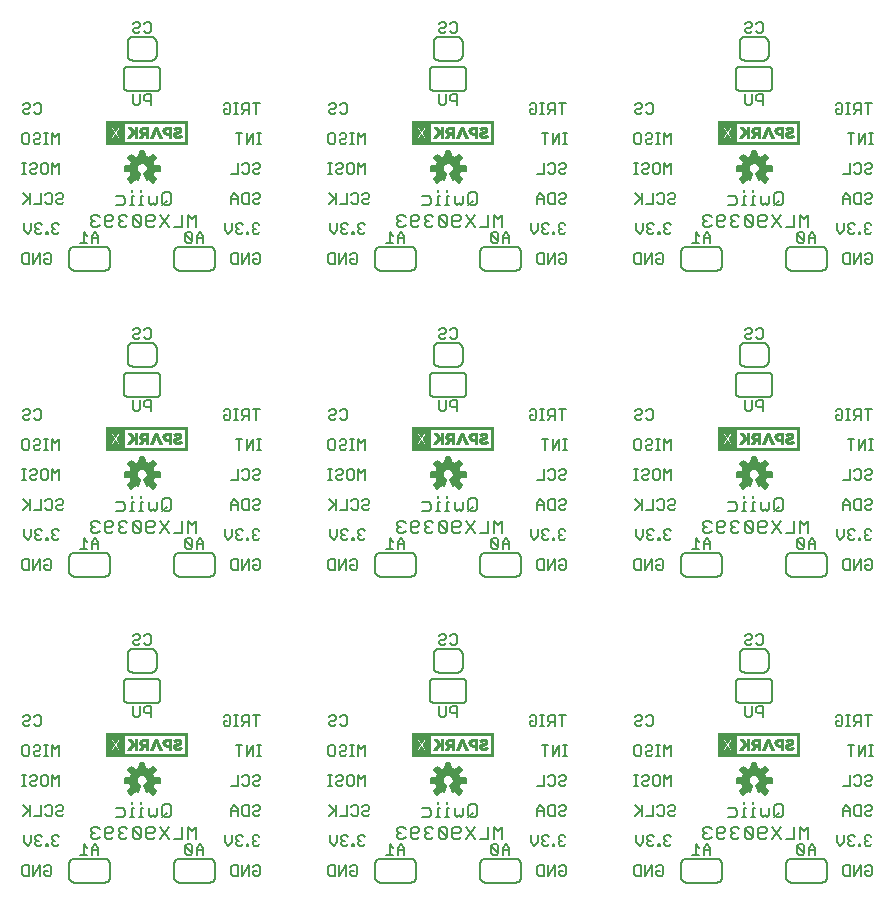
<source format=gbo>
G75*
%MOIN*%
%OFA0B0*%
%FSLAX25Y25*%
%IPPOS*%
%LPD*%
%AMOC8*
5,1,8,0,0,1.08239X$1,22.5*
%
%ADD10C,0.00600*%
%ADD11C,0.00800*%
%ADD12C,0.00591*%
%ADD13C,0.00039*%
D10*
X0165898Y0153867D02*
X0165898Y0156136D01*
X0166466Y0156703D01*
X0168167Y0156703D01*
X0168167Y0153300D01*
X0166466Y0153300D01*
X0165898Y0153867D01*
X0169582Y0153300D02*
X0169582Y0156703D01*
X0171850Y0156703D02*
X0169582Y0153300D01*
X0171850Y0153300D02*
X0171850Y0156703D01*
X0173265Y0156136D02*
X0173832Y0156703D01*
X0174966Y0156703D01*
X0175533Y0156136D01*
X0175533Y0153867D01*
X0174966Y0153300D01*
X0173832Y0153300D01*
X0173265Y0153867D01*
X0173265Y0155001D01*
X0174399Y0155001D01*
X0181533Y0157200D02*
X0181533Y0152800D01*
X0181535Y0152717D01*
X0181541Y0152634D01*
X0181550Y0152551D01*
X0181564Y0152469D01*
X0181581Y0152388D01*
X0181602Y0152307D01*
X0181626Y0152228D01*
X0181655Y0152150D01*
X0181686Y0152073D01*
X0181722Y0151998D01*
X0181760Y0151924D01*
X0181803Y0151852D01*
X0181848Y0151783D01*
X0181897Y0151715D01*
X0181948Y0151650D01*
X0182003Y0151587D01*
X0182060Y0151527D01*
X0182120Y0151470D01*
X0182183Y0151415D01*
X0182248Y0151364D01*
X0182316Y0151315D01*
X0182385Y0151270D01*
X0182457Y0151227D01*
X0182531Y0151189D01*
X0182606Y0151153D01*
X0182683Y0151122D01*
X0182761Y0151093D01*
X0182840Y0151069D01*
X0182921Y0151048D01*
X0183002Y0151031D01*
X0183084Y0151017D01*
X0183167Y0151008D01*
X0183250Y0151002D01*
X0183333Y0151000D01*
X0193333Y0151000D01*
X0193416Y0151002D01*
X0193499Y0151008D01*
X0193582Y0151017D01*
X0193664Y0151031D01*
X0193745Y0151048D01*
X0193826Y0151069D01*
X0193905Y0151093D01*
X0193983Y0151122D01*
X0194060Y0151153D01*
X0194135Y0151189D01*
X0194209Y0151227D01*
X0194281Y0151270D01*
X0194350Y0151315D01*
X0194418Y0151364D01*
X0194483Y0151415D01*
X0194546Y0151470D01*
X0194606Y0151527D01*
X0194663Y0151587D01*
X0194718Y0151650D01*
X0194769Y0151715D01*
X0194818Y0151783D01*
X0194863Y0151852D01*
X0194906Y0151924D01*
X0194944Y0151998D01*
X0194980Y0152073D01*
X0195011Y0152150D01*
X0195040Y0152228D01*
X0195064Y0152307D01*
X0195085Y0152388D01*
X0195102Y0152469D01*
X0195116Y0152551D01*
X0195125Y0152634D01*
X0195131Y0152717D01*
X0195133Y0152800D01*
X0195133Y0157200D01*
X0195131Y0157283D01*
X0195125Y0157366D01*
X0195116Y0157449D01*
X0195102Y0157531D01*
X0195085Y0157612D01*
X0195064Y0157693D01*
X0195040Y0157772D01*
X0195011Y0157850D01*
X0194980Y0157927D01*
X0194944Y0158002D01*
X0194906Y0158076D01*
X0194863Y0158148D01*
X0194818Y0158217D01*
X0194769Y0158285D01*
X0194718Y0158350D01*
X0194663Y0158413D01*
X0194606Y0158473D01*
X0194546Y0158530D01*
X0194483Y0158585D01*
X0194418Y0158636D01*
X0194350Y0158685D01*
X0194281Y0158730D01*
X0194209Y0158773D01*
X0194135Y0158811D01*
X0194060Y0158847D01*
X0193983Y0158878D01*
X0193905Y0158907D01*
X0193826Y0158931D01*
X0193745Y0158952D01*
X0193664Y0158969D01*
X0193582Y0158983D01*
X0193499Y0158992D01*
X0193416Y0158998D01*
X0193333Y0159000D01*
X0183333Y0159000D01*
X0183250Y0158998D01*
X0183167Y0158992D01*
X0183084Y0158983D01*
X0183002Y0158969D01*
X0182921Y0158952D01*
X0182840Y0158931D01*
X0182761Y0158907D01*
X0182683Y0158878D01*
X0182606Y0158847D01*
X0182531Y0158811D01*
X0182457Y0158773D01*
X0182385Y0158730D01*
X0182316Y0158685D01*
X0182248Y0158636D01*
X0182183Y0158585D01*
X0182120Y0158530D01*
X0182060Y0158473D01*
X0182003Y0158413D01*
X0181948Y0158350D01*
X0181897Y0158285D01*
X0181848Y0158217D01*
X0181803Y0158148D01*
X0181760Y0158076D01*
X0181722Y0158002D01*
X0181686Y0157927D01*
X0181655Y0157850D01*
X0181626Y0157772D01*
X0181602Y0157693D01*
X0181581Y0157612D01*
X0181564Y0157531D01*
X0181550Y0157449D01*
X0181541Y0157366D01*
X0181535Y0157283D01*
X0181533Y0157200D01*
X0185265Y0160300D02*
X0187533Y0160300D01*
X0186399Y0160300D02*
X0186399Y0163703D01*
X0187533Y0162569D01*
X0188948Y0162569D02*
X0188948Y0160300D01*
X0188948Y0162001D02*
X0191216Y0162001D01*
X0191216Y0162569D02*
X0190082Y0163703D01*
X0188948Y0162569D01*
X0191216Y0162569D02*
X0191216Y0160300D01*
X0178033Y0163867D02*
X0177466Y0163300D01*
X0176332Y0163300D01*
X0175765Y0163867D01*
X0175765Y0164434D01*
X0176332Y0165001D01*
X0176899Y0165001D01*
X0176332Y0165001D02*
X0175765Y0165569D01*
X0175765Y0166136D01*
X0176332Y0166703D01*
X0177466Y0166703D01*
X0178033Y0166136D01*
X0174350Y0163867D02*
X0173783Y0163867D01*
X0173783Y0163300D01*
X0174350Y0163300D01*
X0174350Y0163867D01*
X0172509Y0163867D02*
X0171941Y0163300D01*
X0170807Y0163300D01*
X0170240Y0163867D01*
X0170240Y0164434D01*
X0170807Y0165001D01*
X0171374Y0165001D01*
X0170807Y0165001D02*
X0170240Y0165569D01*
X0170240Y0166136D01*
X0170807Y0166703D01*
X0171941Y0166703D01*
X0172509Y0166136D01*
X0168825Y0166703D02*
X0168825Y0164434D01*
X0167691Y0163300D01*
X0166557Y0164434D01*
X0166557Y0166703D01*
X0166215Y0173300D02*
X0167917Y0175001D01*
X0168484Y0174434D02*
X0166215Y0176703D01*
X0168484Y0176703D02*
X0168484Y0173300D01*
X0169898Y0173300D02*
X0172167Y0173300D01*
X0172167Y0176703D01*
X0173582Y0176136D02*
X0174149Y0176703D01*
X0175283Y0176703D01*
X0175850Y0176136D01*
X0175850Y0173867D01*
X0175283Y0173300D01*
X0174149Y0173300D01*
X0173582Y0173867D01*
X0177265Y0173867D02*
X0177832Y0173300D01*
X0178966Y0173300D01*
X0179533Y0173867D01*
X0178966Y0175001D02*
X0177832Y0175001D01*
X0177265Y0174434D01*
X0177265Y0173867D01*
X0178966Y0175001D02*
X0179533Y0175569D01*
X0179533Y0176136D01*
X0178966Y0176703D01*
X0177832Y0176703D01*
X0177265Y0176136D01*
X0178033Y0183300D02*
X0178033Y0186703D01*
X0176899Y0185569D01*
X0175765Y0186703D01*
X0175765Y0183300D01*
X0174350Y0183867D02*
X0173783Y0183300D01*
X0172649Y0183300D01*
X0172082Y0183867D01*
X0172082Y0186136D01*
X0172649Y0186703D01*
X0173783Y0186703D01*
X0174350Y0186136D01*
X0174350Y0183867D01*
X0170667Y0183867D02*
X0170100Y0183300D01*
X0168966Y0183300D01*
X0168398Y0183867D01*
X0168398Y0184434D01*
X0168966Y0185001D01*
X0170100Y0185001D01*
X0170667Y0185569D01*
X0170667Y0186136D01*
X0170100Y0186703D01*
X0168966Y0186703D01*
X0168398Y0186136D01*
X0166984Y0186703D02*
X0165850Y0186703D01*
X0166417Y0186703D02*
X0166417Y0183300D01*
X0166984Y0183300D02*
X0165850Y0183300D01*
X0166510Y0193300D02*
X0165943Y0193867D01*
X0165943Y0196136D01*
X0166510Y0196703D01*
X0167644Y0196703D01*
X0168212Y0196136D01*
X0168212Y0193867D01*
X0167644Y0193300D01*
X0166510Y0193300D01*
X0169626Y0193867D02*
X0170193Y0193300D01*
X0171328Y0193300D01*
X0171895Y0193867D01*
X0171328Y0195001D02*
X0171895Y0195569D01*
X0171895Y0196136D01*
X0171328Y0196703D01*
X0170193Y0196703D01*
X0169626Y0196136D01*
X0170193Y0195001D02*
X0169626Y0194434D01*
X0169626Y0193867D01*
X0170193Y0195001D02*
X0171328Y0195001D01*
X0173216Y0193300D02*
X0174350Y0193300D01*
X0173783Y0193300D02*
X0173783Y0196703D01*
X0174350Y0196703D02*
X0173216Y0196703D01*
X0175765Y0196703D02*
X0175765Y0193300D01*
X0178033Y0193300D02*
X0178033Y0196703D01*
X0176899Y0195569D01*
X0175765Y0196703D01*
X0171466Y0203300D02*
X0170332Y0203300D01*
X0169765Y0203867D01*
X0168350Y0203867D02*
X0167783Y0203300D01*
X0166649Y0203300D01*
X0166082Y0203867D01*
X0166082Y0204434D01*
X0166649Y0205001D01*
X0167783Y0205001D01*
X0168350Y0205569D01*
X0168350Y0206136D01*
X0167783Y0206703D01*
X0166649Y0206703D01*
X0166082Y0206136D01*
X0169765Y0206136D02*
X0170332Y0206703D01*
X0171466Y0206703D01*
X0172033Y0206136D01*
X0172033Y0203867D01*
X0171466Y0203300D01*
X0199833Y0212000D02*
X0199833Y0218000D01*
X0199835Y0218060D01*
X0199840Y0218121D01*
X0199849Y0218180D01*
X0199862Y0218239D01*
X0199878Y0218298D01*
X0199898Y0218355D01*
X0199921Y0218410D01*
X0199948Y0218465D01*
X0199977Y0218517D01*
X0200010Y0218568D01*
X0200046Y0218617D01*
X0200084Y0218663D01*
X0200126Y0218707D01*
X0200170Y0218749D01*
X0200216Y0218787D01*
X0200265Y0218823D01*
X0200316Y0218856D01*
X0200368Y0218885D01*
X0200423Y0218912D01*
X0200478Y0218935D01*
X0200535Y0218955D01*
X0200594Y0218971D01*
X0200653Y0218984D01*
X0200712Y0218993D01*
X0200773Y0218998D01*
X0200833Y0219000D01*
X0210833Y0219000D01*
X0210893Y0218998D01*
X0210954Y0218993D01*
X0211013Y0218984D01*
X0211072Y0218971D01*
X0211131Y0218955D01*
X0211188Y0218935D01*
X0211243Y0218912D01*
X0211298Y0218885D01*
X0211350Y0218856D01*
X0211401Y0218823D01*
X0211450Y0218787D01*
X0211496Y0218749D01*
X0211540Y0218707D01*
X0211582Y0218663D01*
X0211620Y0218617D01*
X0211656Y0218568D01*
X0211689Y0218517D01*
X0211718Y0218465D01*
X0211745Y0218410D01*
X0211768Y0218355D01*
X0211788Y0218298D01*
X0211804Y0218239D01*
X0211817Y0218180D01*
X0211826Y0218121D01*
X0211831Y0218060D01*
X0211833Y0218000D01*
X0211833Y0212000D01*
X0211831Y0211940D01*
X0211826Y0211879D01*
X0211817Y0211820D01*
X0211804Y0211761D01*
X0211788Y0211702D01*
X0211768Y0211645D01*
X0211745Y0211590D01*
X0211718Y0211535D01*
X0211689Y0211483D01*
X0211656Y0211432D01*
X0211620Y0211383D01*
X0211582Y0211337D01*
X0211540Y0211293D01*
X0211496Y0211251D01*
X0211450Y0211213D01*
X0211401Y0211177D01*
X0211350Y0211144D01*
X0211298Y0211115D01*
X0211243Y0211088D01*
X0211188Y0211065D01*
X0211131Y0211045D01*
X0211072Y0211029D01*
X0211013Y0211016D01*
X0210954Y0211007D01*
X0210893Y0211002D01*
X0210833Y0211000D01*
X0200833Y0211000D01*
X0200773Y0211002D01*
X0200712Y0211007D01*
X0200653Y0211016D01*
X0200594Y0211029D01*
X0200535Y0211045D01*
X0200478Y0211065D01*
X0200423Y0211088D01*
X0200368Y0211115D01*
X0200316Y0211144D01*
X0200265Y0211177D01*
X0200216Y0211213D01*
X0200170Y0211251D01*
X0200126Y0211293D01*
X0200084Y0211337D01*
X0200046Y0211383D01*
X0200010Y0211432D01*
X0199977Y0211483D01*
X0199948Y0211535D01*
X0199921Y0211590D01*
X0199898Y0211645D01*
X0199878Y0211702D01*
X0199862Y0211761D01*
X0199849Y0211820D01*
X0199840Y0211879D01*
X0199835Y0211940D01*
X0199833Y0212000D01*
X0202765Y0209703D02*
X0202765Y0206867D01*
X0203332Y0206300D01*
X0204466Y0206300D01*
X0205033Y0206867D01*
X0205033Y0209703D01*
X0206448Y0209136D02*
X0206448Y0208001D01*
X0207015Y0207434D01*
X0208716Y0207434D01*
X0208716Y0206300D02*
X0208716Y0209703D01*
X0207015Y0209703D01*
X0206448Y0209136D01*
X0208833Y0221000D02*
X0202833Y0221000D01*
X0202750Y0221002D01*
X0202667Y0221008D01*
X0202584Y0221017D01*
X0202502Y0221031D01*
X0202421Y0221048D01*
X0202340Y0221069D01*
X0202261Y0221093D01*
X0202183Y0221122D01*
X0202106Y0221153D01*
X0202031Y0221189D01*
X0201957Y0221227D01*
X0201885Y0221270D01*
X0201816Y0221315D01*
X0201748Y0221364D01*
X0201683Y0221415D01*
X0201620Y0221470D01*
X0201560Y0221527D01*
X0201503Y0221587D01*
X0201448Y0221650D01*
X0201397Y0221715D01*
X0201348Y0221783D01*
X0201303Y0221852D01*
X0201260Y0221924D01*
X0201222Y0221998D01*
X0201186Y0222073D01*
X0201155Y0222150D01*
X0201126Y0222228D01*
X0201102Y0222307D01*
X0201081Y0222388D01*
X0201064Y0222469D01*
X0201050Y0222551D01*
X0201041Y0222634D01*
X0201035Y0222717D01*
X0201033Y0222800D01*
X0201033Y0227200D01*
X0201035Y0227283D01*
X0201041Y0227366D01*
X0201050Y0227449D01*
X0201064Y0227531D01*
X0201081Y0227612D01*
X0201102Y0227693D01*
X0201126Y0227772D01*
X0201155Y0227850D01*
X0201186Y0227927D01*
X0201222Y0228002D01*
X0201260Y0228076D01*
X0201303Y0228148D01*
X0201348Y0228217D01*
X0201397Y0228285D01*
X0201448Y0228350D01*
X0201503Y0228413D01*
X0201560Y0228473D01*
X0201620Y0228530D01*
X0201683Y0228585D01*
X0201748Y0228636D01*
X0201816Y0228685D01*
X0201885Y0228730D01*
X0201957Y0228773D01*
X0202031Y0228811D01*
X0202106Y0228847D01*
X0202183Y0228878D01*
X0202261Y0228907D01*
X0202340Y0228931D01*
X0202421Y0228952D01*
X0202502Y0228969D01*
X0202584Y0228983D01*
X0202667Y0228992D01*
X0202750Y0228998D01*
X0202833Y0229000D01*
X0208833Y0229000D01*
X0208149Y0230300D02*
X0207015Y0230300D01*
X0206448Y0230867D01*
X0205033Y0230867D02*
X0204466Y0230300D01*
X0203332Y0230300D01*
X0202765Y0230867D01*
X0202765Y0231434D01*
X0203332Y0232001D01*
X0204466Y0232001D01*
X0205033Y0232569D01*
X0205033Y0233136D01*
X0204466Y0233703D01*
X0203332Y0233703D01*
X0202765Y0233136D01*
X0206448Y0233136D02*
X0207015Y0233703D01*
X0208149Y0233703D01*
X0208716Y0233136D01*
X0208716Y0230867D01*
X0208149Y0230300D01*
X0208833Y0229000D02*
X0208916Y0228998D01*
X0208999Y0228992D01*
X0209082Y0228983D01*
X0209164Y0228969D01*
X0209245Y0228952D01*
X0209326Y0228931D01*
X0209405Y0228907D01*
X0209483Y0228878D01*
X0209560Y0228847D01*
X0209635Y0228811D01*
X0209709Y0228773D01*
X0209781Y0228730D01*
X0209850Y0228685D01*
X0209918Y0228636D01*
X0209983Y0228585D01*
X0210046Y0228530D01*
X0210106Y0228473D01*
X0210163Y0228413D01*
X0210218Y0228350D01*
X0210269Y0228285D01*
X0210318Y0228217D01*
X0210363Y0228148D01*
X0210406Y0228076D01*
X0210444Y0228002D01*
X0210480Y0227927D01*
X0210511Y0227850D01*
X0210540Y0227772D01*
X0210564Y0227693D01*
X0210585Y0227612D01*
X0210602Y0227531D01*
X0210616Y0227449D01*
X0210625Y0227366D01*
X0210631Y0227283D01*
X0210633Y0227200D01*
X0210633Y0222800D01*
X0210631Y0222717D01*
X0210625Y0222634D01*
X0210616Y0222551D01*
X0210602Y0222469D01*
X0210585Y0222388D01*
X0210564Y0222307D01*
X0210540Y0222228D01*
X0210511Y0222150D01*
X0210480Y0222073D01*
X0210444Y0221998D01*
X0210406Y0221924D01*
X0210363Y0221852D01*
X0210318Y0221783D01*
X0210269Y0221715D01*
X0210218Y0221650D01*
X0210163Y0221587D01*
X0210106Y0221527D01*
X0210046Y0221470D01*
X0209983Y0221415D01*
X0209918Y0221364D01*
X0209850Y0221315D01*
X0209781Y0221270D01*
X0209709Y0221227D01*
X0209635Y0221189D01*
X0209560Y0221153D01*
X0209483Y0221122D01*
X0209405Y0221093D01*
X0209326Y0221069D01*
X0209245Y0221048D01*
X0209164Y0221031D01*
X0209082Y0221017D01*
X0208999Y0221008D01*
X0208916Y0221002D01*
X0208833Y0221000D01*
X0232948Y0206136D02*
X0233515Y0206703D01*
X0234649Y0206703D01*
X0235216Y0206136D01*
X0235216Y0203867D01*
X0234649Y0203300D01*
X0233515Y0203300D01*
X0232948Y0203867D01*
X0232948Y0205001D01*
X0234082Y0205001D01*
X0236538Y0203300D02*
X0237672Y0203300D01*
X0237105Y0203300D02*
X0237105Y0206703D01*
X0237672Y0206703D02*
X0236538Y0206703D01*
X0239086Y0206136D02*
X0239086Y0205001D01*
X0239654Y0204434D01*
X0241355Y0204434D01*
X0241355Y0203300D02*
X0241355Y0206703D01*
X0239654Y0206703D01*
X0239086Y0206136D01*
X0240221Y0204434D02*
X0239086Y0203300D01*
X0243904Y0203300D02*
X0243904Y0206703D01*
X0245038Y0206703D02*
X0242770Y0206703D01*
X0242900Y0196703D02*
X0240631Y0193300D01*
X0240631Y0196703D01*
X0239216Y0196703D02*
X0236948Y0196703D01*
X0238082Y0196703D02*
X0238082Y0193300D01*
X0242900Y0193300D02*
X0242900Y0196703D01*
X0244221Y0196703D02*
X0245355Y0196703D01*
X0244788Y0196703D02*
X0244788Y0193300D01*
X0245355Y0193300D02*
X0244221Y0193300D01*
X0244516Y0186703D02*
X0245083Y0186136D01*
X0245083Y0185569D01*
X0244516Y0185001D01*
X0243381Y0185001D01*
X0242814Y0184434D01*
X0242814Y0183867D01*
X0243381Y0183300D01*
X0244516Y0183300D01*
X0245083Y0183867D01*
X0244516Y0186703D02*
X0243381Y0186703D01*
X0242814Y0186136D01*
X0241400Y0186136D02*
X0241400Y0183867D01*
X0240832Y0183300D01*
X0239698Y0183300D01*
X0239131Y0183867D01*
X0237716Y0183300D02*
X0235448Y0183300D01*
X0237716Y0183300D02*
X0237716Y0186703D01*
X0239131Y0186136D02*
X0239698Y0186703D01*
X0240832Y0186703D01*
X0241400Y0186136D01*
X0241400Y0176703D02*
X0239698Y0176703D01*
X0239131Y0176136D01*
X0239131Y0173867D01*
X0239698Y0173300D01*
X0241400Y0173300D01*
X0241400Y0176703D01*
X0242814Y0176136D02*
X0243381Y0176703D01*
X0244516Y0176703D01*
X0245083Y0176136D01*
X0245083Y0175569D01*
X0244516Y0175001D01*
X0243381Y0175001D01*
X0242814Y0174434D01*
X0242814Y0173867D01*
X0243381Y0173300D01*
X0244516Y0173300D01*
X0245083Y0173867D01*
X0237716Y0173300D02*
X0237716Y0175569D01*
X0236582Y0176703D01*
X0235448Y0175569D01*
X0235448Y0173300D01*
X0235448Y0175001D02*
X0237716Y0175001D01*
X0237698Y0166703D02*
X0237131Y0166136D01*
X0237131Y0165569D01*
X0237698Y0165001D01*
X0237131Y0164434D01*
X0237131Y0163867D01*
X0237698Y0163300D01*
X0238832Y0163300D01*
X0239400Y0163867D01*
X0240674Y0163867D02*
X0240674Y0163300D01*
X0241241Y0163300D01*
X0241241Y0163867D01*
X0240674Y0163867D01*
X0242656Y0163867D02*
X0243223Y0163300D01*
X0244357Y0163300D01*
X0244924Y0163867D01*
X0243790Y0165001D02*
X0243223Y0165001D01*
X0242656Y0164434D01*
X0242656Y0163867D01*
X0243223Y0165001D02*
X0242656Y0165569D01*
X0242656Y0166136D01*
X0243223Y0166703D01*
X0244357Y0166703D01*
X0244924Y0166136D01*
X0239400Y0166136D02*
X0238832Y0166703D01*
X0237698Y0166703D01*
X0237698Y0165001D02*
X0238265Y0165001D01*
X0235716Y0164434D02*
X0234582Y0163300D01*
X0233448Y0164434D01*
X0233448Y0166703D01*
X0235716Y0166703D02*
X0235716Y0164434D01*
X0236015Y0156703D02*
X0237716Y0156703D01*
X0237716Y0153300D01*
X0236015Y0153300D01*
X0235448Y0153867D01*
X0235448Y0156136D01*
X0236015Y0156703D01*
X0239131Y0156703D02*
X0239131Y0153300D01*
X0241400Y0156703D01*
X0241400Y0153300D01*
X0242814Y0153867D02*
X0243381Y0153300D01*
X0244516Y0153300D01*
X0245083Y0153867D01*
X0245083Y0156136D01*
X0244516Y0156703D01*
X0243381Y0156703D01*
X0242814Y0156136D01*
X0242814Y0155001D02*
X0243948Y0155001D01*
X0242814Y0155001D02*
X0242814Y0153867D01*
X0230133Y0152800D02*
X0230133Y0157200D01*
X0230131Y0157283D01*
X0230125Y0157366D01*
X0230116Y0157449D01*
X0230102Y0157531D01*
X0230085Y0157612D01*
X0230064Y0157693D01*
X0230040Y0157772D01*
X0230011Y0157850D01*
X0229980Y0157927D01*
X0229944Y0158002D01*
X0229906Y0158076D01*
X0229863Y0158148D01*
X0229818Y0158217D01*
X0229769Y0158285D01*
X0229718Y0158350D01*
X0229663Y0158413D01*
X0229606Y0158473D01*
X0229546Y0158530D01*
X0229483Y0158585D01*
X0229418Y0158636D01*
X0229350Y0158685D01*
X0229281Y0158730D01*
X0229209Y0158773D01*
X0229135Y0158811D01*
X0229060Y0158847D01*
X0228983Y0158878D01*
X0228905Y0158907D01*
X0228826Y0158931D01*
X0228745Y0158952D01*
X0228664Y0158969D01*
X0228582Y0158983D01*
X0228499Y0158992D01*
X0228416Y0158998D01*
X0228333Y0159000D01*
X0218333Y0159000D01*
X0218250Y0158998D01*
X0218167Y0158992D01*
X0218084Y0158983D01*
X0218002Y0158969D01*
X0217921Y0158952D01*
X0217840Y0158931D01*
X0217761Y0158907D01*
X0217683Y0158878D01*
X0217606Y0158847D01*
X0217531Y0158811D01*
X0217457Y0158773D01*
X0217385Y0158730D01*
X0217316Y0158685D01*
X0217248Y0158636D01*
X0217183Y0158585D01*
X0217120Y0158530D01*
X0217060Y0158473D01*
X0217003Y0158413D01*
X0216948Y0158350D01*
X0216897Y0158285D01*
X0216848Y0158217D01*
X0216803Y0158148D01*
X0216760Y0158076D01*
X0216722Y0158002D01*
X0216686Y0157927D01*
X0216655Y0157850D01*
X0216626Y0157772D01*
X0216602Y0157693D01*
X0216581Y0157612D01*
X0216564Y0157531D01*
X0216550Y0157449D01*
X0216541Y0157366D01*
X0216535Y0157283D01*
X0216533Y0157200D01*
X0216533Y0152800D01*
X0216535Y0152717D01*
X0216541Y0152634D01*
X0216550Y0152551D01*
X0216564Y0152469D01*
X0216581Y0152388D01*
X0216602Y0152307D01*
X0216626Y0152228D01*
X0216655Y0152150D01*
X0216686Y0152073D01*
X0216722Y0151998D01*
X0216760Y0151924D01*
X0216803Y0151852D01*
X0216848Y0151783D01*
X0216897Y0151715D01*
X0216948Y0151650D01*
X0217003Y0151587D01*
X0217060Y0151527D01*
X0217120Y0151470D01*
X0217183Y0151415D01*
X0217248Y0151364D01*
X0217316Y0151315D01*
X0217385Y0151270D01*
X0217457Y0151227D01*
X0217531Y0151189D01*
X0217606Y0151153D01*
X0217683Y0151122D01*
X0217761Y0151093D01*
X0217840Y0151069D01*
X0217921Y0151048D01*
X0218002Y0151031D01*
X0218084Y0151017D01*
X0218167Y0151008D01*
X0218250Y0151002D01*
X0218333Y0151000D01*
X0228333Y0151000D01*
X0228416Y0151002D01*
X0228499Y0151008D01*
X0228582Y0151017D01*
X0228664Y0151031D01*
X0228745Y0151048D01*
X0228826Y0151069D01*
X0228905Y0151093D01*
X0228983Y0151122D01*
X0229060Y0151153D01*
X0229135Y0151189D01*
X0229209Y0151227D01*
X0229281Y0151270D01*
X0229350Y0151315D01*
X0229418Y0151364D01*
X0229483Y0151415D01*
X0229546Y0151470D01*
X0229606Y0151527D01*
X0229663Y0151587D01*
X0229718Y0151650D01*
X0229769Y0151715D01*
X0229818Y0151783D01*
X0229863Y0151852D01*
X0229906Y0151924D01*
X0229944Y0151998D01*
X0229980Y0152073D01*
X0230011Y0152150D01*
X0230040Y0152228D01*
X0230064Y0152307D01*
X0230085Y0152388D01*
X0230102Y0152469D01*
X0230116Y0152551D01*
X0230125Y0152634D01*
X0230131Y0152717D01*
X0230133Y0152800D01*
X0226216Y0160300D02*
X0226216Y0162569D01*
X0225082Y0163703D01*
X0223948Y0162569D01*
X0223948Y0160300D01*
X0222533Y0160867D02*
X0220265Y0163136D01*
X0220265Y0160867D01*
X0220832Y0160300D01*
X0221966Y0160300D01*
X0222533Y0160867D01*
X0222533Y0163136D01*
X0221966Y0163703D01*
X0220832Y0163703D01*
X0220265Y0163136D01*
X0223948Y0162001D02*
X0226216Y0162001D01*
X0267898Y0156136D02*
X0268466Y0156703D01*
X0270167Y0156703D01*
X0270167Y0153300D01*
X0268466Y0153300D01*
X0267898Y0153867D01*
X0267898Y0156136D01*
X0271582Y0156703D02*
X0271582Y0153300D01*
X0273850Y0156703D01*
X0273850Y0153300D01*
X0275265Y0153867D02*
X0275265Y0155001D01*
X0276399Y0155001D01*
X0275265Y0153867D02*
X0275832Y0153300D01*
X0276966Y0153300D01*
X0277533Y0153867D01*
X0277533Y0156136D01*
X0276966Y0156703D01*
X0275832Y0156703D01*
X0275265Y0156136D01*
X0283533Y0157200D02*
X0283533Y0152800D01*
X0283535Y0152717D01*
X0283541Y0152634D01*
X0283550Y0152551D01*
X0283564Y0152469D01*
X0283581Y0152388D01*
X0283602Y0152307D01*
X0283626Y0152228D01*
X0283655Y0152150D01*
X0283686Y0152073D01*
X0283722Y0151998D01*
X0283760Y0151924D01*
X0283803Y0151852D01*
X0283848Y0151783D01*
X0283897Y0151715D01*
X0283948Y0151650D01*
X0284003Y0151587D01*
X0284060Y0151527D01*
X0284120Y0151470D01*
X0284183Y0151415D01*
X0284248Y0151364D01*
X0284316Y0151315D01*
X0284385Y0151270D01*
X0284457Y0151227D01*
X0284531Y0151189D01*
X0284606Y0151153D01*
X0284683Y0151122D01*
X0284761Y0151093D01*
X0284840Y0151069D01*
X0284921Y0151048D01*
X0285002Y0151031D01*
X0285084Y0151017D01*
X0285167Y0151008D01*
X0285250Y0151002D01*
X0285333Y0151000D01*
X0295333Y0151000D01*
X0295416Y0151002D01*
X0295499Y0151008D01*
X0295582Y0151017D01*
X0295664Y0151031D01*
X0295745Y0151048D01*
X0295826Y0151069D01*
X0295905Y0151093D01*
X0295983Y0151122D01*
X0296060Y0151153D01*
X0296135Y0151189D01*
X0296209Y0151227D01*
X0296281Y0151270D01*
X0296350Y0151315D01*
X0296418Y0151364D01*
X0296483Y0151415D01*
X0296546Y0151470D01*
X0296606Y0151527D01*
X0296663Y0151587D01*
X0296718Y0151650D01*
X0296769Y0151715D01*
X0296818Y0151783D01*
X0296863Y0151852D01*
X0296906Y0151924D01*
X0296944Y0151998D01*
X0296980Y0152073D01*
X0297011Y0152150D01*
X0297040Y0152228D01*
X0297064Y0152307D01*
X0297085Y0152388D01*
X0297102Y0152469D01*
X0297116Y0152551D01*
X0297125Y0152634D01*
X0297131Y0152717D01*
X0297133Y0152800D01*
X0297133Y0157200D01*
X0297131Y0157283D01*
X0297125Y0157366D01*
X0297116Y0157449D01*
X0297102Y0157531D01*
X0297085Y0157612D01*
X0297064Y0157693D01*
X0297040Y0157772D01*
X0297011Y0157850D01*
X0296980Y0157927D01*
X0296944Y0158002D01*
X0296906Y0158076D01*
X0296863Y0158148D01*
X0296818Y0158217D01*
X0296769Y0158285D01*
X0296718Y0158350D01*
X0296663Y0158413D01*
X0296606Y0158473D01*
X0296546Y0158530D01*
X0296483Y0158585D01*
X0296418Y0158636D01*
X0296350Y0158685D01*
X0296281Y0158730D01*
X0296209Y0158773D01*
X0296135Y0158811D01*
X0296060Y0158847D01*
X0295983Y0158878D01*
X0295905Y0158907D01*
X0295826Y0158931D01*
X0295745Y0158952D01*
X0295664Y0158969D01*
X0295582Y0158983D01*
X0295499Y0158992D01*
X0295416Y0158998D01*
X0295333Y0159000D01*
X0285333Y0159000D01*
X0285250Y0158998D01*
X0285167Y0158992D01*
X0285084Y0158983D01*
X0285002Y0158969D01*
X0284921Y0158952D01*
X0284840Y0158931D01*
X0284761Y0158907D01*
X0284683Y0158878D01*
X0284606Y0158847D01*
X0284531Y0158811D01*
X0284457Y0158773D01*
X0284385Y0158730D01*
X0284316Y0158685D01*
X0284248Y0158636D01*
X0284183Y0158585D01*
X0284120Y0158530D01*
X0284060Y0158473D01*
X0284003Y0158413D01*
X0283948Y0158350D01*
X0283897Y0158285D01*
X0283848Y0158217D01*
X0283803Y0158148D01*
X0283760Y0158076D01*
X0283722Y0158002D01*
X0283686Y0157927D01*
X0283655Y0157850D01*
X0283626Y0157772D01*
X0283602Y0157693D01*
X0283581Y0157612D01*
X0283564Y0157531D01*
X0283550Y0157449D01*
X0283541Y0157366D01*
X0283535Y0157283D01*
X0283533Y0157200D01*
X0287265Y0160300D02*
X0289533Y0160300D01*
X0288399Y0160300D02*
X0288399Y0163703D01*
X0289533Y0162569D01*
X0290948Y0162569D02*
X0290948Y0160300D01*
X0290948Y0162001D02*
X0293216Y0162001D01*
X0293216Y0162569D02*
X0292082Y0163703D01*
X0290948Y0162569D01*
X0293216Y0162569D02*
X0293216Y0160300D01*
X0280033Y0163867D02*
X0279466Y0163300D01*
X0278332Y0163300D01*
X0277765Y0163867D01*
X0277765Y0164434D01*
X0278332Y0165001D01*
X0278899Y0165001D01*
X0278332Y0165001D02*
X0277765Y0165569D01*
X0277765Y0166136D01*
X0278332Y0166703D01*
X0279466Y0166703D01*
X0280033Y0166136D01*
X0276350Y0163867D02*
X0275783Y0163867D01*
X0275783Y0163300D01*
X0276350Y0163300D01*
X0276350Y0163867D01*
X0274509Y0163867D02*
X0273941Y0163300D01*
X0272807Y0163300D01*
X0272240Y0163867D01*
X0272240Y0164434D01*
X0272807Y0165001D01*
X0273374Y0165001D01*
X0272807Y0165001D02*
X0272240Y0165569D01*
X0272240Y0166136D01*
X0272807Y0166703D01*
X0273941Y0166703D01*
X0274509Y0166136D01*
X0270825Y0166703D02*
X0270825Y0164434D01*
X0269691Y0163300D01*
X0268557Y0164434D01*
X0268557Y0166703D01*
X0268215Y0173300D02*
X0269917Y0175001D01*
X0270484Y0174434D02*
X0268215Y0176703D01*
X0270484Y0176703D02*
X0270484Y0173300D01*
X0271898Y0173300D02*
X0274167Y0173300D01*
X0274167Y0176703D01*
X0275582Y0176136D02*
X0276149Y0176703D01*
X0277283Y0176703D01*
X0277850Y0176136D01*
X0277850Y0173867D01*
X0277283Y0173300D01*
X0276149Y0173300D01*
X0275582Y0173867D01*
X0279265Y0173867D02*
X0279832Y0173300D01*
X0280966Y0173300D01*
X0281533Y0173867D01*
X0280966Y0175001D02*
X0279832Y0175001D01*
X0279265Y0174434D01*
X0279265Y0173867D01*
X0280966Y0175001D02*
X0281533Y0175569D01*
X0281533Y0176136D01*
X0280966Y0176703D01*
X0279832Y0176703D01*
X0279265Y0176136D01*
X0280033Y0183300D02*
X0280033Y0186703D01*
X0278899Y0185569D01*
X0277765Y0186703D01*
X0277765Y0183300D01*
X0276350Y0183867D02*
X0275783Y0183300D01*
X0274649Y0183300D01*
X0274082Y0183867D01*
X0274082Y0186136D01*
X0274649Y0186703D01*
X0275783Y0186703D01*
X0276350Y0186136D01*
X0276350Y0183867D01*
X0272667Y0183867D02*
X0272100Y0183300D01*
X0270966Y0183300D01*
X0270398Y0183867D01*
X0270398Y0184434D01*
X0270966Y0185001D01*
X0272100Y0185001D01*
X0272667Y0185569D01*
X0272667Y0186136D01*
X0272100Y0186703D01*
X0270966Y0186703D01*
X0270398Y0186136D01*
X0268984Y0186703D02*
X0267850Y0186703D01*
X0268417Y0186703D02*
X0268417Y0183300D01*
X0268984Y0183300D02*
X0267850Y0183300D01*
X0268510Y0193300D02*
X0267943Y0193867D01*
X0267943Y0196136D01*
X0268510Y0196703D01*
X0269644Y0196703D01*
X0270212Y0196136D01*
X0270212Y0193867D01*
X0269644Y0193300D01*
X0268510Y0193300D01*
X0271626Y0193867D02*
X0272193Y0193300D01*
X0273328Y0193300D01*
X0273895Y0193867D01*
X0273328Y0195001D02*
X0272193Y0195001D01*
X0271626Y0194434D01*
X0271626Y0193867D01*
X0273328Y0195001D02*
X0273895Y0195569D01*
X0273895Y0196136D01*
X0273328Y0196703D01*
X0272193Y0196703D01*
X0271626Y0196136D01*
X0275216Y0196703D02*
X0276350Y0196703D01*
X0275783Y0196703D02*
X0275783Y0193300D01*
X0276350Y0193300D02*
X0275216Y0193300D01*
X0277765Y0193300D02*
X0277765Y0196703D01*
X0278899Y0195569D01*
X0280033Y0196703D01*
X0280033Y0193300D01*
X0273466Y0203300D02*
X0272332Y0203300D01*
X0271765Y0203867D01*
X0270350Y0203867D02*
X0269783Y0203300D01*
X0268649Y0203300D01*
X0268082Y0203867D01*
X0268082Y0204434D01*
X0268649Y0205001D01*
X0269783Y0205001D01*
X0270350Y0205569D01*
X0270350Y0206136D01*
X0269783Y0206703D01*
X0268649Y0206703D01*
X0268082Y0206136D01*
X0271765Y0206136D02*
X0272332Y0206703D01*
X0273466Y0206703D01*
X0274033Y0206136D01*
X0274033Y0203867D01*
X0273466Y0203300D01*
X0301833Y0212000D02*
X0301833Y0218000D01*
X0301835Y0218060D01*
X0301840Y0218121D01*
X0301849Y0218180D01*
X0301862Y0218239D01*
X0301878Y0218298D01*
X0301898Y0218355D01*
X0301921Y0218410D01*
X0301948Y0218465D01*
X0301977Y0218517D01*
X0302010Y0218568D01*
X0302046Y0218617D01*
X0302084Y0218663D01*
X0302126Y0218707D01*
X0302170Y0218749D01*
X0302216Y0218787D01*
X0302265Y0218823D01*
X0302316Y0218856D01*
X0302368Y0218885D01*
X0302423Y0218912D01*
X0302478Y0218935D01*
X0302535Y0218955D01*
X0302594Y0218971D01*
X0302653Y0218984D01*
X0302712Y0218993D01*
X0302773Y0218998D01*
X0302833Y0219000D01*
X0312833Y0219000D01*
X0312893Y0218998D01*
X0312954Y0218993D01*
X0313013Y0218984D01*
X0313072Y0218971D01*
X0313131Y0218955D01*
X0313188Y0218935D01*
X0313243Y0218912D01*
X0313298Y0218885D01*
X0313350Y0218856D01*
X0313401Y0218823D01*
X0313450Y0218787D01*
X0313496Y0218749D01*
X0313540Y0218707D01*
X0313582Y0218663D01*
X0313620Y0218617D01*
X0313656Y0218568D01*
X0313689Y0218517D01*
X0313718Y0218465D01*
X0313745Y0218410D01*
X0313768Y0218355D01*
X0313788Y0218298D01*
X0313804Y0218239D01*
X0313817Y0218180D01*
X0313826Y0218121D01*
X0313831Y0218060D01*
X0313833Y0218000D01*
X0313833Y0212000D01*
X0313831Y0211940D01*
X0313826Y0211879D01*
X0313817Y0211820D01*
X0313804Y0211761D01*
X0313788Y0211702D01*
X0313768Y0211645D01*
X0313745Y0211590D01*
X0313718Y0211535D01*
X0313689Y0211483D01*
X0313656Y0211432D01*
X0313620Y0211383D01*
X0313582Y0211337D01*
X0313540Y0211293D01*
X0313496Y0211251D01*
X0313450Y0211213D01*
X0313401Y0211177D01*
X0313350Y0211144D01*
X0313298Y0211115D01*
X0313243Y0211088D01*
X0313188Y0211065D01*
X0313131Y0211045D01*
X0313072Y0211029D01*
X0313013Y0211016D01*
X0312954Y0211007D01*
X0312893Y0211002D01*
X0312833Y0211000D01*
X0302833Y0211000D01*
X0302773Y0211002D01*
X0302712Y0211007D01*
X0302653Y0211016D01*
X0302594Y0211029D01*
X0302535Y0211045D01*
X0302478Y0211065D01*
X0302423Y0211088D01*
X0302368Y0211115D01*
X0302316Y0211144D01*
X0302265Y0211177D01*
X0302216Y0211213D01*
X0302170Y0211251D01*
X0302126Y0211293D01*
X0302084Y0211337D01*
X0302046Y0211383D01*
X0302010Y0211432D01*
X0301977Y0211483D01*
X0301948Y0211535D01*
X0301921Y0211590D01*
X0301898Y0211645D01*
X0301878Y0211702D01*
X0301862Y0211761D01*
X0301849Y0211820D01*
X0301840Y0211879D01*
X0301835Y0211940D01*
X0301833Y0212000D01*
X0304765Y0209703D02*
X0304765Y0206867D01*
X0305332Y0206300D01*
X0306466Y0206300D01*
X0307033Y0206867D01*
X0307033Y0209703D01*
X0308448Y0209136D02*
X0308448Y0208001D01*
X0309015Y0207434D01*
X0310716Y0207434D01*
X0310716Y0206300D02*
X0310716Y0209703D01*
X0309015Y0209703D01*
X0308448Y0209136D01*
X0310833Y0221000D02*
X0304833Y0221000D01*
X0304750Y0221002D01*
X0304667Y0221008D01*
X0304584Y0221017D01*
X0304502Y0221031D01*
X0304421Y0221048D01*
X0304340Y0221069D01*
X0304261Y0221093D01*
X0304183Y0221122D01*
X0304106Y0221153D01*
X0304031Y0221189D01*
X0303957Y0221227D01*
X0303885Y0221270D01*
X0303816Y0221315D01*
X0303748Y0221364D01*
X0303683Y0221415D01*
X0303620Y0221470D01*
X0303560Y0221527D01*
X0303503Y0221587D01*
X0303448Y0221650D01*
X0303397Y0221715D01*
X0303348Y0221783D01*
X0303303Y0221852D01*
X0303260Y0221924D01*
X0303222Y0221998D01*
X0303186Y0222073D01*
X0303155Y0222150D01*
X0303126Y0222228D01*
X0303102Y0222307D01*
X0303081Y0222388D01*
X0303064Y0222469D01*
X0303050Y0222551D01*
X0303041Y0222634D01*
X0303035Y0222717D01*
X0303033Y0222800D01*
X0303033Y0227200D01*
X0303035Y0227283D01*
X0303041Y0227366D01*
X0303050Y0227449D01*
X0303064Y0227531D01*
X0303081Y0227612D01*
X0303102Y0227693D01*
X0303126Y0227772D01*
X0303155Y0227850D01*
X0303186Y0227927D01*
X0303222Y0228002D01*
X0303260Y0228076D01*
X0303303Y0228148D01*
X0303348Y0228217D01*
X0303397Y0228285D01*
X0303448Y0228350D01*
X0303503Y0228413D01*
X0303560Y0228473D01*
X0303620Y0228530D01*
X0303683Y0228585D01*
X0303748Y0228636D01*
X0303816Y0228685D01*
X0303885Y0228730D01*
X0303957Y0228773D01*
X0304031Y0228811D01*
X0304106Y0228847D01*
X0304183Y0228878D01*
X0304261Y0228907D01*
X0304340Y0228931D01*
X0304421Y0228952D01*
X0304502Y0228969D01*
X0304584Y0228983D01*
X0304667Y0228992D01*
X0304750Y0228998D01*
X0304833Y0229000D01*
X0310833Y0229000D01*
X0310149Y0230300D02*
X0309015Y0230300D01*
X0308448Y0230867D01*
X0307033Y0230867D02*
X0306466Y0230300D01*
X0305332Y0230300D01*
X0304765Y0230867D01*
X0304765Y0231434D01*
X0305332Y0232001D01*
X0306466Y0232001D01*
X0307033Y0232569D01*
X0307033Y0233136D01*
X0306466Y0233703D01*
X0305332Y0233703D01*
X0304765Y0233136D01*
X0308448Y0233136D02*
X0309015Y0233703D01*
X0310149Y0233703D01*
X0310716Y0233136D01*
X0310716Y0230867D01*
X0310149Y0230300D01*
X0310833Y0229000D02*
X0310916Y0228998D01*
X0310999Y0228992D01*
X0311082Y0228983D01*
X0311164Y0228969D01*
X0311245Y0228952D01*
X0311326Y0228931D01*
X0311405Y0228907D01*
X0311483Y0228878D01*
X0311560Y0228847D01*
X0311635Y0228811D01*
X0311709Y0228773D01*
X0311781Y0228730D01*
X0311850Y0228685D01*
X0311918Y0228636D01*
X0311983Y0228585D01*
X0312046Y0228530D01*
X0312106Y0228473D01*
X0312163Y0228413D01*
X0312218Y0228350D01*
X0312269Y0228285D01*
X0312318Y0228217D01*
X0312363Y0228148D01*
X0312406Y0228076D01*
X0312444Y0228002D01*
X0312480Y0227927D01*
X0312511Y0227850D01*
X0312540Y0227772D01*
X0312564Y0227693D01*
X0312585Y0227612D01*
X0312602Y0227531D01*
X0312616Y0227449D01*
X0312625Y0227366D01*
X0312631Y0227283D01*
X0312633Y0227200D01*
X0312633Y0222800D01*
X0312631Y0222717D01*
X0312625Y0222634D01*
X0312616Y0222551D01*
X0312602Y0222469D01*
X0312585Y0222388D01*
X0312564Y0222307D01*
X0312540Y0222228D01*
X0312511Y0222150D01*
X0312480Y0222073D01*
X0312444Y0221998D01*
X0312406Y0221924D01*
X0312363Y0221852D01*
X0312318Y0221783D01*
X0312269Y0221715D01*
X0312218Y0221650D01*
X0312163Y0221587D01*
X0312106Y0221527D01*
X0312046Y0221470D01*
X0311983Y0221415D01*
X0311918Y0221364D01*
X0311850Y0221315D01*
X0311781Y0221270D01*
X0311709Y0221227D01*
X0311635Y0221189D01*
X0311560Y0221153D01*
X0311483Y0221122D01*
X0311405Y0221093D01*
X0311326Y0221069D01*
X0311245Y0221048D01*
X0311164Y0221031D01*
X0311082Y0221017D01*
X0310999Y0221008D01*
X0310916Y0221002D01*
X0310833Y0221000D01*
X0334948Y0206136D02*
X0335515Y0206703D01*
X0336649Y0206703D01*
X0337216Y0206136D01*
X0337216Y0203867D01*
X0336649Y0203300D01*
X0335515Y0203300D01*
X0334948Y0203867D01*
X0334948Y0205001D01*
X0336082Y0205001D01*
X0338538Y0203300D02*
X0339672Y0203300D01*
X0339105Y0203300D02*
X0339105Y0206703D01*
X0339672Y0206703D02*
X0338538Y0206703D01*
X0341086Y0206136D02*
X0341086Y0205001D01*
X0341654Y0204434D01*
X0343355Y0204434D01*
X0343355Y0203300D02*
X0343355Y0206703D01*
X0341654Y0206703D01*
X0341086Y0206136D01*
X0342221Y0204434D02*
X0341086Y0203300D01*
X0345904Y0203300D02*
X0345904Y0206703D01*
X0347038Y0206703D02*
X0344770Y0206703D01*
X0344900Y0196703D02*
X0342631Y0193300D01*
X0342631Y0196703D01*
X0341216Y0196703D02*
X0338948Y0196703D01*
X0340082Y0196703D02*
X0340082Y0193300D01*
X0344900Y0193300D02*
X0344900Y0196703D01*
X0346221Y0196703D02*
X0347355Y0196703D01*
X0346788Y0196703D02*
X0346788Y0193300D01*
X0347355Y0193300D02*
X0346221Y0193300D01*
X0346516Y0186703D02*
X0347083Y0186136D01*
X0347083Y0185569D01*
X0346516Y0185001D01*
X0345381Y0185001D01*
X0344814Y0184434D01*
X0344814Y0183867D01*
X0345381Y0183300D01*
X0346516Y0183300D01*
X0347083Y0183867D01*
X0346516Y0186703D02*
X0345381Y0186703D01*
X0344814Y0186136D01*
X0343400Y0186136D02*
X0343400Y0183867D01*
X0342832Y0183300D01*
X0341698Y0183300D01*
X0341131Y0183867D01*
X0339716Y0183300D02*
X0337448Y0183300D01*
X0339716Y0183300D02*
X0339716Y0186703D01*
X0341131Y0186136D02*
X0341698Y0186703D01*
X0342832Y0186703D01*
X0343400Y0186136D01*
X0343400Y0176703D02*
X0341698Y0176703D01*
X0341131Y0176136D01*
X0341131Y0173867D01*
X0341698Y0173300D01*
X0343400Y0173300D01*
X0343400Y0176703D01*
X0344814Y0176136D02*
X0345381Y0176703D01*
X0346516Y0176703D01*
X0347083Y0176136D01*
X0347083Y0175569D01*
X0346516Y0175001D01*
X0345381Y0175001D01*
X0344814Y0174434D01*
X0344814Y0173867D01*
X0345381Y0173300D01*
X0346516Y0173300D01*
X0347083Y0173867D01*
X0339716Y0173300D02*
X0339716Y0175569D01*
X0338582Y0176703D01*
X0337448Y0175569D01*
X0337448Y0173300D01*
X0337448Y0175001D02*
X0339716Y0175001D01*
X0339698Y0166703D02*
X0339131Y0166136D01*
X0339131Y0165569D01*
X0339698Y0165001D01*
X0339131Y0164434D01*
X0339131Y0163867D01*
X0339698Y0163300D01*
X0340832Y0163300D01*
X0341400Y0163867D01*
X0342674Y0163867D02*
X0342674Y0163300D01*
X0343241Y0163300D01*
X0343241Y0163867D01*
X0342674Y0163867D01*
X0344656Y0163867D02*
X0345223Y0163300D01*
X0346357Y0163300D01*
X0346924Y0163867D01*
X0345790Y0165001D02*
X0345223Y0165001D01*
X0344656Y0164434D01*
X0344656Y0163867D01*
X0345223Y0165001D02*
X0344656Y0165569D01*
X0344656Y0166136D01*
X0345223Y0166703D01*
X0346357Y0166703D01*
X0346924Y0166136D01*
X0341400Y0166136D02*
X0340832Y0166703D01*
X0339698Y0166703D01*
X0339698Y0165001D02*
X0340265Y0165001D01*
X0337716Y0164434D02*
X0336582Y0163300D01*
X0335448Y0164434D01*
X0335448Y0166703D01*
X0337716Y0166703D02*
X0337716Y0164434D01*
X0330333Y0159000D02*
X0320333Y0159000D01*
X0320250Y0158998D01*
X0320167Y0158992D01*
X0320084Y0158983D01*
X0320002Y0158969D01*
X0319921Y0158952D01*
X0319840Y0158931D01*
X0319761Y0158907D01*
X0319683Y0158878D01*
X0319606Y0158847D01*
X0319531Y0158811D01*
X0319457Y0158773D01*
X0319385Y0158730D01*
X0319316Y0158685D01*
X0319248Y0158636D01*
X0319183Y0158585D01*
X0319120Y0158530D01*
X0319060Y0158473D01*
X0319003Y0158413D01*
X0318948Y0158350D01*
X0318897Y0158285D01*
X0318848Y0158217D01*
X0318803Y0158148D01*
X0318760Y0158076D01*
X0318722Y0158002D01*
X0318686Y0157927D01*
X0318655Y0157850D01*
X0318626Y0157772D01*
X0318602Y0157693D01*
X0318581Y0157612D01*
X0318564Y0157531D01*
X0318550Y0157449D01*
X0318541Y0157366D01*
X0318535Y0157283D01*
X0318533Y0157200D01*
X0318533Y0152800D01*
X0318535Y0152717D01*
X0318541Y0152634D01*
X0318550Y0152551D01*
X0318564Y0152469D01*
X0318581Y0152388D01*
X0318602Y0152307D01*
X0318626Y0152228D01*
X0318655Y0152150D01*
X0318686Y0152073D01*
X0318722Y0151998D01*
X0318760Y0151924D01*
X0318803Y0151852D01*
X0318848Y0151783D01*
X0318897Y0151715D01*
X0318948Y0151650D01*
X0319003Y0151587D01*
X0319060Y0151527D01*
X0319120Y0151470D01*
X0319183Y0151415D01*
X0319248Y0151364D01*
X0319316Y0151315D01*
X0319385Y0151270D01*
X0319457Y0151227D01*
X0319531Y0151189D01*
X0319606Y0151153D01*
X0319683Y0151122D01*
X0319761Y0151093D01*
X0319840Y0151069D01*
X0319921Y0151048D01*
X0320002Y0151031D01*
X0320084Y0151017D01*
X0320167Y0151008D01*
X0320250Y0151002D01*
X0320333Y0151000D01*
X0330333Y0151000D01*
X0330416Y0151002D01*
X0330499Y0151008D01*
X0330582Y0151017D01*
X0330664Y0151031D01*
X0330745Y0151048D01*
X0330826Y0151069D01*
X0330905Y0151093D01*
X0330983Y0151122D01*
X0331060Y0151153D01*
X0331135Y0151189D01*
X0331209Y0151227D01*
X0331281Y0151270D01*
X0331350Y0151315D01*
X0331418Y0151364D01*
X0331483Y0151415D01*
X0331546Y0151470D01*
X0331606Y0151527D01*
X0331663Y0151587D01*
X0331718Y0151650D01*
X0331769Y0151715D01*
X0331818Y0151783D01*
X0331863Y0151852D01*
X0331906Y0151924D01*
X0331944Y0151998D01*
X0331980Y0152073D01*
X0332011Y0152150D01*
X0332040Y0152228D01*
X0332064Y0152307D01*
X0332085Y0152388D01*
X0332102Y0152469D01*
X0332116Y0152551D01*
X0332125Y0152634D01*
X0332131Y0152717D01*
X0332133Y0152800D01*
X0332133Y0157200D01*
X0332131Y0157283D01*
X0332125Y0157366D01*
X0332116Y0157449D01*
X0332102Y0157531D01*
X0332085Y0157612D01*
X0332064Y0157693D01*
X0332040Y0157772D01*
X0332011Y0157850D01*
X0331980Y0157927D01*
X0331944Y0158002D01*
X0331906Y0158076D01*
X0331863Y0158148D01*
X0331818Y0158217D01*
X0331769Y0158285D01*
X0331718Y0158350D01*
X0331663Y0158413D01*
X0331606Y0158473D01*
X0331546Y0158530D01*
X0331483Y0158585D01*
X0331418Y0158636D01*
X0331350Y0158685D01*
X0331281Y0158730D01*
X0331209Y0158773D01*
X0331135Y0158811D01*
X0331060Y0158847D01*
X0330983Y0158878D01*
X0330905Y0158907D01*
X0330826Y0158931D01*
X0330745Y0158952D01*
X0330664Y0158969D01*
X0330582Y0158983D01*
X0330499Y0158992D01*
X0330416Y0158998D01*
X0330333Y0159000D01*
X0328216Y0160300D02*
X0328216Y0162569D01*
X0327082Y0163703D01*
X0325948Y0162569D01*
X0325948Y0160300D01*
X0324533Y0160867D02*
X0322265Y0163136D01*
X0322265Y0160867D01*
X0322832Y0160300D01*
X0323966Y0160300D01*
X0324533Y0160867D01*
X0324533Y0163136D01*
X0323966Y0163703D01*
X0322832Y0163703D01*
X0322265Y0163136D01*
X0325948Y0162001D02*
X0328216Y0162001D01*
X0337448Y0156136D02*
X0338015Y0156703D01*
X0339716Y0156703D01*
X0339716Y0153300D01*
X0338015Y0153300D01*
X0337448Y0153867D01*
X0337448Y0156136D01*
X0341131Y0156703D02*
X0341131Y0153300D01*
X0343400Y0156703D01*
X0343400Y0153300D01*
X0344814Y0153867D02*
X0345381Y0153300D01*
X0346516Y0153300D01*
X0347083Y0153867D01*
X0347083Y0156136D01*
X0346516Y0156703D01*
X0345381Y0156703D01*
X0344814Y0156136D01*
X0344814Y0155001D02*
X0345948Y0155001D01*
X0344814Y0155001D02*
X0344814Y0153867D01*
X0369898Y0153867D02*
X0370466Y0153300D01*
X0372167Y0153300D01*
X0372167Y0156703D01*
X0370466Y0156703D01*
X0369898Y0156136D01*
X0369898Y0153867D01*
X0373582Y0153300D02*
X0373582Y0156703D01*
X0375850Y0156703D02*
X0373582Y0153300D01*
X0375850Y0153300D02*
X0375850Y0156703D01*
X0377265Y0156136D02*
X0377832Y0156703D01*
X0378966Y0156703D01*
X0379533Y0156136D01*
X0379533Y0153867D01*
X0378966Y0153300D01*
X0377832Y0153300D01*
X0377265Y0153867D01*
X0377265Y0155001D01*
X0378399Y0155001D01*
X0385533Y0157200D02*
X0385533Y0152800D01*
X0385535Y0152717D01*
X0385541Y0152634D01*
X0385550Y0152551D01*
X0385564Y0152469D01*
X0385581Y0152388D01*
X0385602Y0152307D01*
X0385626Y0152228D01*
X0385655Y0152150D01*
X0385686Y0152073D01*
X0385722Y0151998D01*
X0385760Y0151924D01*
X0385803Y0151852D01*
X0385848Y0151783D01*
X0385897Y0151715D01*
X0385948Y0151650D01*
X0386003Y0151587D01*
X0386060Y0151527D01*
X0386120Y0151470D01*
X0386183Y0151415D01*
X0386248Y0151364D01*
X0386316Y0151315D01*
X0386385Y0151270D01*
X0386457Y0151227D01*
X0386531Y0151189D01*
X0386606Y0151153D01*
X0386683Y0151122D01*
X0386761Y0151093D01*
X0386840Y0151069D01*
X0386921Y0151048D01*
X0387002Y0151031D01*
X0387084Y0151017D01*
X0387167Y0151008D01*
X0387250Y0151002D01*
X0387333Y0151000D01*
X0397333Y0151000D01*
X0397416Y0151002D01*
X0397499Y0151008D01*
X0397582Y0151017D01*
X0397664Y0151031D01*
X0397745Y0151048D01*
X0397826Y0151069D01*
X0397905Y0151093D01*
X0397983Y0151122D01*
X0398060Y0151153D01*
X0398135Y0151189D01*
X0398209Y0151227D01*
X0398281Y0151270D01*
X0398350Y0151315D01*
X0398418Y0151364D01*
X0398483Y0151415D01*
X0398546Y0151470D01*
X0398606Y0151527D01*
X0398663Y0151587D01*
X0398718Y0151650D01*
X0398769Y0151715D01*
X0398818Y0151783D01*
X0398863Y0151852D01*
X0398906Y0151924D01*
X0398944Y0151998D01*
X0398980Y0152073D01*
X0399011Y0152150D01*
X0399040Y0152228D01*
X0399064Y0152307D01*
X0399085Y0152388D01*
X0399102Y0152469D01*
X0399116Y0152551D01*
X0399125Y0152634D01*
X0399131Y0152717D01*
X0399133Y0152800D01*
X0399133Y0157200D01*
X0399131Y0157283D01*
X0399125Y0157366D01*
X0399116Y0157449D01*
X0399102Y0157531D01*
X0399085Y0157612D01*
X0399064Y0157693D01*
X0399040Y0157772D01*
X0399011Y0157850D01*
X0398980Y0157927D01*
X0398944Y0158002D01*
X0398906Y0158076D01*
X0398863Y0158148D01*
X0398818Y0158217D01*
X0398769Y0158285D01*
X0398718Y0158350D01*
X0398663Y0158413D01*
X0398606Y0158473D01*
X0398546Y0158530D01*
X0398483Y0158585D01*
X0398418Y0158636D01*
X0398350Y0158685D01*
X0398281Y0158730D01*
X0398209Y0158773D01*
X0398135Y0158811D01*
X0398060Y0158847D01*
X0397983Y0158878D01*
X0397905Y0158907D01*
X0397826Y0158931D01*
X0397745Y0158952D01*
X0397664Y0158969D01*
X0397582Y0158983D01*
X0397499Y0158992D01*
X0397416Y0158998D01*
X0397333Y0159000D01*
X0387333Y0159000D01*
X0387250Y0158998D01*
X0387167Y0158992D01*
X0387084Y0158983D01*
X0387002Y0158969D01*
X0386921Y0158952D01*
X0386840Y0158931D01*
X0386761Y0158907D01*
X0386683Y0158878D01*
X0386606Y0158847D01*
X0386531Y0158811D01*
X0386457Y0158773D01*
X0386385Y0158730D01*
X0386316Y0158685D01*
X0386248Y0158636D01*
X0386183Y0158585D01*
X0386120Y0158530D01*
X0386060Y0158473D01*
X0386003Y0158413D01*
X0385948Y0158350D01*
X0385897Y0158285D01*
X0385848Y0158217D01*
X0385803Y0158148D01*
X0385760Y0158076D01*
X0385722Y0158002D01*
X0385686Y0157927D01*
X0385655Y0157850D01*
X0385626Y0157772D01*
X0385602Y0157693D01*
X0385581Y0157612D01*
X0385564Y0157531D01*
X0385550Y0157449D01*
X0385541Y0157366D01*
X0385535Y0157283D01*
X0385533Y0157200D01*
X0389265Y0160300D02*
X0391533Y0160300D01*
X0390399Y0160300D02*
X0390399Y0163703D01*
X0391533Y0162569D01*
X0392948Y0162569D02*
X0394082Y0163703D01*
X0395216Y0162569D01*
X0395216Y0160300D01*
X0395216Y0162001D02*
X0392948Y0162001D01*
X0392948Y0162569D02*
X0392948Y0160300D01*
X0382033Y0163867D02*
X0381466Y0163300D01*
X0380332Y0163300D01*
X0379765Y0163867D01*
X0379765Y0164434D01*
X0380332Y0165001D01*
X0380899Y0165001D01*
X0380332Y0165001D02*
X0379765Y0165569D01*
X0379765Y0166136D01*
X0380332Y0166703D01*
X0381466Y0166703D01*
X0382033Y0166136D01*
X0378350Y0163867D02*
X0377783Y0163867D01*
X0377783Y0163300D01*
X0378350Y0163300D01*
X0378350Y0163867D01*
X0376509Y0163867D02*
X0375941Y0163300D01*
X0374807Y0163300D01*
X0374240Y0163867D01*
X0374240Y0164434D01*
X0374807Y0165001D01*
X0375374Y0165001D01*
X0374807Y0165001D02*
X0374240Y0165569D01*
X0374240Y0166136D01*
X0374807Y0166703D01*
X0375941Y0166703D01*
X0376509Y0166136D01*
X0372825Y0166703D02*
X0372825Y0164434D01*
X0371691Y0163300D01*
X0370557Y0164434D01*
X0370557Y0166703D01*
X0370215Y0173300D02*
X0371917Y0175001D01*
X0372484Y0174434D02*
X0370215Y0176703D01*
X0372484Y0176703D02*
X0372484Y0173300D01*
X0373898Y0173300D02*
X0376167Y0173300D01*
X0376167Y0176703D01*
X0377582Y0176136D02*
X0378149Y0176703D01*
X0379283Y0176703D01*
X0379850Y0176136D01*
X0379850Y0173867D01*
X0379283Y0173300D01*
X0378149Y0173300D01*
X0377582Y0173867D01*
X0381265Y0173867D02*
X0381832Y0173300D01*
X0382966Y0173300D01*
X0383533Y0173867D01*
X0382966Y0175001D02*
X0381832Y0175001D01*
X0381265Y0174434D01*
X0381265Y0173867D01*
X0382966Y0175001D02*
X0383533Y0175569D01*
X0383533Y0176136D01*
X0382966Y0176703D01*
X0381832Y0176703D01*
X0381265Y0176136D01*
X0382033Y0183300D02*
X0382033Y0186703D01*
X0380899Y0185569D01*
X0379765Y0186703D01*
X0379765Y0183300D01*
X0378350Y0183867D02*
X0377783Y0183300D01*
X0376649Y0183300D01*
X0376082Y0183867D01*
X0376082Y0186136D01*
X0376649Y0186703D01*
X0377783Y0186703D01*
X0378350Y0186136D01*
X0378350Y0183867D01*
X0374667Y0183867D02*
X0374100Y0183300D01*
X0372966Y0183300D01*
X0372398Y0183867D01*
X0372398Y0184434D01*
X0372966Y0185001D01*
X0374100Y0185001D01*
X0374667Y0185569D01*
X0374667Y0186136D01*
X0374100Y0186703D01*
X0372966Y0186703D01*
X0372398Y0186136D01*
X0370984Y0186703D02*
X0369850Y0186703D01*
X0370417Y0186703D02*
X0370417Y0183300D01*
X0370984Y0183300D02*
X0369850Y0183300D01*
X0370510Y0193300D02*
X0369943Y0193867D01*
X0369943Y0196136D01*
X0370510Y0196703D01*
X0371644Y0196703D01*
X0372212Y0196136D01*
X0372212Y0193867D01*
X0371644Y0193300D01*
X0370510Y0193300D01*
X0373626Y0193867D02*
X0374193Y0193300D01*
X0375328Y0193300D01*
X0375895Y0193867D01*
X0375328Y0195001D02*
X0374193Y0195001D01*
X0373626Y0194434D01*
X0373626Y0193867D01*
X0375328Y0195001D02*
X0375895Y0195569D01*
X0375895Y0196136D01*
X0375328Y0196703D01*
X0374193Y0196703D01*
X0373626Y0196136D01*
X0377216Y0196703D02*
X0378350Y0196703D01*
X0377783Y0196703D02*
X0377783Y0193300D01*
X0378350Y0193300D02*
X0377216Y0193300D01*
X0379765Y0193300D02*
X0379765Y0196703D01*
X0380899Y0195569D01*
X0382033Y0196703D01*
X0382033Y0193300D01*
X0375466Y0203300D02*
X0374332Y0203300D01*
X0373765Y0203867D01*
X0372350Y0203867D02*
X0371783Y0203300D01*
X0370649Y0203300D01*
X0370082Y0203867D01*
X0370082Y0204434D01*
X0370649Y0205001D01*
X0371783Y0205001D01*
X0372350Y0205569D01*
X0372350Y0206136D01*
X0371783Y0206703D01*
X0370649Y0206703D01*
X0370082Y0206136D01*
X0373765Y0206136D02*
X0374332Y0206703D01*
X0375466Y0206703D01*
X0376033Y0206136D01*
X0376033Y0203867D01*
X0375466Y0203300D01*
X0403833Y0212000D02*
X0403833Y0218000D01*
X0403835Y0218060D01*
X0403840Y0218121D01*
X0403849Y0218180D01*
X0403862Y0218239D01*
X0403878Y0218298D01*
X0403898Y0218355D01*
X0403921Y0218410D01*
X0403948Y0218465D01*
X0403977Y0218517D01*
X0404010Y0218568D01*
X0404046Y0218617D01*
X0404084Y0218663D01*
X0404126Y0218707D01*
X0404170Y0218749D01*
X0404216Y0218787D01*
X0404265Y0218823D01*
X0404316Y0218856D01*
X0404368Y0218885D01*
X0404423Y0218912D01*
X0404478Y0218935D01*
X0404535Y0218955D01*
X0404594Y0218971D01*
X0404653Y0218984D01*
X0404712Y0218993D01*
X0404773Y0218998D01*
X0404833Y0219000D01*
X0414833Y0219000D01*
X0414893Y0218998D01*
X0414954Y0218993D01*
X0415013Y0218984D01*
X0415072Y0218971D01*
X0415131Y0218955D01*
X0415188Y0218935D01*
X0415243Y0218912D01*
X0415298Y0218885D01*
X0415350Y0218856D01*
X0415401Y0218823D01*
X0415450Y0218787D01*
X0415496Y0218749D01*
X0415540Y0218707D01*
X0415582Y0218663D01*
X0415620Y0218617D01*
X0415656Y0218568D01*
X0415689Y0218517D01*
X0415718Y0218465D01*
X0415745Y0218410D01*
X0415768Y0218355D01*
X0415788Y0218298D01*
X0415804Y0218239D01*
X0415817Y0218180D01*
X0415826Y0218121D01*
X0415831Y0218060D01*
X0415833Y0218000D01*
X0415833Y0212000D01*
X0415831Y0211940D01*
X0415826Y0211879D01*
X0415817Y0211820D01*
X0415804Y0211761D01*
X0415788Y0211702D01*
X0415768Y0211645D01*
X0415745Y0211590D01*
X0415718Y0211535D01*
X0415689Y0211483D01*
X0415656Y0211432D01*
X0415620Y0211383D01*
X0415582Y0211337D01*
X0415540Y0211293D01*
X0415496Y0211251D01*
X0415450Y0211213D01*
X0415401Y0211177D01*
X0415350Y0211144D01*
X0415298Y0211115D01*
X0415243Y0211088D01*
X0415188Y0211065D01*
X0415131Y0211045D01*
X0415072Y0211029D01*
X0415013Y0211016D01*
X0414954Y0211007D01*
X0414893Y0211002D01*
X0414833Y0211000D01*
X0404833Y0211000D01*
X0404773Y0211002D01*
X0404712Y0211007D01*
X0404653Y0211016D01*
X0404594Y0211029D01*
X0404535Y0211045D01*
X0404478Y0211065D01*
X0404423Y0211088D01*
X0404368Y0211115D01*
X0404316Y0211144D01*
X0404265Y0211177D01*
X0404216Y0211213D01*
X0404170Y0211251D01*
X0404126Y0211293D01*
X0404084Y0211337D01*
X0404046Y0211383D01*
X0404010Y0211432D01*
X0403977Y0211483D01*
X0403948Y0211535D01*
X0403921Y0211590D01*
X0403898Y0211645D01*
X0403878Y0211702D01*
X0403862Y0211761D01*
X0403849Y0211820D01*
X0403840Y0211879D01*
X0403835Y0211940D01*
X0403833Y0212000D01*
X0406765Y0209703D02*
X0406765Y0206867D01*
X0407332Y0206300D01*
X0408466Y0206300D01*
X0409033Y0206867D01*
X0409033Y0209703D01*
X0410448Y0209136D02*
X0411015Y0209703D01*
X0412716Y0209703D01*
X0412716Y0206300D01*
X0412716Y0207434D02*
X0411015Y0207434D01*
X0410448Y0208001D01*
X0410448Y0209136D01*
X0412833Y0221000D02*
X0406833Y0221000D01*
X0406750Y0221002D01*
X0406667Y0221008D01*
X0406584Y0221017D01*
X0406502Y0221031D01*
X0406421Y0221048D01*
X0406340Y0221069D01*
X0406261Y0221093D01*
X0406183Y0221122D01*
X0406106Y0221153D01*
X0406031Y0221189D01*
X0405957Y0221227D01*
X0405885Y0221270D01*
X0405816Y0221315D01*
X0405748Y0221364D01*
X0405683Y0221415D01*
X0405620Y0221470D01*
X0405560Y0221527D01*
X0405503Y0221587D01*
X0405448Y0221650D01*
X0405397Y0221715D01*
X0405348Y0221783D01*
X0405303Y0221852D01*
X0405260Y0221924D01*
X0405222Y0221998D01*
X0405186Y0222073D01*
X0405155Y0222150D01*
X0405126Y0222228D01*
X0405102Y0222307D01*
X0405081Y0222388D01*
X0405064Y0222469D01*
X0405050Y0222551D01*
X0405041Y0222634D01*
X0405035Y0222717D01*
X0405033Y0222800D01*
X0405033Y0227200D01*
X0405035Y0227283D01*
X0405041Y0227366D01*
X0405050Y0227449D01*
X0405064Y0227531D01*
X0405081Y0227612D01*
X0405102Y0227693D01*
X0405126Y0227772D01*
X0405155Y0227850D01*
X0405186Y0227927D01*
X0405222Y0228002D01*
X0405260Y0228076D01*
X0405303Y0228148D01*
X0405348Y0228217D01*
X0405397Y0228285D01*
X0405448Y0228350D01*
X0405503Y0228413D01*
X0405560Y0228473D01*
X0405620Y0228530D01*
X0405683Y0228585D01*
X0405748Y0228636D01*
X0405816Y0228685D01*
X0405885Y0228730D01*
X0405957Y0228773D01*
X0406031Y0228811D01*
X0406106Y0228847D01*
X0406183Y0228878D01*
X0406261Y0228907D01*
X0406340Y0228931D01*
X0406421Y0228952D01*
X0406502Y0228969D01*
X0406584Y0228983D01*
X0406667Y0228992D01*
X0406750Y0228998D01*
X0406833Y0229000D01*
X0412833Y0229000D01*
X0412149Y0230300D02*
X0411015Y0230300D01*
X0410448Y0230867D01*
X0409033Y0230867D02*
X0408466Y0230300D01*
X0407332Y0230300D01*
X0406765Y0230867D01*
X0406765Y0231434D01*
X0407332Y0232001D01*
X0408466Y0232001D01*
X0409033Y0232569D01*
X0409033Y0233136D01*
X0408466Y0233703D01*
X0407332Y0233703D01*
X0406765Y0233136D01*
X0410448Y0233136D02*
X0411015Y0233703D01*
X0412149Y0233703D01*
X0412716Y0233136D01*
X0412716Y0230867D01*
X0412149Y0230300D01*
X0412833Y0229000D02*
X0412916Y0228998D01*
X0412999Y0228992D01*
X0413082Y0228983D01*
X0413164Y0228969D01*
X0413245Y0228952D01*
X0413326Y0228931D01*
X0413405Y0228907D01*
X0413483Y0228878D01*
X0413560Y0228847D01*
X0413635Y0228811D01*
X0413709Y0228773D01*
X0413781Y0228730D01*
X0413850Y0228685D01*
X0413918Y0228636D01*
X0413983Y0228585D01*
X0414046Y0228530D01*
X0414106Y0228473D01*
X0414163Y0228413D01*
X0414218Y0228350D01*
X0414269Y0228285D01*
X0414318Y0228217D01*
X0414363Y0228148D01*
X0414406Y0228076D01*
X0414444Y0228002D01*
X0414480Y0227927D01*
X0414511Y0227850D01*
X0414540Y0227772D01*
X0414564Y0227693D01*
X0414585Y0227612D01*
X0414602Y0227531D01*
X0414616Y0227449D01*
X0414625Y0227366D01*
X0414631Y0227283D01*
X0414633Y0227200D01*
X0414633Y0222800D01*
X0414631Y0222717D01*
X0414625Y0222634D01*
X0414616Y0222551D01*
X0414602Y0222469D01*
X0414585Y0222388D01*
X0414564Y0222307D01*
X0414540Y0222228D01*
X0414511Y0222150D01*
X0414480Y0222073D01*
X0414444Y0221998D01*
X0414406Y0221924D01*
X0414363Y0221852D01*
X0414318Y0221783D01*
X0414269Y0221715D01*
X0414218Y0221650D01*
X0414163Y0221587D01*
X0414106Y0221527D01*
X0414046Y0221470D01*
X0413983Y0221415D01*
X0413918Y0221364D01*
X0413850Y0221315D01*
X0413781Y0221270D01*
X0413709Y0221227D01*
X0413635Y0221189D01*
X0413560Y0221153D01*
X0413483Y0221122D01*
X0413405Y0221093D01*
X0413326Y0221069D01*
X0413245Y0221048D01*
X0413164Y0221031D01*
X0413082Y0221017D01*
X0412999Y0221008D01*
X0412916Y0221002D01*
X0412833Y0221000D01*
X0436948Y0206136D02*
X0437515Y0206703D01*
X0438649Y0206703D01*
X0439216Y0206136D01*
X0439216Y0203867D01*
X0438649Y0203300D01*
X0437515Y0203300D01*
X0436948Y0203867D01*
X0436948Y0205001D01*
X0438082Y0205001D01*
X0440538Y0203300D02*
X0441672Y0203300D01*
X0441105Y0203300D02*
X0441105Y0206703D01*
X0441672Y0206703D02*
X0440538Y0206703D01*
X0443086Y0206136D02*
X0443086Y0205001D01*
X0443654Y0204434D01*
X0445355Y0204434D01*
X0445355Y0203300D02*
X0445355Y0206703D01*
X0443654Y0206703D01*
X0443086Y0206136D01*
X0444221Y0204434D02*
X0443086Y0203300D01*
X0447904Y0203300D02*
X0447904Y0206703D01*
X0449038Y0206703D02*
X0446770Y0206703D01*
X0446900Y0196703D02*
X0444631Y0193300D01*
X0444631Y0196703D01*
X0443216Y0196703D02*
X0440948Y0196703D01*
X0442082Y0196703D02*
X0442082Y0193300D01*
X0446900Y0193300D02*
X0446900Y0196703D01*
X0448221Y0196703D02*
X0449355Y0196703D01*
X0448788Y0196703D02*
X0448788Y0193300D01*
X0449355Y0193300D02*
X0448221Y0193300D01*
X0448516Y0186703D02*
X0449083Y0186136D01*
X0449083Y0185569D01*
X0448516Y0185001D01*
X0447381Y0185001D01*
X0446814Y0184434D01*
X0446814Y0183867D01*
X0447381Y0183300D01*
X0448516Y0183300D01*
X0449083Y0183867D01*
X0448516Y0186703D02*
X0447381Y0186703D01*
X0446814Y0186136D01*
X0445400Y0186136D02*
X0444832Y0186703D01*
X0443698Y0186703D01*
X0443131Y0186136D01*
X0441716Y0186703D02*
X0441716Y0183300D01*
X0439448Y0183300D01*
X0443131Y0183867D02*
X0443698Y0183300D01*
X0444832Y0183300D01*
X0445400Y0183867D01*
X0445400Y0186136D01*
X0445400Y0176703D02*
X0443698Y0176703D01*
X0443131Y0176136D01*
X0443131Y0173867D01*
X0443698Y0173300D01*
X0445400Y0173300D01*
X0445400Y0176703D01*
X0446814Y0176136D02*
X0447381Y0176703D01*
X0448516Y0176703D01*
X0449083Y0176136D01*
X0449083Y0175569D01*
X0448516Y0175001D01*
X0447381Y0175001D01*
X0446814Y0174434D01*
X0446814Y0173867D01*
X0447381Y0173300D01*
X0448516Y0173300D01*
X0449083Y0173867D01*
X0441716Y0173300D02*
X0441716Y0175569D01*
X0440582Y0176703D01*
X0439448Y0175569D01*
X0439448Y0173300D01*
X0439448Y0175001D02*
X0441716Y0175001D01*
X0441698Y0166703D02*
X0441131Y0166136D01*
X0441131Y0165569D01*
X0441698Y0165001D01*
X0441131Y0164434D01*
X0441131Y0163867D01*
X0441698Y0163300D01*
X0442832Y0163300D01*
X0443400Y0163867D01*
X0444674Y0163867D02*
X0444674Y0163300D01*
X0445241Y0163300D01*
X0445241Y0163867D01*
X0444674Y0163867D01*
X0446656Y0163867D02*
X0447223Y0163300D01*
X0448357Y0163300D01*
X0448924Y0163867D01*
X0447790Y0165001D02*
X0447223Y0165001D01*
X0446656Y0164434D01*
X0446656Y0163867D01*
X0447223Y0165001D02*
X0446656Y0165569D01*
X0446656Y0166136D01*
X0447223Y0166703D01*
X0448357Y0166703D01*
X0448924Y0166136D01*
X0443400Y0166136D02*
X0442832Y0166703D01*
X0441698Y0166703D01*
X0441698Y0165001D02*
X0442265Y0165001D01*
X0439716Y0164434D02*
X0438582Y0163300D01*
X0437448Y0164434D01*
X0437448Y0166703D01*
X0439716Y0166703D02*
X0439716Y0164434D01*
X0432333Y0159000D02*
X0422333Y0159000D01*
X0422250Y0158998D01*
X0422167Y0158992D01*
X0422084Y0158983D01*
X0422002Y0158969D01*
X0421921Y0158952D01*
X0421840Y0158931D01*
X0421761Y0158907D01*
X0421683Y0158878D01*
X0421606Y0158847D01*
X0421531Y0158811D01*
X0421457Y0158773D01*
X0421385Y0158730D01*
X0421316Y0158685D01*
X0421248Y0158636D01*
X0421183Y0158585D01*
X0421120Y0158530D01*
X0421060Y0158473D01*
X0421003Y0158413D01*
X0420948Y0158350D01*
X0420897Y0158285D01*
X0420848Y0158217D01*
X0420803Y0158148D01*
X0420760Y0158076D01*
X0420722Y0158002D01*
X0420686Y0157927D01*
X0420655Y0157850D01*
X0420626Y0157772D01*
X0420602Y0157693D01*
X0420581Y0157612D01*
X0420564Y0157531D01*
X0420550Y0157449D01*
X0420541Y0157366D01*
X0420535Y0157283D01*
X0420533Y0157200D01*
X0420533Y0152800D01*
X0420535Y0152717D01*
X0420541Y0152634D01*
X0420550Y0152551D01*
X0420564Y0152469D01*
X0420581Y0152388D01*
X0420602Y0152307D01*
X0420626Y0152228D01*
X0420655Y0152150D01*
X0420686Y0152073D01*
X0420722Y0151998D01*
X0420760Y0151924D01*
X0420803Y0151852D01*
X0420848Y0151783D01*
X0420897Y0151715D01*
X0420948Y0151650D01*
X0421003Y0151587D01*
X0421060Y0151527D01*
X0421120Y0151470D01*
X0421183Y0151415D01*
X0421248Y0151364D01*
X0421316Y0151315D01*
X0421385Y0151270D01*
X0421457Y0151227D01*
X0421531Y0151189D01*
X0421606Y0151153D01*
X0421683Y0151122D01*
X0421761Y0151093D01*
X0421840Y0151069D01*
X0421921Y0151048D01*
X0422002Y0151031D01*
X0422084Y0151017D01*
X0422167Y0151008D01*
X0422250Y0151002D01*
X0422333Y0151000D01*
X0432333Y0151000D01*
X0432416Y0151002D01*
X0432499Y0151008D01*
X0432582Y0151017D01*
X0432664Y0151031D01*
X0432745Y0151048D01*
X0432826Y0151069D01*
X0432905Y0151093D01*
X0432983Y0151122D01*
X0433060Y0151153D01*
X0433135Y0151189D01*
X0433209Y0151227D01*
X0433281Y0151270D01*
X0433350Y0151315D01*
X0433418Y0151364D01*
X0433483Y0151415D01*
X0433546Y0151470D01*
X0433606Y0151527D01*
X0433663Y0151587D01*
X0433718Y0151650D01*
X0433769Y0151715D01*
X0433818Y0151783D01*
X0433863Y0151852D01*
X0433906Y0151924D01*
X0433944Y0151998D01*
X0433980Y0152073D01*
X0434011Y0152150D01*
X0434040Y0152228D01*
X0434064Y0152307D01*
X0434085Y0152388D01*
X0434102Y0152469D01*
X0434116Y0152551D01*
X0434125Y0152634D01*
X0434131Y0152717D01*
X0434133Y0152800D01*
X0434133Y0157200D01*
X0434131Y0157283D01*
X0434125Y0157366D01*
X0434116Y0157449D01*
X0434102Y0157531D01*
X0434085Y0157612D01*
X0434064Y0157693D01*
X0434040Y0157772D01*
X0434011Y0157850D01*
X0433980Y0157927D01*
X0433944Y0158002D01*
X0433906Y0158076D01*
X0433863Y0158148D01*
X0433818Y0158217D01*
X0433769Y0158285D01*
X0433718Y0158350D01*
X0433663Y0158413D01*
X0433606Y0158473D01*
X0433546Y0158530D01*
X0433483Y0158585D01*
X0433418Y0158636D01*
X0433350Y0158685D01*
X0433281Y0158730D01*
X0433209Y0158773D01*
X0433135Y0158811D01*
X0433060Y0158847D01*
X0432983Y0158878D01*
X0432905Y0158907D01*
X0432826Y0158931D01*
X0432745Y0158952D01*
X0432664Y0158969D01*
X0432582Y0158983D01*
X0432499Y0158992D01*
X0432416Y0158998D01*
X0432333Y0159000D01*
X0430216Y0160300D02*
X0430216Y0162569D01*
X0429082Y0163703D01*
X0427948Y0162569D01*
X0427948Y0160300D01*
X0426533Y0160867D02*
X0424265Y0163136D01*
X0424265Y0160867D01*
X0424832Y0160300D01*
X0425966Y0160300D01*
X0426533Y0160867D01*
X0426533Y0163136D01*
X0425966Y0163703D01*
X0424832Y0163703D01*
X0424265Y0163136D01*
X0427948Y0162001D02*
X0430216Y0162001D01*
X0439448Y0156136D02*
X0440015Y0156703D01*
X0441716Y0156703D01*
X0441716Y0153300D01*
X0440015Y0153300D01*
X0439448Y0153867D01*
X0439448Y0156136D01*
X0443131Y0156703D02*
X0443131Y0153300D01*
X0445400Y0156703D01*
X0445400Y0153300D01*
X0446814Y0153867D02*
X0446814Y0155001D01*
X0447948Y0155001D01*
X0446814Y0153867D02*
X0447381Y0153300D01*
X0448516Y0153300D01*
X0449083Y0153867D01*
X0449083Y0156136D01*
X0448516Y0156703D01*
X0447381Y0156703D01*
X0446814Y0156136D01*
X0432333Y0253000D02*
X0422333Y0253000D01*
X0422250Y0253002D01*
X0422167Y0253008D01*
X0422084Y0253017D01*
X0422002Y0253031D01*
X0421921Y0253048D01*
X0421840Y0253069D01*
X0421761Y0253093D01*
X0421683Y0253122D01*
X0421606Y0253153D01*
X0421531Y0253189D01*
X0421457Y0253227D01*
X0421385Y0253270D01*
X0421316Y0253315D01*
X0421248Y0253364D01*
X0421183Y0253415D01*
X0421120Y0253470D01*
X0421060Y0253527D01*
X0421003Y0253587D01*
X0420948Y0253650D01*
X0420897Y0253715D01*
X0420848Y0253783D01*
X0420803Y0253852D01*
X0420760Y0253924D01*
X0420722Y0253998D01*
X0420686Y0254073D01*
X0420655Y0254150D01*
X0420626Y0254228D01*
X0420602Y0254307D01*
X0420581Y0254388D01*
X0420564Y0254469D01*
X0420550Y0254551D01*
X0420541Y0254634D01*
X0420535Y0254717D01*
X0420533Y0254800D01*
X0420533Y0259200D01*
X0420535Y0259283D01*
X0420541Y0259366D01*
X0420550Y0259449D01*
X0420564Y0259531D01*
X0420581Y0259612D01*
X0420602Y0259693D01*
X0420626Y0259772D01*
X0420655Y0259850D01*
X0420686Y0259927D01*
X0420722Y0260002D01*
X0420760Y0260076D01*
X0420803Y0260148D01*
X0420848Y0260217D01*
X0420897Y0260285D01*
X0420948Y0260350D01*
X0421003Y0260413D01*
X0421060Y0260473D01*
X0421120Y0260530D01*
X0421183Y0260585D01*
X0421248Y0260636D01*
X0421316Y0260685D01*
X0421385Y0260730D01*
X0421457Y0260773D01*
X0421531Y0260811D01*
X0421606Y0260847D01*
X0421683Y0260878D01*
X0421761Y0260907D01*
X0421840Y0260931D01*
X0421921Y0260952D01*
X0422002Y0260969D01*
X0422084Y0260983D01*
X0422167Y0260992D01*
X0422250Y0260998D01*
X0422333Y0261000D01*
X0432333Y0261000D01*
X0432416Y0260998D01*
X0432499Y0260992D01*
X0432582Y0260983D01*
X0432664Y0260969D01*
X0432745Y0260952D01*
X0432826Y0260931D01*
X0432905Y0260907D01*
X0432983Y0260878D01*
X0433060Y0260847D01*
X0433135Y0260811D01*
X0433209Y0260773D01*
X0433281Y0260730D01*
X0433350Y0260685D01*
X0433418Y0260636D01*
X0433483Y0260585D01*
X0433546Y0260530D01*
X0433606Y0260473D01*
X0433663Y0260413D01*
X0433718Y0260350D01*
X0433769Y0260285D01*
X0433818Y0260217D01*
X0433863Y0260148D01*
X0433906Y0260076D01*
X0433944Y0260002D01*
X0433980Y0259927D01*
X0434011Y0259850D01*
X0434040Y0259772D01*
X0434064Y0259693D01*
X0434085Y0259612D01*
X0434102Y0259531D01*
X0434116Y0259449D01*
X0434125Y0259366D01*
X0434131Y0259283D01*
X0434133Y0259200D01*
X0434133Y0254800D01*
X0434131Y0254717D01*
X0434125Y0254634D01*
X0434116Y0254551D01*
X0434102Y0254469D01*
X0434085Y0254388D01*
X0434064Y0254307D01*
X0434040Y0254228D01*
X0434011Y0254150D01*
X0433980Y0254073D01*
X0433944Y0253998D01*
X0433906Y0253924D01*
X0433863Y0253852D01*
X0433818Y0253783D01*
X0433769Y0253715D01*
X0433718Y0253650D01*
X0433663Y0253587D01*
X0433606Y0253527D01*
X0433546Y0253470D01*
X0433483Y0253415D01*
X0433418Y0253364D01*
X0433350Y0253315D01*
X0433281Y0253270D01*
X0433209Y0253227D01*
X0433135Y0253189D01*
X0433060Y0253153D01*
X0432983Y0253122D01*
X0432905Y0253093D01*
X0432826Y0253069D01*
X0432745Y0253048D01*
X0432664Y0253031D01*
X0432582Y0253017D01*
X0432499Y0253008D01*
X0432416Y0253002D01*
X0432333Y0253000D01*
X0439448Y0255867D02*
X0439448Y0258136D01*
X0440015Y0258703D01*
X0441716Y0258703D01*
X0441716Y0255300D01*
X0440015Y0255300D01*
X0439448Y0255867D01*
X0443131Y0255300D02*
X0443131Y0258703D01*
X0445400Y0258703D02*
X0443131Y0255300D01*
X0445400Y0255300D02*
X0445400Y0258703D01*
X0446814Y0258136D02*
X0447381Y0258703D01*
X0448516Y0258703D01*
X0449083Y0258136D01*
X0449083Y0255867D01*
X0448516Y0255300D01*
X0447381Y0255300D01*
X0446814Y0255867D01*
X0446814Y0257001D01*
X0447948Y0257001D01*
X0448357Y0265300D02*
X0448924Y0265867D01*
X0448357Y0265300D02*
X0447223Y0265300D01*
X0446656Y0265867D01*
X0446656Y0266434D01*
X0447223Y0267001D01*
X0447790Y0267001D01*
X0447223Y0267001D02*
X0446656Y0267569D01*
X0446656Y0268136D01*
X0447223Y0268703D01*
X0448357Y0268703D01*
X0448924Y0268136D01*
X0445241Y0265867D02*
X0445241Y0265300D01*
X0444674Y0265300D01*
X0444674Y0265867D01*
X0445241Y0265867D01*
X0443400Y0265867D02*
X0442832Y0265300D01*
X0441698Y0265300D01*
X0441131Y0265867D01*
X0441131Y0266434D01*
X0441698Y0267001D01*
X0442265Y0267001D01*
X0441698Y0267001D02*
X0441131Y0267569D01*
X0441131Y0268136D01*
X0441698Y0268703D01*
X0442832Y0268703D01*
X0443400Y0268136D01*
X0439716Y0268703D02*
X0439716Y0266434D01*
X0438582Y0265300D01*
X0437448Y0266434D01*
X0437448Y0268703D01*
X0439448Y0275300D02*
X0439448Y0277569D01*
X0440582Y0278703D01*
X0441716Y0277569D01*
X0441716Y0275300D01*
X0443131Y0275867D02*
X0443131Y0278136D01*
X0443698Y0278703D01*
X0445400Y0278703D01*
X0445400Y0275300D01*
X0443698Y0275300D01*
X0443131Y0275867D01*
X0441716Y0277001D02*
X0439448Y0277001D01*
X0446814Y0276434D02*
X0446814Y0275867D01*
X0447381Y0275300D01*
X0448516Y0275300D01*
X0449083Y0275867D01*
X0448516Y0277001D02*
X0447381Y0277001D01*
X0446814Y0276434D01*
X0446814Y0278136D02*
X0447381Y0278703D01*
X0448516Y0278703D01*
X0449083Y0278136D01*
X0449083Y0277569D01*
X0448516Y0277001D01*
X0448516Y0285300D02*
X0449083Y0285867D01*
X0448516Y0285300D02*
X0447381Y0285300D01*
X0446814Y0285867D01*
X0446814Y0286434D01*
X0447381Y0287001D01*
X0448516Y0287001D01*
X0449083Y0287569D01*
X0449083Y0288136D01*
X0448516Y0288703D01*
X0447381Y0288703D01*
X0446814Y0288136D01*
X0445400Y0288136D02*
X0444832Y0288703D01*
X0443698Y0288703D01*
X0443131Y0288136D01*
X0441716Y0288703D02*
X0441716Y0285300D01*
X0439448Y0285300D01*
X0443131Y0285867D02*
X0443698Y0285300D01*
X0444832Y0285300D01*
X0445400Y0285867D01*
X0445400Y0288136D01*
X0444631Y0295300D02*
X0444631Y0298703D01*
X0443216Y0298703D02*
X0440948Y0298703D01*
X0442082Y0298703D02*
X0442082Y0295300D01*
X0444631Y0295300D02*
X0446900Y0298703D01*
X0446900Y0295300D01*
X0448221Y0295300D02*
X0449355Y0295300D01*
X0448788Y0295300D02*
X0448788Y0298703D01*
X0449355Y0298703D02*
X0448221Y0298703D01*
X0447904Y0305300D02*
X0447904Y0308703D01*
X0449038Y0308703D02*
X0446770Y0308703D01*
X0445355Y0308703D02*
X0445355Y0305300D01*
X0445355Y0306434D02*
X0443654Y0306434D01*
X0443086Y0307001D01*
X0443086Y0308136D01*
X0443654Y0308703D01*
X0445355Y0308703D01*
X0444221Y0306434D02*
X0443086Y0305300D01*
X0441672Y0305300D02*
X0440538Y0305300D01*
X0441105Y0305300D02*
X0441105Y0308703D01*
X0441672Y0308703D02*
X0440538Y0308703D01*
X0439216Y0308136D02*
X0439216Y0305867D01*
X0438649Y0305300D01*
X0437515Y0305300D01*
X0436948Y0305867D01*
X0436948Y0307001D01*
X0438082Y0307001D01*
X0436948Y0308136D02*
X0437515Y0308703D01*
X0438649Y0308703D01*
X0439216Y0308136D01*
X0415833Y0314000D02*
X0415833Y0320000D01*
X0415831Y0320060D01*
X0415826Y0320121D01*
X0415817Y0320180D01*
X0415804Y0320239D01*
X0415788Y0320298D01*
X0415768Y0320355D01*
X0415745Y0320410D01*
X0415718Y0320465D01*
X0415689Y0320517D01*
X0415656Y0320568D01*
X0415620Y0320617D01*
X0415582Y0320663D01*
X0415540Y0320707D01*
X0415496Y0320749D01*
X0415450Y0320787D01*
X0415401Y0320823D01*
X0415350Y0320856D01*
X0415298Y0320885D01*
X0415243Y0320912D01*
X0415188Y0320935D01*
X0415131Y0320955D01*
X0415072Y0320971D01*
X0415013Y0320984D01*
X0414954Y0320993D01*
X0414893Y0320998D01*
X0414833Y0321000D01*
X0404833Y0321000D01*
X0404773Y0320998D01*
X0404712Y0320993D01*
X0404653Y0320984D01*
X0404594Y0320971D01*
X0404535Y0320955D01*
X0404478Y0320935D01*
X0404423Y0320912D01*
X0404368Y0320885D01*
X0404316Y0320856D01*
X0404265Y0320823D01*
X0404216Y0320787D01*
X0404170Y0320749D01*
X0404126Y0320707D01*
X0404084Y0320663D01*
X0404046Y0320617D01*
X0404010Y0320568D01*
X0403977Y0320517D01*
X0403948Y0320465D01*
X0403921Y0320410D01*
X0403898Y0320355D01*
X0403878Y0320298D01*
X0403862Y0320239D01*
X0403849Y0320180D01*
X0403840Y0320121D01*
X0403835Y0320060D01*
X0403833Y0320000D01*
X0403833Y0314000D01*
X0403835Y0313940D01*
X0403840Y0313879D01*
X0403849Y0313820D01*
X0403862Y0313761D01*
X0403878Y0313702D01*
X0403898Y0313645D01*
X0403921Y0313590D01*
X0403948Y0313535D01*
X0403977Y0313483D01*
X0404010Y0313432D01*
X0404046Y0313383D01*
X0404084Y0313337D01*
X0404126Y0313293D01*
X0404170Y0313251D01*
X0404216Y0313213D01*
X0404265Y0313177D01*
X0404316Y0313144D01*
X0404368Y0313115D01*
X0404423Y0313088D01*
X0404478Y0313065D01*
X0404535Y0313045D01*
X0404594Y0313029D01*
X0404653Y0313016D01*
X0404712Y0313007D01*
X0404773Y0313002D01*
X0404833Y0313000D01*
X0414833Y0313000D01*
X0414893Y0313002D01*
X0414954Y0313007D01*
X0415013Y0313016D01*
X0415072Y0313029D01*
X0415131Y0313045D01*
X0415188Y0313065D01*
X0415243Y0313088D01*
X0415298Y0313115D01*
X0415350Y0313144D01*
X0415401Y0313177D01*
X0415450Y0313213D01*
X0415496Y0313251D01*
X0415540Y0313293D01*
X0415582Y0313337D01*
X0415620Y0313383D01*
X0415656Y0313432D01*
X0415689Y0313483D01*
X0415718Y0313535D01*
X0415745Y0313590D01*
X0415768Y0313645D01*
X0415788Y0313702D01*
X0415804Y0313761D01*
X0415817Y0313820D01*
X0415826Y0313879D01*
X0415831Y0313940D01*
X0415833Y0314000D01*
X0412716Y0311703D02*
X0411015Y0311703D01*
X0410448Y0311136D01*
X0410448Y0310001D01*
X0411015Y0309434D01*
X0412716Y0309434D01*
X0412716Y0308300D02*
X0412716Y0311703D01*
X0409033Y0311703D02*
X0409033Y0308867D01*
X0408466Y0308300D01*
X0407332Y0308300D01*
X0406765Y0308867D01*
X0406765Y0311703D01*
X0406833Y0323000D02*
X0412833Y0323000D01*
X0412916Y0323002D01*
X0412999Y0323008D01*
X0413082Y0323017D01*
X0413164Y0323031D01*
X0413245Y0323048D01*
X0413326Y0323069D01*
X0413405Y0323093D01*
X0413483Y0323122D01*
X0413560Y0323153D01*
X0413635Y0323189D01*
X0413709Y0323227D01*
X0413781Y0323270D01*
X0413850Y0323315D01*
X0413918Y0323364D01*
X0413983Y0323415D01*
X0414046Y0323470D01*
X0414106Y0323527D01*
X0414163Y0323587D01*
X0414218Y0323650D01*
X0414269Y0323715D01*
X0414318Y0323783D01*
X0414363Y0323852D01*
X0414406Y0323924D01*
X0414444Y0323998D01*
X0414480Y0324073D01*
X0414511Y0324150D01*
X0414540Y0324228D01*
X0414564Y0324307D01*
X0414585Y0324388D01*
X0414602Y0324469D01*
X0414616Y0324551D01*
X0414625Y0324634D01*
X0414631Y0324717D01*
X0414633Y0324800D01*
X0414633Y0329200D01*
X0414631Y0329283D01*
X0414625Y0329366D01*
X0414616Y0329449D01*
X0414602Y0329531D01*
X0414585Y0329612D01*
X0414564Y0329693D01*
X0414540Y0329772D01*
X0414511Y0329850D01*
X0414480Y0329927D01*
X0414444Y0330002D01*
X0414406Y0330076D01*
X0414363Y0330148D01*
X0414318Y0330217D01*
X0414269Y0330285D01*
X0414218Y0330350D01*
X0414163Y0330413D01*
X0414106Y0330473D01*
X0414046Y0330530D01*
X0413983Y0330585D01*
X0413918Y0330636D01*
X0413850Y0330685D01*
X0413781Y0330730D01*
X0413709Y0330773D01*
X0413635Y0330811D01*
X0413560Y0330847D01*
X0413483Y0330878D01*
X0413405Y0330907D01*
X0413326Y0330931D01*
X0413245Y0330952D01*
X0413164Y0330969D01*
X0413082Y0330983D01*
X0412999Y0330992D01*
X0412916Y0330998D01*
X0412833Y0331000D01*
X0406833Y0331000D01*
X0407332Y0332300D02*
X0406765Y0332867D01*
X0406765Y0333434D01*
X0407332Y0334001D01*
X0408466Y0334001D01*
X0409033Y0334569D01*
X0409033Y0335136D01*
X0408466Y0335703D01*
X0407332Y0335703D01*
X0406765Y0335136D01*
X0407332Y0332300D02*
X0408466Y0332300D01*
X0409033Y0332867D01*
X0410448Y0332867D02*
X0411015Y0332300D01*
X0412149Y0332300D01*
X0412716Y0332867D01*
X0412716Y0335136D01*
X0412149Y0335703D01*
X0411015Y0335703D01*
X0410448Y0335136D01*
X0406833Y0331000D02*
X0406750Y0330998D01*
X0406667Y0330992D01*
X0406584Y0330983D01*
X0406502Y0330969D01*
X0406421Y0330952D01*
X0406340Y0330931D01*
X0406261Y0330907D01*
X0406183Y0330878D01*
X0406106Y0330847D01*
X0406031Y0330811D01*
X0405957Y0330773D01*
X0405885Y0330730D01*
X0405816Y0330685D01*
X0405748Y0330636D01*
X0405683Y0330585D01*
X0405620Y0330530D01*
X0405560Y0330473D01*
X0405503Y0330413D01*
X0405448Y0330350D01*
X0405397Y0330285D01*
X0405348Y0330217D01*
X0405303Y0330148D01*
X0405260Y0330076D01*
X0405222Y0330002D01*
X0405186Y0329927D01*
X0405155Y0329850D01*
X0405126Y0329772D01*
X0405102Y0329693D01*
X0405081Y0329612D01*
X0405064Y0329531D01*
X0405050Y0329449D01*
X0405041Y0329366D01*
X0405035Y0329283D01*
X0405033Y0329200D01*
X0405033Y0324800D01*
X0405035Y0324717D01*
X0405041Y0324634D01*
X0405050Y0324551D01*
X0405064Y0324469D01*
X0405081Y0324388D01*
X0405102Y0324307D01*
X0405126Y0324228D01*
X0405155Y0324150D01*
X0405186Y0324073D01*
X0405222Y0323998D01*
X0405260Y0323924D01*
X0405303Y0323852D01*
X0405348Y0323783D01*
X0405397Y0323715D01*
X0405448Y0323650D01*
X0405503Y0323587D01*
X0405560Y0323527D01*
X0405620Y0323470D01*
X0405683Y0323415D01*
X0405748Y0323364D01*
X0405816Y0323315D01*
X0405885Y0323270D01*
X0405957Y0323227D01*
X0406031Y0323189D01*
X0406106Y0323153D01*
X0406183Y0323122D01*
X0406261Y0323093D01*
X0406340Y0323069D01*
X0406421Y0323048D01*
X0406502Y0323031D01*
X0406584Y0323017D01*
X0406667Y0323008D01*
X0406750Y0323002D01*
X0406833Y0323000D01*
X0382033Y0298703D02*
X0380899Y0297569D01*
X0379765Y0298703D01*
X0379765Y0295300D01*
X0378350Y0295300D02*
X0377216Y0295300D01*
X0377783Y0295300D02*
X0377783Y0298703D01*
X0378350Y0298703D02*
X0377216Y0298703D01*
X0375895Y0298136D02*
X0375895Y0297569D01*
X0375328Y0297001D01*
X0374193Y0297001D01*
X0373626Y0296434D01*
X0373626Y0295867D01*
X0374193Y0295300D01*
X0375328Y0295300D01*
X0375895Y0295867D01*
X0375895Y0298136D02*
X0375328Y0298703D01*
X0374193Y0298703D01*
X0373626Y0298136D01*
X0372212Y0298136D02*
X0372212Y0295867D01*
X0371644Y0295300D01*
X0370510Y0295300D01*
X0369943Y0295867D01*
X0369943Y0298136D01*
X0370510Y0298703D01*
X0371644Y0298703D01*
X0372212Y0298136D01*
X0371783Y0305300D02*
X0372350Y0305867D01*
X0371783Y0305300D02*
X0370649Y0305300D01*
X0370082Y0305867D01*
X0370082Y0306434D01*
X0370649Y0307001D01*
X0371783Y0307001D01*
X0372350Y0307569D01*
X0372350Y0308136D01*
X0371783Y0308703D01*
X0370649Y0308703D01*
X0370082Y0308136D01*
X0373765Y0308136D02*
X0374332Y0308703D01*
X0375466Y0308703D01*
X0376033Y0308136D01*
X0376033Y0305867D01*
X0375466Y0305300D01*
X0374332Y0305300D01*
X0373765Y0305867D01*
X0382033Y0298703D02*
X0382033Y0295300D01*
X0382033Y0288703D02*
X0380899Y0287569D01*
X0379765Y0288703D01*
X0379765Y0285300D01*
X0378350Y0285867D02*
X0377783Y0285300D01*
X0376649Y0285300D01*
X0376082Y0285867D01*
X0376082Y0288136D01*
X0376649Y0288703D01*
X0377783Y0288703D01*
X0378350Y0288136D01*
X0378350Y0285867D01*
X0374667Y0285867D02*
X0374100Y0285300D01*
X0372966Y0285300D01*
X0372398Y0285867D01*
X0372398Y0286434D01*
X0372966Y0287001D01*
X0374100Y0287001D01*
X0374667Y0287569D01*
X0374667Y0288136D01*
X0374100Y0288703D01*
X0372966Y0288703D01*
X0372398Y0288136D01*
X0370984Y0288703D02*
X0369850Y0288703D01*
X0370417Y0288703D02*
X0370417Y0285300D01*
X0370984Y0285300D02*
X0369850Y0285300D01*
X0370215Y0278703D02*
X0372484Y0276434D01*
X0371917Y0277001D02*
X0370215Y0275300D01*
X0372484Y0275300D02*
X0372484Y0278703D01*
X0376167Y0278703D02*
X0376167Y0275300D01*
X0373898Y0275300D01*
X0377582Y0275867D02*
X0378149Y0275300D01*
X0379283Y0275300D01*
X0379850Y0275867D01*
X0379850Y0278136D01*
X0379283Y0278703D01*
X0378149Y0278703D01*
X0377582Y0278136D01*
X0381265Y0278136D02*
X0381832Y0278703D01*
X0382966Y0278703D01*
X0383533Y0278136D01*
X0383533Y0277569D01*
X0382966Y0277001D01*
X0381832Y0277001D01*
X0381265Y0276434D01*
X0381265Y0275867D01*
X0381832Y0275300D01*
X0382966Y0275300D01*
X0383533Y0275867D01*
X0381466Y0268703D02*
X0380332Y0268703D01*
X0379765Y0268136D01*
X0379765Y0267569D01*
X0380332Y0267001D01*
X0379765Y0266434D01*
X0379765Y0265867D01*
X0380332Y0265300D01*
X0381466Y0265300D01*
X0382033Y0265867D01*
X0380899Y0267001D02*
X0380332Y0267001D01*
X0382033Y0268136D02*
X0381466Y0268703D01*
X0378350Y0265867D02*
X0377783Y0265867D01*
X0377783Y0265300D01*
X0378350Y0265300D01*
X0378350Y0265867D01*
X0376509Y0265867D02*
X0375941Y0265300D01*
X0374807Y0265300D01*
X0374240Y0265867D01*
X0374240Y0266434D01*
X0374807Y0267001D01*
X0375374Y0267001D01*
X0374807Y0267001D02*
X0374240Y0267569D01*
X0374240Y0268136D01*
X0374807Y0268703D01*
X0375941Y0268703D01*
X0376509Y0268136D01*
X0372825Y0268703D02*
X0372825Y0266434D01*
X0371691Y0265300D01*
X0370557Y0266434D01*
X0370557Y0268703D01*
X0370466Y0258703D02*
X0372167Y0258703D01*
X0372167Y0255300D01*
X0370466Y0255300D01*
X0369898Y0255867D01*
X0369898Y0258136D01*
X0370466Y0258703D01*
X0373582Y0258703D02*
X0373582Y0255300D01*
X0375850Y0258703D01*
X0375850Y0255300D01*
X0377265Y0255867D02*
X0377265Y0257001D01*
X0378399Y0257001D01*
X0377265Y0255867D02*
X0377832Y0255300D01*
X0378966Y0255300D01*
X0379533Y0255867D01*
X0379533Y0258136D01*
X0378966Y0258703D01*
X0377832Y0258703D01*
X0377265Y0258136D01*
X0385533Y0259200D02*
X0385533Y0254800D01*
X0385535Y0254717D01*
X0385541Y0254634D01*
X0385550Y0254551D01*
X0385564Y0254469D01*
X0385581Y0254388D01*
X0385602Y0254307D01*
X0385626Y0254228D01*
X0385655Y0254150D01*
X0385686Y0254073D01*
X0385722Y0253998D01*
X0385760Y0253924D01*
X0385803Y0253852D01*
X0385848Y0253783D01*
X0385897Y0253715D01*
X0385948Y0253650D01*
X0386003Y0253587D01*
X0386060Y0253527D01*
X0386120Y0253470D01*
X0386183Y0253415D01*
X0386248Y0253364D01*
X0386316Y0253315D01*
X0386385Y0253270D01*
X0386457Y0253227D01*
X0386531Y0253189D01*
X0386606Y0253153D01*
X0386683Y0253122D01*
X0386761Y0253093D01*
X0386840Y0253069D01*
X0386921Y0253048D01*
X0387002Y0253031D01*
X0387084Y0253017D01*
X0387167Y0253008D01*
X0387250Y0253002D01*
X0387333Y0253000D01*
X0397333Y0253000D01*
X0397416Y0253002D01*
X0397499Y0253008D01*
X0397582Y0253017D01*
X0397664Y0253031D01*
X0397745Y0253048D01*
X0397826Y0253069D01*
X0397905Y0253093D01*
X0397983Y0253122D01*
X0398060Y0253153D01*
X0398135Y0253189D01*
X0398209Y0253227D01*
X0398281Y0253270D01*
X0398350Y0253315D01*
X0398418Y0253364D01*
X0398483Y0253415D01*
X0398546Y0253470D01*
X0398606Y0253527D01*
X0398663Y0253587D01*
X0398718Y0253650D01*
X0398769Y0253715D01*
X0398818Y0253783D01*
X0398863Y0253852D01*
X0398906Y0253924D01*
X0398944Y0253998D01*
X0398980Y0254073D01*
X0399011Y0254150D01*
X0399040Y0254228D01*
X0399064Y0254307D01*
X0399085Y0254388D01*
X0399102Y0254469D01*
X0399116Y0254551D01*
X0399125Y0254634D01*
X0399131Y0254717D01*
X0399133Y0254800D01*
X0399133Y0259200D01*
X0399131Y0259283D01*
X0399125Y0259366D01*
X0399116Y0259449D01*
X0399102Y0259531D01*
X0399085Y0259612D01*
X0399064Y0259693D01*
X0399040Y0259772D01*
X0399011Y0259850D01*
X0398980Y0259927D01*
X0398944Y0260002D01*
X0398906Y0260076D01*
X0398863Y0260148D01*
X0398818Y0260217D01*
X0398769Y0260285D01*
X0398718Y0260350D01*
X0398663Y0260413D01*
X0398606Y0260473D01*
X0398546Y0260530D01*
X0398483Y0260585D01*
X0398418Y0260636D01*
X0398350Y0260685D01*
X0398281Y0260730D01*
X0398209Y0260773D01*
X0398135Y0260811D01*
X0398060Y0260847D01*
X0397983Y0260878D01*
X0397905Y0260907D01*
X0397826Y0260931D01*
X0397745Y0260952D01*
X0397664Y0260969D01*
X0397582Y0260983D01*
X0397499Y0260992D01*
X0397416Y0260998D01*
X0397333Y0261000D01*
X0387333Y0261000D01*
X0387250Y0260998D01*
X0387167Y0260992D01*
X0387084Y0260983D01*
X0387002Y0260969D01*
X0386921Y0260952D01*
X0386840Y0260931D01*
X0386761Y0260907D01*
X0386683Y0260878D01*
X0386606Y0260847D01*
X0386531Y0260811D01*
X0386457Y0260773D01*
X0386385Y0260730D01*
X0386316Y0260685D01*
X0386248Y0260636D01*
X0386183Y0260585D01*
X0386120Y0260530D01*
X0386060Y0260473D01*
X0386003Y0260413D01*
X0385948Y0260350D01*
X0385897Y0260285D01*
X0385848Y0260217D01*
X0385803Y0260148D01*
X0385760Y0260076D01*
X0385722Y0260002D01*
X0385686Y0259927D01*
X0385655Y0259850D01*
X0385626Y0259772D01*
X0385602Y0259693D01*
X0385581Y0259612D01*
X0385564Y0259531D01*
X0385550Y0259449D01*
X0385541Y0259366D01*
X0385535Y0259283D01*
X0385533Y0259200D01*
X0389265Y0262300D02*
X0391533Y0262300D01*
X0390399Y0262300D02*
X0390399Y0265703D01*
X0391533Y0264569D01*
X0392948Y0264569D02*
X0394082Y0265703D01*
X0395216Y0264569D01*
X0395216Y0262300D01*
X0395216Y0264001D02*
X0392948Y0264001D01*
X0392948Y0264569D02*
X0392948Y0262300D01*
X0382033Y0285300D02*
X0382033Y0288703D01*
X0347083Y0288136D02*
X0347083Y0287569D01*
X0346516Y0287001D01*
X0345381Y0287001D01*
X0344814Y0286434D01*
X0344814Y0285867D01*
X0345381Y0285300D01*
X0346516Y0285300D01*
X0347083Y0285867D01*
X0347083Y0288136D02*
X0346516Y0288703D01*
X0345381Y0288703D01*
X0344814Y0288136D01*
X0343400Y0288136D02*
X0343400Y0285867D01*
X0342832Y0285300D01*
X0341698Y0285300D01*
X0341131Y0285867D01*
X0339716Y0285300D02*
X0337448Y0285300D01*
X0339716Y0285300D02*
X0339716Y0288703D01*
X0341131Y0288136D02*
X0341698Y0288703D01*
X0342832Y0288703D01*
X0343400Y0288136D01*
X0342631Y0295300D02*
X0342631Y0298703D01*
X0341216Y0298703D02*
X0338948Y0298703D01*
X0340082Y0298703D02*
X0340082Y0295300D01*
X0342631Y0295300D02*
X0344900Y0298703D01*
X0344900Y0295300D01*
X0346221Y0295300D02*
X0347355Y0295300D01*
X0346788Y0295300D02*
X0346788Y0298703D01*
X0347355Y0298703D02*
X0346221Y0298703D01*
X0345904Y0305300D02*
X0345904Y0308703D01*
X0347038Y0308703D02*
X0344770Y0308703D01*
X0343355Y0308703D02*
X0341654Y0308703D01*
X0341086Y0308136D01*
X0341086Y0307001D01*
X0341654Y0306434D01*
X0343355Y0306434D01*
X0343355Y0305300D02*
X0343355Y0308703D01*
X0342221Y0306434D02*
X0341086Y0305300D01*
X0339672Y0305300D02*
X0338538Y0305300D01*
X0339105Y0305300D02*
X0339105Y0308703D01*
X0339672Y0308703D02*
X0338538Y0308703D01*
X0337216Y0308136D02*
X0337216Y0305867D01*
X0336649Y0305300D01*
X0335515Y0305300D01*
X0334948Y0305867D01*
X0334948Y0307001D01*
X0336082Y0307001D01*
X0334948Y0308136D02*
X0335515Y0308703D01*
X0336649Y0308703D01*
X0337216Y0308136D01*
X0313833Y0314000D02*
X0313833Y0320000D01*
X0313831Y0320060D01*
X0313826Y0320121D01*
X0313817Y0320180D01*
X0313804Y0320239D01*
X0313788Y0320298D01*
X0313768Y0320355D01*
X0313745Y0320410D01*
X0313718Y0320465D01*
X0313689Y0320517D01*
X0313656Y0320568D01*
X0313620Y0320617D01*
X0313582Y0320663D01*
X0313540Y0320707D01*
X0313496Y0320749D01*
X0313450Y0320787D01*
X0313401Y0320823D01*
X0313350Y0320856D01*
X0313298Y0320885D01*
X0313243Y0320912D01*
X0313188Y0320935D01*
X0313131Y0320955D01*
X0313072Y0320971D01*
X0313013Y0320984D01*
X0312954Y0320993D01*
X0312893Y0320998D01*
X0312833Y0321000D01*
X0302833Y0321000D01*
X0302773Y0320998D01*
X0302712Y0320993D01*
X0302653Y0320984D01*
X0302594Y0320971D01*
X0302535Y0320955D01*
X0302478Y0320935D01*
X0302423Y0320912D01*
X0302368Y0320885D01*
X0302316Y0320856D01*
X0302265Y0320823D01*
X0302216Y0320787D01*
X0302170Y0320749D01*
X0302126Y0320707D01*
X0302084Y0320663D01*
X0302046Y0320617D01*
X0302010Y0320568D01*
X0301977Y0320517D01*
X0301948Y0320465D01*
X0301921Y0320410D01*
X0301898Y0320355D01*
X0301878Y0320298D01*
X0301862Y0320239D01*
X0301849Y0320180D01*
X0301840Y0320121D01*
X0301835Y0320060D01*
X0301833Y0320000D01*
X0301833Y0314000D01*
X0301835Y0313940D01*
X0301840Y0313879D01*
X0301849Y0313820D01*
X0301862Y0313761D01*
X0301878Y0313702D01*
X0301898Y0313645D01*
X0301921Y0313590D01*
X0301948Y0313535D01*
X0301977Y0313483D01*
X0302010Y0313432D01*
X0302046Y0313383D01*
X0302084Y0313337D01*
X0302126Y0313293D01*
X0302170Y0313251D01*
X0302216Y0313213D01*
X0302265Y0313177D01*
X0302316Y0313144D01*
X0302368Y0313115D01*
X0302423Y0313088D01*
X0302478Y0313065D01*
X0302535Y0313045D01*
X0302594Y0313029D01*
X0302653Y0313016D01*
X0302712Y0313007D01*
X0302773Y0313002D01*
X0302833Y0313000D01*
X0312833Y0313000D01*
X0312893Y0313002D01*
X0312954Y0313007D01*
X0313013Y0313016D01*
X0313072Y0313029D01*
X0313131Y0313045D01*
X0313188Y0313065D01*
X0313243Y0313088D01*
X0313298Y0313115D01*
X0313350Y0313144D01*
X0313401Y0313177D01*
X0313450Y0313213D01*
X0313496Y0313251D01*
X0313540Y0313293D01*
X0313582Y0313337D01*
X0313620Y0313383D01*
X0313656Y0313432D01*
X0313689Y0313483D01*
X0313718Y0313535D01*
X0313745Y0313590D01*
X0313768Y0313645D01*
X0313788Y0313702D01*
X0313804Y0313761D01*
X0313817Y0313820D01*
X0313826Y0313879D01*
X0313831Y0313940D01*
X0313833Y0314000D01*
X0310716Y0311703D02*
X0309015Y0311703D01*
X0308448Y0311136D01*
X0308448Y0310001D01*
X0309015Y0309434D01*
X0310716Y0309434D01*
X0310716Y0308300D02*
X0310716Y0311703D01*
X0307033Y0311703D02*
X0307033Y0308867D01*
X0306466Y0308300D01*
X0305332Y0308300D01*
X0304765Y0308867D01*
X0304765Y0311703D01*
X0304833Y0323000D02*
X0310833Y0323000D01*
X0310916Y0323002D01*
X0310999Y0323008D01*
X0311082Y0323017D01*
X0311164Y0323031D01*
X0311245Y0323048D01*
X0311326Y0323069D01*
X0311405Y0323093D01*
X0311483Y0323122D01*
X0311560Y0323153D01*
X0311635Y0323189D01*
X0311709Y0323227D01*
X0311781Y0323270D01*
X0311850Y0323315D01*
X0311918Y0323364D01*
X0311983Y0323415D01*
X0312046Y0323470D01*
X0312106Y0323527D01*
X0312163Y0323587D01*
X0312218Y0323650D01*
X0312269Y0323715D01*
X0312318Y0323783D01*
X0312363Y0323852D01*
X0312406Y0323924D01*
X0312444Y0323998D01*
X0312480Y0324073D01*
X0312511Y0324150D01*
X0312540Y0324228D01*
X0312564Y0324307D01*
X0312585Y0324388D01*
X0312602Y0324469D01*
X0312616Y0324551D01*
X0312625Y0324634D01*
X0312631Y0324717D01*
X0312633Y0324800D01*
X0312633Y0329200D01*
X0312631Y0329283D01*
X0312625Y0329366D01*
X0312616Y0329449D01*
X0312602Y0329531D01*
X0312585Y0329612D01*
X0312564Y0329693D01*
X0312540Y0329772D01*
X0312511Y0329850D01*
X0312480Y0329927D01*
X0312444Y0330002D01*
X0312406Y0330076D01*
X0312363Y0330148D01*
X0312318Y0330217D01*
X0312269Y0330285D01*
X0312218Y0330350D01*
X0312163Y0330413D01*
X0312106Y0330473D01*
X0312046Y0330530D01*
X0311983Y0330585D01*
X0311918Y0330636D01*
X0311850Y0330685D01*
X0311781Y0330730D01*
X0311709Y0330773D01*
X0311635Y0330811D01*
X0311560Y0330847D01*
X0311483Y0330878D01*
X0311405Y0330907D01*
X0311326Y0330931D01*
X0311245Y0330952D01*
X0311164Y0330969D01*
X0311082Y0330983D01*
X0310999Y0330992D01*
X0310916Y0330998D01*
X0310833Y0331000D01*
X0304833Y0331000D01*
X0305332Y0332300D02*
X0306466Y0332300D01*
X0307033Y0332867D01*
X0306466Y0334001D02*
X0305332Y0334001D01*
X0304765Y0333434D01*
X0304765Y0332867D01*
X0305332Y0332300D01*
X0306466Y0334001D02*
X0307033Y0334569D01*
X0307033Y0335136D01*
X0306466Y0335703D01*
X0305332Y0335703D01*
X0304765Y0335136D01*
X0308448Y0335136D02*
X0309015Y0335703D01*
X0310149Y0335703D01*
X0310716Y0335136D01*
X0310716Y0332867D01*
X0310149Y0332300D01*
X0309015Y0332300D01*
X0308448Y0332867D01*
X0304833Y0331000D02*
X0304750Y0330998D01*
X0304667Y0330992D01*
X0304584Y0330983D01*
X0304502Y0330969D01*
X0304421Y0330952D01*
X0304340Y0330931D01*
X0304261Y0330907D01*
X0304183Y0330878D01*
X0304106Y0330847D01*
X0304031Y0330811D01*
X0303957Y0330773D01*
X0303885Y0330730D01*
X0303816Y0330685D01*
X0303748Y0330636D01*
X0303683Y0330585D01*
X0303620Y0330530D01*
X0303560Y0330473D01*
X0303503Y0330413D01*
X0303448Y0330350D01*
X0303397Y0330285D01*
X0303348Y0330217D01*
X0303303Y0330148D01*
X0303260Y0330076D01*
X0303222Y0330002D01*
X0303186Y0329927D01*
X0303155Y0329850D01*
X0303126Y0329772D01*
X0303102Y0329693D01*
X0303081Y0329612D01*
X0303064Y0329531D01*
X0303050Y0329449D01*
X0303041Y0329366D01*
X0303035Y0329283D01*
X0303033Y0329200D01*
X0303033Y0324800D01*
X0303035Y0324717D01*
X0303041Y0324634D01*
X0303050Y0324551D01*
X0303064Y0324469D01*
X0303081Y0324388D01*
X0303102Y0324307D01*
X0303126Y0324228D01*
X0303155Y0324150D01*
X0303186Y0324073D01*
X0303222Y0323998D01*
X0303260Y0323924D01*
X0303303Y0323852D01*
X0303348Y0323783D01*
X0303397Y0323715D01*
X0303448Y0323650D01*
X0303503Y0323587D01*
X0303560Y0323527D01*
X0303620Y0323470D01*
X0303683Y0323415D01*
X0303748Y0323364D01*
X0303816Y0323315D01*
X0303885Y0323270D01*
X0303957Y0323227D01*
X0304031Y0323189D01*
X0304106Y0323153D01*
X0304183Y0323122D01*
X0304261Y0323093D01*
X0304340Y0323069D01*
X0304421Y0323048D01*
X0304502Y0323031D01*
X0304584Y0323017D01*
X0304667Y0323008D01*
X0304750Y0323002D01*
X0304833Y0323000D01*
X0280033Y0298703D02*
X0278899Y0297569D01*
X0277765Y0298703D01*
X0277765Y0295300D01*
X0276350Y0295300D02*
X0275216Y0295300D01*
X0275783Y0295300D02*
X0275783Y0298703D01*
X0276350Y0298703D02*
X0275216Y0298703D01*
X0273895Y0298136D02*
X0273895Y0297569D01*
X0273328Y0297001D01*
X0272193Y0297001D01*
X0271626Y0296434D01*
X0271626Y0295867D01*
X0272193Y0295300D01*
X0273328Y0295300D01*
X0273895Y0295867D01*
X0273895Y0298136D02*
X0273328Y0298703D01*
X0272193Y0298703D01*
X0271626Y0298136D01*
X0270212Y0298136D02*
X0270212Y0295867D01*
X0269644Y0295300D01*
X0268510Y0295300D01*
X0267943Y0295867D01*
X0267943Y0298136D01*
X0268510Y0298703D01*
X0269644Y0298703D01*
X0270212Y0298136D01*
X0269783Y0305300D02*
X0268649Y0305300D01*
X0268082Y0305867D01*
X0268082Y0306434D01*
X0268649Y0307001D01*
X0269783Y0307001D01*
X0270350Y0307569D01*
X0270350Y0308136D01*
X0269783Y0308703D01*
X0268649Y0308703D01*
X0268082Y0308136D01*
X0270350Y0305867D02*
X0269783Y0305300D01*
X0271765Y0305867D02*
X0272332Y0305300D01*
X0273466Y0305300D01*
X0274033Y0305867D01*
X0274033Y0308136D01*
X0273466Y0308703D01*
X0272332Y0308703D01*
X0271765Y0308136D01*
X0280033Y0298703D02*
X0280033Y0295300D01*
X0280033Y0288703D02*
X0278899Y0287569D01*
X0277765Y0288703D01*
X0277765Y0285300D01*
X0276350Y0285867D02*
X0275783Y0285300D01*
X0274649Y0285300D01*
X0274082Y0285867D01*
X0274082Y0288136D01*
X0274649Y0288703D01*
X0275783Y0288703D01*
X0276350Y0288136D01*
X0276350Y0285867D01*
X0272667Y0285867D02*
X0272100Y0285300D01*
X0270966Y0285300D01*
X0270398Y0285867D01*
X0270398Y0286434D01*
X0270966Y0287001D01*
X0272100Y0287001D01*
X0272667Y0287569D01*
X0272667Y0288136D01*
X0272100Y0288703D01*
X0270966Y0288703D01*
X0270398Y0288136D01*
X0268984Y0288703D02*
X0267850Y0288703D01*
X0268417Y0288703D02*
X0268417Y0285300D01*
X0268984Y0285300D02*
X0267850Y0285300D01*
X0268215Y0278703D02*
X0270484Y0276434D01*
X0269917Y0277001D02*
X0268215Y0275300D01*
X0270484Y0275300D02*
X0270484Y0278703D01*
X0274167Y0278703D02*
X0274167Y0275300D01*
X0271898Y0275300D01*
X0275582Y0275867D02*
X0276149Y0275300D01*
X0277283Y0275300D01*
X0277850Y0275867D01*
X0277850Y0278136D01*
X0277283Y0278703D01*
X0276149Y0278703D01*
X0275582Y0278136D01*
X0279265Y0278136D02*
X0279832Y0278703D01*
X0280966Y0278703D01*
X0281533Y0278136D01*
X0281533Y0277569D01*
X0280966Y0277001D01*
X0279832Y0277001D01*
X0279265Y0276434D01*
X0279265Y0275867D01*
X0279832Y0275300D01*
X0280966Y0275300D01*
X0281533Y0275867D01*
X0279466Y0268703D02*
X0278332Y0268703D01*
X0277765Y0268136D01*
X0277765Y0267569D01*
X0278332Y0267001D01*
X0277765Y0266434D01*
X0277765Y0265867D01*
X0278332Y0265300D01*
X0279466Y0265300D01*
X0280033Y0265867D01*
X0278899Y0267001D02*
X0278332Y0267001D01*
X0280033Y0268136D02*
X0279466Y0268703D01*
X0276350Y0265867D02*
X0275783Y0265867D01*
X0275783Y0265300D01*
X0276350Y0265300D01*
X0276350Y0265867D01*
X0274509Y0265867D02*
X0273941Y0265300D01*
X0272807Y0265300D01*
X0272240Y0265867D01*
X0272240Y0266434D01*
X0272807Y0267001D01*
X0273374Y0267001D01*
X0272807Y0267001D02*
X0272240Y0267569D01*
X0272240Y0268136D01*
X0272807Y0268703D01*
X0273941Y0268703D01*
X0274509Y0268136D01*
X0270825Y0268703D02*
X0270825Y0266434D01*
X0269691Y0265300D01*
X0268557Y0266434D01*
X0268557Y0268703D01*
X0268466Y0258703D02*
X0270167Y0258703D01*
X0270167Y0255300D01*
X0268466Y0255300D01*
X0267898Y0255867D01*
X0267898Y0258136D01*
X0268466Y0258703D01*
X0271582Y0258703D02*
X0271582Y0255300D01*
X0273850Y0258703D01*
X0273850Y0255300D01*
X0275265Y0255867D02*
X0275265Y0257001D01*
X0276399Y0257001D01*
X0275265Y0255867D02*
X0275832Y0255300D01*
X0276966Y0255300D01*
X0277533Y0255867D01*
X0277533Y0258136D01*
X0276966Y0258703D01*
X0275832Y0258703D01*
X0275265Y0258136D01*
X0283533Y0259200D02*
X0283533Y0254800D01*
X0283535Y0254717D01*
X0283541Y0254634D01*
X0283550Y0254551D01*
X0283564Y0254469D01*
X0283581Y0254388D01*
X0283602Y0254307D01*
X0283626Y0254228D01*
X0283655Y0254150D01*
X0283686Y0254073D01*
X0283722Y0253998D01*
X0283760Y0253924D01*
X0283803Y0253852D01*
X0283848Y0253783D01*
X0283897Y0253715D01*
X0283948Y0253650D01*
X0284003Y0253587D01*
X0284060Y0253527D01*
X0284120Y0253470D01*
X0284183Y0253415D01*
X0284248Y0253364D01*
X0284316Y0253315D01*
X0284385Y0253270D01*
X0284457Y0253227D01*
X0284531Y0253189D01*
X0284606Y0253153D01*
X0284683Y0253122D01*
X0284761Y0253093D01*
X0284840Y0253069D01*
X0284921Y0253048D01*
X0285002Y0253031D01*
X0285084Y0253017D01*
X0285167Y0253008D01*
X0285250Y0253002D01*
X0285333Y0253000D01*
X0295333Y0253000D01*
X0295416Y0253002D01*
X0295499Y0253008D01*
X0295582Y0253017D01*
X0295664Y0253031D01*
X0295745Y0253048D01*
X0295826Y0253069D01*
X0295905Y0253093D01*
X0295983Y0253122D01*
X0296060Y0253153D01*
X0296135Y0253189D01*
X0296209Y0253227D01*
X0296281Y0253270D01*
X0296350Y0253315D01*
X0296418Y0253364D01*
X0296483Y0253415D01*
X0296546Y0253470D01*
X0296606Y0253527D01*
X0296663Y0253587D01*
X0296718Y0253650D01*
X0296769Y0253715D01*
X0296818Y0253783D01*
X0296863Y0253852D01*
X0296906Y0253924D01*
X0296944Y0253998D01*
X0296980Y0254073D01*
X0297011Y0254150D01*
X0297040Y0254228D01*
X0297064Y0254307D01*
X0297085Y0254388D01*
X0297102Y0254469D01*
X0297116Y0254551D01*
X0297125Y0254634D01*
X0297131Y0254717D01*
X0297133Y0254800D01*
X0297133Y0259200D01*
X0297131Y0259283D01*
X0297125Y0259366D01*
X0297116Y0259449D01*
X0297102Y0259531D01*
X0297085Y0259612D01*
X0297064Y0259693D01*
X0297040Y0259772D01*
X0297011Y0259850D01*
X0296980Y0259927D01*
X0296944Y0260002D01*
X0296906Y0260076D01*
X0296863Y0260148D01*
X0296818Y0260217D01*
X0296769Y0260285D01*
X0296718Y0260350D01*
X0296663Y0260413D01*
X0296606Y0260473D01*
X0296546Y0260530D01*
X0296483Y0260585D01*
X0296418Y0260636D01*
X0296350Y0260685D01*
X0296281Y0260730D01*
X0296209Y0260773D01*
X0296135Y0260811D01*
X0296060Y0260847D01*
X0295983Y0260878D01*
X0295905Y0260907D01*
X0295826Y0260931D01*
X0295745Y0260952D01*
X0295664Y0260969D01*
X0295582Y0260983D01*
X0295499Y0260992D01*
X0295416Y0260998D01*
X0295333Y0261000D01*
X0285333Y0261000D01*
X0285250Y0260998D01*
X0285167Y0260992D01*
X0285084Y0260983D01*
X0285002Y0260969D01*
X0284921Y0260952D01*
X0284840Y0260931D01*
X0284761Y0260907D01*
X0284683Y0260878D01*
X0284606Y0260847D01*
X0284531Y0260811D01*
X0284457Y0260773D01*
X0284385Y0260730D01*
X0284316Y0260685D01*
X0284248Y0260636D01*
X0284183Y0260585D01*
X0284120Y0260530D01*
X0284060Y0260473D01*
X0284003Y0260413D01*
X0283948Y0260350D01*
X0283897Y0260285D01*
X0283848Y0260217D01*
X0283803Y0260148D01*
X0283760Y0260076D01*
X0283722Y0260002D01*
X0283686Y0259927D01*
X0283655Y0259850D01*
X0283626Y0259772D01*
X0283602Y0259693D01*
X0283581Y0259612D01*
X0283564Y0259531D01*
X0283550Y0259449D01*
X0283541Y0259366D01*
X0283535Y0259283D01*
X0283533Y0259200D01*
X0287265Y0262300D02*
X0289533Y0262300D01*
X0288399Y0262300D02*
X0288399Y0265703D01*
X0289533Y0264569D01*
X0290948Y0264569D02*
X0290948Y0262300D01*
X0290948Y0264001D02*
X0293216Y0264001D01*
X0293216Y0264569D02*
X0292082Y0265703D01*
X0290948Y0264569D01*
X0293216Y0264569D02*
X0293216Y0262300D01*
X0318533Y0259200D02*
X0318533Y0254800D01*
X0318535Y0254717D01*
X0318541Y0254634D01*
X0318550Y0254551D01*
X0318564Y0254469D01*
X0318581Y0254388D01*
X0318602Y0254307D01*
X0318626Y0254228D01*
X0318655Y0254150D01*
X0318686Y0254073D01*
X0318722Y0253998D01*
X0318760Y0253924D01*
X0318803Y0253852D01*
X0318848Y0253783D01*
X0318897Y0253715D01*
X0318948Y0253650D01*
X0319003Y0253587D01*
X0319060Y0253527D01*
X0319120Y0253470D01*
X0319183Y0253415D01*
X0319248Y0253364D01*
X0319316Y0253315D01*
X0319385Y0253270D01*
X0319457Y0253227D01*
X0319531Y0253189D01*
X0319606Y0253153D01*
X0319683Y0253122D01*
X0319761Y0253093D01*
X0319840Y0253069D01*
X0319921Y0253048D01*
X0320002Y0253031D01*
X0320084Y0253017D01*
X0320167Y0253008D01*
X0320250Y0253002D01*
X0320333Y0253000D01*
X0330333Y0253000D01*
X0330416Y0253002D01*
X0330499Y0253008D01*
X0330582Y0253017D01*
X0330664Y0253031D01*
X0330745Y0253048D01*
X0330826Y0253069D01*
X0330905Y0253093D01*
X0330983Y0253122D01*
X0331060Y0253153D01*
X0331135Y0253189D01*
X0331209Y0253227D01*
X0331281Y0253270D01*
X0331350Y0253315D01*
X0331418Y0253364D01*
X0331483Y0253415D01*
X0331546Y0253470D01*
X0331606Y0253527D01*
X0331663Y0253587D01*
X0331718Y0253650D01*
X0331769Y0253715D01*
X0331818Y0253783D01*
X0331863Y0253852D01*
X0331906Y0253924D01*
X0331944Y0253998D01*
X0331980Y0254073D01*
X0332011Y0254150D01*
X0332040Y0254228D01*
X0332064Y0254307D01*
X0332085Y0254388D01*
X0332102Y0254469D01*
X0332116Y0254551D01*
X0332125Y0254634D01*
X0332131Y0254717D01*
X0332133Y0254800D01*
X0332133Y0259200D01*
X0332131Y0259283D01*
X0332125Y0259366D01*
X0332116Y0259449D01*
X0332102Y0259531D01*
X0332085Y0259612D01*
X0332064Y0259693D01*
X0332040Y0259772D01*
X0332011Y0259850D01*
X0331980Y0259927D01*
X0331944Y0260002D01*
X0331906Y0260076D01*
X0331863Y0260148D01*
X0331818Y0260217D01*
X0331769Y0260285D01*
X0331718Y0260350D01*
X0331663Y0260413D01*
X0331606Y0260473D01*
X0331546Y0260530D01*
X0331483Y0260585D01*
X0331418Y0260636D01*
X0331350Y0260685D01*
X0331281Y0260730D01*
X0331209Y0260773D01*
X0331135Y0260811D01*
X0331060Y0260847D01*
X0330983Y0260878D01*
X0330905Y0260907D01*
X0330826Y0260931D01*
X0330745Y0260952D01*
X0330664Y0260969D01*
X0330582Y0260983D01*
X0330499Y0260992D01*
X0330416Y0260998D01*
X0330333Y0261000D01*
X0320333Y0261000D01*
X0320250Y0260998D01*
X0320167Y0260992D01*
X0320084Y0260983D01*
X0320002Y0260969D01*
X0319921Y0260952D01*
X0319840Y0260931D01*
X0319761Y0260907D01*
X0319683Y0260878D01*
X0319606Y0260847D01*
X0319531Y0260811D01*
X0319457Y0260773D01*
X0319385Y0260730D01*
X0319316Y0260685D01*
X0319248Y0260636D01*
X0319183Y0260585D01*
X0319120Y0260530D01*
X0319060Y0260473D01*
X0319003Y0260413D01*
X0318948Y0260350D01*
X0318897Y0260285D01*
X0318848Y0260217D01*
X0318803Y0260148D01*
X0318760Y0260076D01*
X0318722Y0260002D01*
X0318686Y0259927D01*
X0318655Y0259850D01*
X0318626Y0259772D01*
X0318602Y0259693D01*
X0318581Y0259612D01*
X0318564Y0259531D01*
X0318550Y0259449D01*
X0318541Y0259366D01*
X0318535Y0259283D01*
X0318533Y0259200D01*
X0322265Y0262867D02*
X0322832Y0262300D01*
X0323966Y0262300D01*
X0324533Y0262867D01*
X0322265Y0265136D01*
X0322265Y0262867D01*
X0324533Y0262867D02*
X0324533Y0265136D01*
X0323966Y0265703D01*
X0322832Y0265703D01*
X0322265Y0265136D01*
X0325948Y0264569D02*
X0327082Y0265703D01*
X0328216Y0264569D01*
X0328216Y0262300D01*
X0328216Y0264001D02*
X0325948Y0264001D01*
X0325948Y0264569D02*
X0325948Y0262300D01*
X0335448Y0266434D02*
X0336582Y0265300D01*
X0337716Y0266434D01*
X0337716Y0268703D01*
X0339131Y0268136D02*
X0339131Y0267569D01*
X0339698Y0267001D01*
X0339131Y0266434D01*
X0339131Y0265867D01*
X0339698Y0265300D01*
X0340832Y0265300D01*
X0341400Y0265867D01*
X0342674Y0265867D02*
X0342674Y0265300D01*
X0343241Y0265300D01*
X0343241Y0265867D01*
X0342674Y0265867D01*
X0344656Y0265867D02*
X0345223Y0265300D01*
X0346357Y0265300D01*
X0346924Y0265867D01*
X0345790Y0267001D02*
X0345223Y0267001D01*
X0344656Y0266434D01*
X0344656Y0265867D01*
X0345223Y0267001D02*
X0344656Y0267569D01*
X0344656Y0268136D01*
X0345223Y0268703D01*
X0346357Y0268703D01*
X0346924Y0268136D01*
X0341400Y0268136D02*
X0340832Y0268703D01*
X0339698Y0268703D01*
X0339131Y0268136D01*
X0339698Y0267001D02*
X0340265Y0267001D01*
X0335448Y0266434D02*
X0335448Y0268703D01*
X0337448Y0275300D02*
X0337448Y0277569D01*
X0338582Y0278703D01*
X0339716Y0277569D01*
X0339716Y0275300D01*
X0341131Y0275867D02*
X0341131Y0278136D01*
X0341698Y0278703D01*
X0343400Y0278703D01*
X0343400Y0275300D01*
X0341698Y0275300D01*
X0341131Y0275867D01*
X0339716Y0277001D02*
X0337448Y0277001D01*
X0344814Y0276434D02*
X0344814Y0275867D01*
X0345381Y0275300D01*
X0346516Y0275300D01*
X0347083Y0275867D01*
X0346516Y0277001D02*
X0345381Y0277001D01*
X0344814Y0276434D01*
X0344814Y0278136D02*
X0345381Y0278703D01*
X0346516Y0278703D01*
X0347083Y0278136D01*
X0347083Y0277569D01*
X0346516Y0277001D01*
X0346516Y0258703D02*
X0347083Y0258136D01*
X0347083Y0255867D01*
X0346516Y0255300D01*
X0345381Y0255300D01*
X0344814Y0255867D01*
X0344814Y0257001D01*
X0345948Y0257001D01*
X0344814Y0258136D02*
X0345381Y0258703D01*
X0346516Y0258703D01*
X0343400Y0258703D02*
X0341131Y0255300D01*
X0341131Y0258703D01*
X0339716Y0258703D02*
X0338015Y0258703D01*
X0337448Y0258136D01*
X0337448Y0255867D01*
X0338015Y0255300D01*
X0339716Y0255300D01*
X0339716Y0258703D01*
X0343400Y0258703D02*
X0343400Y0255300D01*
X0280033Y0285300D02*
X0280033Y0288703D01*
X0245355Y0295300D02*
X0244221Y0295300D01*
X0244788Y0295300D02*
X0244788Y0298703D01*
X0245355Y0298703D02*
X0244221Y0298703D01*
X0242900Y0298703D02*
X0240631Y0295300D01*
X0240631Y0298703D01*
X0239216Y0298703D02*
X0236948Y0298703D01*
X0238082Y0298703D02*
X0238082Y0295300D01*
X0242900Y0295300D02*
X0242900Y0298703D01*
X0243904Y0305300D02*
X0243904Y0308703D01*
X0245038Y0308703D02*
X0242770Y0308703D01*
X0241355Y0308703D02*
X0239654Y0308703D01*
X0239086Y0308136D01*
X0239086Y0307001D01*
X0239654Y0306434D01*
X0241355Y0306434D01*
X0241355Y0305300D02*
X0241355Y0308703D01*
X0240221Y0306434D02*
X0239086Y0305300D01*
X0237672Y0305300D02*
X0236538Y0305300D01*
X0237105Y0305300D02*
X0237105Y0308703D01*
X0237672Y0308703D02*
X0236538Y0308703D01*
X0235216Y0308136D02*
X0235216Y0305867D01*
X0234649Y0305300D01*
X0233515Y0305300D01*
X0232948Y0305867D01*
X0232948Y0307001D01*
X0234082Y0307001D01*
X0232948Y0308136D02*
X0233515Y0308703D01*
X0234649Y0308703D01*
X0235216Y0308136D01*
X0237716Y0288703D02*
X0237716Y0285300D01*
X0235448Y0285300D01*
X0239131Y0285867D02*
X0239698Y0285300D01*
X0240832Y0285300D01*
X0241400Y0285867D01*
X0241400Y0288136D01*
X0240832Y0288703D01*
X0239698Y0288703D01*
X0239131Y0288136D01*
X0242814Y0288136D02*
X0243381Y0288703D01*
X0244516Y0288703D01*
X0245083Y0288136D01*
X0245083Y0287569D01*
X0244516Y0287001D01*
X0243381Y0287001D01*
X0242814Y0286434D01*
X0242814Y0285867D01*
X0243381Y0285300D01*
X0244516Y0285300D01*
X0245083Y0285867D01*
X0244516Y0278703D02*
X0245083Y0278136D01*
X0245083Y0277569D01*
X0244516Y0277001D01*
X0243381Y0277001D01*
X0242814Y0276434D01*
X0242814Y0275867D01*
X0243381Y0275300D01*
X0244516Y0275300D01*
X0245083Y0275867D01*
X0244516Y0278703D02*
X0243381Y0278703D01*
X0242814Y0278136D01*
X0241400Y0278703D02*
X0239698Y0278703D01*
X0239131Y0278136D01*
X0239131Y0275867D01*
X0239698Y0275300D01*
X0241400Y0275300D01*
X0241400Y0278703D01*
X0237716Y0277569D02*
X0236582Y0278703D01*
X0235448Y0277569D01*
X0235448Y0275300D01*
X0235448Y0277001D02*
X0237716Y0277001D01*
X0237716Y0277569D02*
X0237716Y0275300D01*
X0237698Y0268703D02*
X0237131Y0268136D01*
X0237131Y0267569D01*
X0237698Y0267001D01*
X0237131Y0266434D01*
X0237131Y0265867D01*
X0237698Y0265300D01*
X0238832Y0265300D01*
X0239400Y0265867D01*
X0240674Y0265867D02*
X0240674Y0265300D01*
X0241241Y0265300D01*
X0241241Y0265867D01*
X0240674Y0265867D01*
X0242656Y0265867D02*
X0243223Y0265300D01*
X0244357Y0265300D01*
X0244924Y0265867D01*
X0243790Y0267001D02*
X0243223Y0267001D01*
X0242656Y0266434D01*
X0242656Y0265867D01*
X0243223Y0267001D02*
X0242656Y0267569D01*
X0242656Y0268136D01*
X0243223Y0268703D01*
X0244357Y0268703D01*
X0244924Y0268136D01*
X0239400Y0268136D02*
X0238832Y0268703D01*
X0237698Y0268703D01*
X0237698Y0267001D02*
X0238265Y0267001D01*
X0235716Y0266434D02*
X0234582Y0265300D01*
X0233448Y0266434D01*
X0233448Y0268703D01*
X0235716Y0268703D02*
X0235716Y0266434D01*
X0236015Y0258703D02*
X0237716Y0258703D01*
X0237716Y0255300D01*
X0236015Y0255300D01*
X0235448Y0255867D01*
X0235448Y0258136D01*
X0236015Y0258703D01*
X0239131Y0258703D02*
X0239131Y0255300D01*
X0241400Y0258703D01*
X0241400Y0255300D01*
X0242814Y0255867D02*
X0242814Y0257001D01*
X0243948Y0257001D01*
X0242814Y0255867D02*
X0243381Y0255300D01*
X0244516Y0255300D01*
X0245083Y0255867D01*
X0245083Y0258136D01*
X0244516Y0258703D01*
X0243381Y0258703D01*
X0242814Y0258136D01*
X0230133Y0259200D02*
X0230133Y0254800D01*
X0230131Y0254717D01*
X0230125Y0254634D01*
X0230116Y0254551D01*
X0230102Y0254469D01*
X0230085Y0254388D01*
X0230064Y0254307D01*
X0230040Y0254228D01*
X0230011Y0254150D01*
X0229980Y0254073D01*
X0229944Y0253998D01*
X0229906Y0253924D01*
X0229863Y0253852D01*
X0229818Y0253783D01*
X0229769Y0253715D01*
X0229718Y0253650D01*
X0229663Y0253587D01*
X0229606Y0253527D01*
X0229546Y0253470D01*
X0229483Y0253415D01*
X0229418Y0253364D01*
X0229350Y0253315D01*
X0229281Y0253270D01*
X0229209Y0253227D01*
X0229135Y0253189D01*
X0229060Y0253153D01*
X0228983Y0253122D01*
X0228905Y0253093D01*
X0228826Y0253069D01*
X0228745Y0253048D01*
X0228664Y0253031D01*
X0228582Y0253017D01*
X0228499Y0253008D01*
X0228416Y0253002D01*
X0228333Y0253000D01*
X0218333Y0253000D01*
X0218250Y0253002D01*
X0218167Y0253008D01*
X0218084Y0253017D01*
X0218002Y0253031D01*
X0217921Y0253048D01*
X0217840Y0253069D01*
X0217761Y0253093D01*
X0217683Y0253122D01*
X0217606Y0253153D01*
X0217531Y0253189D01*
X0217457Y0253227D01*
X0217385Y0253270D01*
X0217316Y0253315D01*
X0217248Y0253364D01*
X0217183Y0253415D01*
X0217120Y0253470D01*
X0217060Y0253527D01*
X0217003Y0253587D01*
X0216948Y0253650D01*
X0216897Y0253715D01*
X0216848Y0253783D01*
X0216803Y0253852D01*
X0216760Y0253924D01*
X0216722Y0253998D01*
X0216686Y0254073D01*
X0216655Y0254150D01*
X0216626Y0254228D01*
X0216602Y0254307D01*
X0216581Y0254388D01*
X0216564Y0254469D01*
X0216550Y0254551D01*
X0216541Y0254634D01*
X0216535Y0254717D01*
X0216533Y0254800D01*
X0216533Y0259200D01*
X0216535Y0259283D01*
X0216541Y0259366D01*
X0216550Y0259449D01*
X0216564Y0259531D01*
X0216581Y0259612D01*
X0216602Y0259693D01*
X0216626Y0259772D01*
X0216655Y0259850D01*
X0216686Y0259927D01*
X0216722Y0260002D01*
X0216760Y0260076D01*
X0216803Y0260148D01*
X0216848Y0260217D01*
X0216897Y0260285D01*
X0216948Y0260350D01*
X0217003Y0260413D01*
X0217060Y0260473D01*
X0217120Y0260530D01*
X0217183Y0260585D01*
X0217248Y0260636D01*
X0217316Y0260685D01*
X0217385Y0260730D01*
X0217457Y0260773D01*
X0217531Y0260811D01*
X0217606Y0260847D01*
X0217683Y0260878D01*
X0217761Y0260907D01*
X0217840Y0260931D01*
X0217921Y0260952D01*
X0218002Y0260969D01*
X0218084Y0260983D01*
X0218167Y0260992D01*
X0218250Y0260998D01*
X0218333Y0261000D01*
X0228333Y0261000D01*
X0228416Y0260998D01*
X0228499Y0260992D01*
X0228582Y0260983D01*
X0228664Y0260969D01*
X0228745Y0260952D01*
X0228826Y0260931D01*
X0228905Y0260907D01*
X0228983Y0260878D01*
X0229060Y0260847D01*
X0229135Y0260811D01*
X0229209Y0260773D01*
X0229281Y0260730D01*
X0229350Y0260685D01*
X0229418Y0260636D01*
X0229483Y0260585D01*
X0229546Y0260530D01*
X0229606Y0260473D01*
X0229663Y0260413D01*
X0229718Y0260350D01*
X0229769Y0260285D01*
X0229818Y0260217D01*
X0229863Y0260148D01*
X0229906Y0260076D01*
X0229944Y0260002D01*
X0229980Y0259927D01*
X0230011Y0259850D01*
X0230040Y0259772D01*
X0230064Y0259693D01*
X0230085Y0259612D01*
X0230102Y0259531D01*
X0230116Y0259449D01*
X0230125Y0259366D01*
X0230131Y0259283D01*
X0230133Y0259200D01*
X0226216Y0262300D02*
X0226216Y0264569D01*
X0225082Y0265703D01*
X0223948Y0264569D01*
X0223948Y0262300D01*
X0222533Y0262867D02*
X0220265Y0265136D01*
X0220265Y0262867D01*
X0220832Y0262300D01*
X0221966Y0262300D01*
X0222533Y0262867D01*
X0222533Y0265136D01*
X0221966Y0265703D01*
X0220832Y0265703D01*
X0220265Y0265136D01*
X0223948Y0264001D02*
X0226216Y0264001D01*
X0195133Y0259200D02*
X0195133Y0254800D01*
X0195131Y0254717D01*
X0195125Y0254634D01*
X0195116Y0254551D01*
X0195102Y0254469D01*
X0195085Y0254388D01*
X0195064Y0254307D01*
X0195040Y0254228D01*
X0195011Y0254150D01*
X0194980Y0254073D01*
X0194944Y0253998D01*
X0194906Y0253924D01*
X0194863Y0253852D01*
X0194818Y0253783D01*
X0194769Y0253715D01*
X0194718Y0253650D01*
X0194663Y0253587D01*
X0194606Y0253527D01*
X0194546Y0253470D01*
X0194483Y0253415D01*
X0194418Y0253364D01*
X0194350Y0253315D01*
X0194281Y0253270D01*
X0194209Y0253227D01*
X0194135Y0253189D01*
X0194060Y0253153D01*
X0193983Y0253122D01*
X0193905Y0253093D01*
X0193826Y0253069D01*
X0193745Y0253048D01*
X0193664Y0253031D01*
X0193582Y0253017D01*
X0193499Y0253008D01*
X0193416Y0253002D01*
X0193333Y0253000D01*
X0183333Y0253000D01*
X0183250Y0253002D01*
X0183167Y0253008D01*
X0183084Y0253017D01*
X0183002Y0253031D01*
X0182921Y0253048D01*
X0182840Y0253069D01*
X0182761Y0253093D01*
X0182683Y0253122D01*
X0182606Y0253153D01*
X0182531Y0253189D01*
X0182457Y0253227D01*
X0182385Y0253270D01*
X0182316Y0253315D01*
X0182248Y0253364D01*
X0182183Y0253415D01*
X0182120Y0253470D01*
X0182060Y0253527D01*
X0182003Y0253587D01*
X0181948Y0253650D01*
X0181897Y0253715D01*
X0181848Y0253783D01*
X0181803Y0253852D01*
X0181760Y0253924D01*
X0181722Y0253998D01*
X0181686Y0254073D01*
X0181655Y0254150D01*
X0181626Y0254228D01*
X0181602Y0254307D01*
X0181581Y0254388D01*
X0181564Y0254469D01*
X0181550Y0254551D01*
X0181541Y0254634D01*
X0181535Y0254717D01*
X0181533Y0254800D01*
X0181533Y0259200D01*
X0181535Y0259283D01*
X0181541Y0259366D01*
X0181550Y0259449D01*
X0181564Y0259531D01*
X0181581Y0259612D01*
X0181602Y0259693D01*
X0181626Y0259772D01*
X0181655Y0259850D01*
X0181686Y0259927D01*
X0181722Y0260002D01*
X0181760Y0260076D01*
X0181803Y0260148D01*
X0181848Y0260217D01*
X0181897Y0260285D01*
X0181948Y0260350D01*
X0182003Y0260413D01*
X0182060Y0260473D01*
X0182120Y0260530D01*
X0182183Y0260585D01*
X0182248Y0260636D01*
X0182316Y0260685D01*
X0182385Y0260730D01*
X0182457Y0260773D01*
X0182531Y0260811D01*
X0182606Y0260847D01*
X0182683Y0260878D01*
X0182761Y0260907D01*
X0182840Y0260931D01*
X0182921Y0260952D01*
X0183002Y0260969D01*
X0183084Y0260983D01*
X0183167Y0260992D01*
X0183250Y0260998D01*
X0183333Y0261000D01*
X0193333Y0261000D01*
X0193416Y0260998D01*
X0193499Y0260992D01*
X0193582Y0260983D01*
X0193664Y0260969D01*
X0193745Y0260952D01*
X0193826Y0260931D01*
X0193905Y0260907D01*
X0193983Y0260878D01*
X0194060Y0260847D01*
X0194135Y0260811D01*
X0194209Y0260773D01*
X0194281Y0260730D01*
X0194350Y0260685D01*
X0194418Y0260636D01*
X0194483Y0260585D01*
X0194546Y0260530D01*
X0194606Y0260473D01*
X0194663Y0260413D01*
X0194718Y0260350D01*
X0194769Y0260285D01*
X0194818Y0260217D01*
X0194863Y0260148D01*
X0194906Y0260076D01*
X0194944Y0260002D01*
X0194980Y0259927D01*
X0195011Y0259850D01*
X0195040Y0259772D01*
X0195064Y0259693D01*
X0195085Y0259612D01*
X0195102Y0259531D01*
X0195116Y0259449D01*
X0195125Y0259366D01*
X0195131Y0259283D01*
X0195133Y0259200D01*
X0191216Y0262300D02*
X0191216Y0264569D01*
X0190082Y0265703D01*
X0188948Y0264569D01*
X0188948Y0262300D01*
X0187533Y0262300D02*
X0185265Y0262300D01*
X0186399Y0262300D02*
X0186399Y0265703D01*
X0187533Y0264569D01*
X0188948Y0264001D02*
X0191216Y0264001D01*
X0178033Y0265867D02*
X0177466Y0265300D01*
X0176332Y0265300D01*
X0175765Y0265867D01*
X0175765Y0266434D01*
X0176332Y0267001D01*
X0176899Y0267001D01*
X0176332Y0267001D02*
X0175765Y0267569D01*
X0175765Y0268136D01*
X0176332Y0268703D01*
X0177466Y0268703D01*
X0178033Y0268136D01*
X0174350Y0265867D02*
X0174350Y0265300D01*
X0173783Y0265300D01*
X0173783Y0265867D01*
X0174350Y0265867D01*
X0172509Y0265867D02*
X0171941Y0265300D01*
X0170807Y0265300D01*
X0170240Y0265867D01*
X0170240Y0266434D01*
X0170807Y0267001D01*
X0171374Y0267001D01*
X0170807Y0267001D02*
X0170240Y0267569D01*
X0170240Y0268136D01*
X0170807Y0268703D01*
X0171941Y0268703D01*
X0172509Y0268136D01*
X0168825Y0268703D02*
X0168825Y0266434D01*
X0167691Y0265300D01*
X0166557Y0266434D01*
X0166557Y0268703D01*
X0166215Y0275300D02*
X0167917Y0277001D01*
X0168484Y0276434D02*
X0166215Y0278703D01*
X0168484Y0278703D02*
X0168484Y0275300D01*
X0169898Y0275300D02*
X0172167Y0275300D01*
X0172167Y0278703D01*
X0173582Y0278136D02*
X0174149Y0278703D01*
X0175283Y0278703D01*
X0175850Y0278136D01*
X0175850Y0275867D01*
X0175283Y0275300D01*
X0174149Y0275300D01*
X0173582Y0275867D01*
X0177265Y0275867D02*
X0177832Y0275300D01*
X0178966Y0275300D01*
X0179533Y0275867D01*
X0178966Y0277001D02*
X0177832Y0277001D01*
X0177265Y0276434D01*
X0177265Y0275867D01*
X0178966Y0277001D02*
X0179533Y0277569D01*
X0179533Y0278136D01*
X0178966Y0278703D01*
X0177832Y0278703D01*
X0177265Y0278136D01*
X0178033Y0285300D02*
X0178033Y0288703D01*
X0176899Y0287569D01*
X0175765Y0288703D01*
X0175765Y0285300D01*
X0174350Y0285867D02*
X0173783Y0285300D01*
X0172649Y0285300D01*
X0172082Y0285867D01*
X0172082Y0288136D01*
X0172649Y0288703D01*
X0173783Y0288703D01*
X0174350Y0288136D01*
X0174350Y0285867D01*
X0170667Y0285867D02*
X0170100Y0285300D01*
X0168966Y0285300D01*
X0168398Y0285867D01*
X0168398Y0286434D01*
X0168966Y0287001D01*
X0170100Y0287001D01*
X0170667Y0287569D01*
X0170667Y0288136D01*
X0170100Y0288703D01*
X0168966Y0288703D01*
X0168398Y0288136D01*
X0166984Y0288703D02*
X0165850Y0288703D01*
X0166417Y0288703D02*
X0166417Y0285300D01*
X0166984Y0285300D02*
X0165850Y0285300D01*
X0166510Y0295300D02*
X0165943Y0295867D01*
X0165943Y0298136D01*
X0166510Y0298703D01*
X0167644Y0298703D01*
X0168212Y0298136D01*
X0168212Y0295867D01*
X0167644Y0295300D01*
X0166510Y0295300D01*
X0169626Y0295867D02*
X0170193Y0295300D01*
X0171328Y0295300D01*
X0171895Y0295867D01*
X0171328Y0297001D02*
X0171895Y0297569D01*
X0171895Y0298136D01*
X0171328Y0298703D01*
X0170193Y0298703D01*
X0169626Y0298136D01*
X0170193Y0297001D02*
X0169626Y0296434D01*
X0169626Y0295867D01*
X0170193Y0297001D02*
X0171328Y0297001D01*
X0173216Y0295300D02*
X0174350Y0295300D01*
X0173783Y0295300D02*
X0173783Y0298703D01*
X0174350Y0298703D02*
X0173216Y0298703D01*
X0175765Y0298703D02*
X0175765Y0295300D01*
X0178033Y0295300D02*
X0178033Y0298703D01*
X0176899Y0297569D01*
X0175765Y0298703D01*
X0171466Y0305300D02*
X0170332Y0305300D01*
X0169765Y0305867D01*
X0168350Y0305867D02*
X0167783Y0305300D01*
X0166649Y0305300D01*
X0166082Y0305867D01*
X0166082Y0306434D01*
X0166649Y0307001D01*
X0167783Y0307001D01*
X0168350Y0307569D01*
X0168350Y0308136D01*
X0167783Y0308703D01*
X0166649Y0308703D01*
X0166082Y0308136D01*
X0169765Y0308136D02*
X0170332Y0308703D01*
X0171466Y0308703D01*
X0172033Y0308136D01*
X0172033Y0305867D01*
X0171466Y0305300D01*
X0199833Y0314000D02*
X0199833Y0320000D01*
X0199835Y0320060D01*
X0199840Y0320121D01*
X0199849Y0320180D01*
X0199862Y0320239D01*
X0199878Y0320298D01*
X0199898Y0320355D01*
X0199921Y0320410D01*
X0199948Y0320465D01*
X0199977Y0320517D01*
X0200010Y0320568D01*
X0200046Y0320617D01*
X0200084Y0320663D01*
X0200126Y0320707D01*
X0200170Y0320749D01*
X0200216Y0320787D01*
X0200265Y0320823D01*
X0200316Y0320856D01*
X0200368Y0320885D01*
X0200423Y0320912D01*
X0200478Y0320935D01*
X0200535Y0320955D01*
X0200594Y0320971D01*
X0200653Y0320984D01*
X0200712Y0320993D01*
X0200773Y0320998D01*
X0200833Y0321000D01*
X0210833Y0321000D01*
X0210893Y0320998D01*
X0210954Y0320993D01*
X0211013Y0320984D01*
X0211072Y0320971D01*
X0211131Y0320955D01*
X0211188Y0320935D01*
X0211243Y0320912D01*
X0211298Y0320885D01*
X0211350Y0320856D01*
X0211401Y0320823D01*
X0211450Y0320787D01*
X0211496Y0320749D01*
X0211540Y0320707D01*
X0211582Y0320663D01*
X0211620Y0320617D01*
X0211656Y0320568D01*
X0211689Y0320517D01*
X0211718Y0320465D01*
X0211745Y0320410D01*
X0211768Y0320355D01*
X0211788Y0320298D01*
X0211804Y0320239D01*
X0211817Y0320180D01*
X0211826Y0320121D01*
X0211831Y0320060D01*
X0211833Y0320000D01*
X0211833Y0314000D01*
X0211831Y0313940D01*
X0211826Y0313879D01*
X0211817Y0313820D01*
X0211804Y0313761D01*
X0211788Y0313702D01*
X0211768Y0313645D01*
X0211745Y0313590D01*
X0211718Y0313535D01*
X0211689Y0313483D01*
X0211656Y0313432D01*
X0211620Y0313383D01*
X0211582Y0313337D01*
X0211540Y0313293D01*
X0211496Y0313251D01*
X0211450Y0313213D01*
X0211401Y0313177D01*
X0211350Y0313144D01*
X0211298Y0313115D01*
X0211243Y0313088D01*
X0211188Y0313065D01*
X0211131Y0313045D01*
X0211072Y0313029D01*
X0211013Y0313016D01*
X0210954Y0313007D01*
X0210893Y0313002D01*
X0210833Y0313000D01*
X0200833Y0313000D01*
X0200773Y0313002D01*
X0200712Y0313007D01*
X0200653Y0313016D01*
X0200594Y0313029D01*
X0200535Y0313045D01*
X0200478Y0313065D01*
X0200423Y0313088D01*
X0200368Y0313115D01*
X0200316Y0313144D01*
X0200265Y0313177D01*
X0200216Y0313213D01*
X0200170Y0313251D01*
X0200126Y0313293D01*
X0200084Y0313337D01*
X0200046Y0313383D01*
X0200010Y0313432D01*
X0199977Y0313483D01*
X0199948Y0313535D01*
X0199921Y0313590D01*
X0199898Y0313645D01*
X0199878Y0313702D01*
X0199862Y0313761D01*
X0199849Y0313820D01*
X0199840Y0313879D01*
X0199835Y0313940D01*
X0199833Y0314000D01*
X0202765Y0311703D02*
X0202765Y0308867D01*
X0203332Y0308300D01*
X0204466Y0308300D01*
X0205033Y0308867D01*
X0205033Y0311703D01*
X0206448Y0311136D02*
X0206448Y0310001D01*
X0207015Y0309434D01*
X0208716Y0309434D01*
X0208716Y0308300D02*
X0208716Y0311703D01*
X0207015Y0311703D01*
X0206448Y0311136D01*
X0208833Y0323000D02*
X0202833Y0323000D01*
X0202750Y0323002D01*
X0202667Y0323008D01*
X0202584Y0323017D01*
X0202502Y0323031D01*
X0202421Y0323048D01*
X0202340Y0323069D01*
X0202261Y0323093D01*
X0202183Y0323122D01*
X0202106Y0323153D01*
X0202031Y0323189D01*
X0201957Y0323227D01*
X0201885Y0323270D01*
X0201816Y0323315D01*
X0201748Y0323364D01*
X0201683Y0323415D01*
X0201620Y0323470D01*
X0201560Y0323527D01*
X0201503Y0323587D01*
X0201448Y0323650D01*
X0201397Y0323715D01*
X0201348Y0323783D01*
X0201303Y0323852D01*
X0201260Y0323924D01*
X0201222Y0323998D01*
X0201186Y0324073D01*
X0201155Y0324150D01*
X0201126Y0324228D01*
X0201102Y0324307D01*
X0201081Y0324388D01*
X0201064Y0324469D01*
X0201050Y0324551D01*
X0201041Y0324634D01*
X0201035Y0324717D01*
X0201033Y0324800D01*
X0201033Y0329200D01*
X0201035Y0329283D01*
X0201041Y0329366D01*
X0201050Y0329449D01*
X0201064Y0329531D01*
X0201081Y0329612D01*
X0201102Y0329693D01*
X0201126Y0329772D01*
X0201155Y0329850D01*
X0201186Y0329927D01*
X0201222Y0330002D01*
X0201260Y0330076D01*
X0201303Y0330148D01*
X0201348Y0330217D01*
X0201397Y0330285D01*
X0201448Y0330350D01*
X0201503Y0330413D01*
X0201560Y0330473D01*
X0201620Y0330530D01*
X0201683Y0330585D01*
X0201748Y0330636D01*
X0201816Y0330685D01*
X0201885Y0330730D01*
X0201957Y0330773D01*
X0202031Y0330811D01*
X0202106Y0330847D01*
X0202183Y0330878D01*
X0202261Y0330907D01*
X0202340Y0330931D01*
X0202421Y0330952D01*
X0202502Y0330969D01*
X0202584Y0330983D01*
X0202667Y0330992D01*
X0202750Y0330998D01*
X0202833Y0331000D01*
X0208833Y0331000D01*
X0208149Y0332300D02*
X0207015Y0332300D01*
X0206448Y0332867D01*
X0205033Y0332867D02*
X0204466Y0332300D01*
X0203332Y0332300D01*
X0202765Y0332867D01*
X0202765Y0333434D01*
X0203332Y0334001D01*
X0204466Y0334001D01*
X0205033Y0334569D01*
X0205033Y0335136D01*
X0204466Y0335703D01*
X0203332Y0335703D01*
X0202765Y0335136D01*
X0206448Y0335136D02*
X0207015Y0335703D01*
X0208149Y0335703D01*
X0208716Y0335136D01*
X0208716Y0332867D01*
X0208149Y0332300D01*
X0208833Y0331000D02*
X0208916Y0330998D01*
X0208999Y0330992D01*
X0209082Y0330983D01*
X0209164Y0330969D01*
X0209245Y0330952D01*
X0209326Y0330931D01*
X0209405Y0330907D01*
X0209483Y0330878D01*
X0209560Y0330847D01*
X0209635Y0330811D01*
X0209709Y0330773D01*
X0209781Y0330730D01*
X0209850Y0330685D01*
X0209918Y0330636D01*
X0209983Y0330585D01*
X0210046Y0330530D01*
X0210106Y0330473D01*
X0210163Y0330413D01*
X0210218Y0330350D01*
X0210269Y0330285D01*
X0210318Y0330217D01*
X0210363Y0330148D01*
X0210406Y0330076D01*
X0210444Y0330002D01*
X0210480Y0329927D01*
X0210511Y0329850D01*
X0210540Y0329772D01*
X0210564Y0329693D01*
X0210585Y0329612D01*
X0210602Y0329531D01*
X0210616Y0329449D01*
X0210625Y0329366D01*
X0210631Y0329283D01*
X0210633Y0329200D01*
X0210633Y0324800D01*
X0210631Y0324717D01*
X0210625Y0324634D01*
X0210616Y0324551D01*
X0210602Y0324469D01*
X0210585Y0324388D01*
X0210564Y0324307D01*
X0210540Y0324228D01*
X0210511Y0324150D01*
X0210480Y0324073D01*
X0210444Y0323998D01*
X0210406Y0323924D01*
X0210363Y0323852D01*
X0210318Y0323783D01*
X0210269Y0323715D01*
X0210218Y0323650D01*
X0210163Y0323587D01*
X0210106Y0323527D01*
X0210046Y0323470D01*
X0209983Y0323415D01*
X0209918Y0323364D01*
X0209850Y0323315D01*
X0209781Y0323270D01*
X0209709Y0323227D01*
X0209635Y0323189D01*
X0209560Y0323153D01*
X0209483Y0323122D01*
X0209405Y0323093D01*
X0209326Y0323069D01*
X0209245Y0323048D01*
X0209164Y0323031D01*
X0209082Y0323017D01*
X0208999Y0323008D01*
X0208916Y0323002D01*
X0208833Y0323000D01*
X0218333Y0355000D02*
X0228333Y0355000D01*
X0228416Y0355002D01*
X0228499Y0355008D01*
X0228582Y0355017D01*
X0228664Y0355031D01*
X0228745Y0355048D01*
X0228826Y0355069D01*
X0228905Y0355093D01*
X0228983Y0355122D01*
X0229060Y0355153D01*
X0229135Y0355189D01*
X0229209Y0355227D01*
X0229281Y0355270D01*
X0229350Y0355315D01*
X0229418Y0355364D01*
X0229483Y0355415D01*
X0229546Y0355470D01*
X0229606Y0355527D01*
X0229663Y0355587D01*
X0229718Y0355650D01*
X0229769Y0355715D01*
X0229818Y0355783D01*
X0229863Y0355852D01*
X0229906Y0355924D01*
X0229944Y0355998D01*
X0229980Y0356073D01*
X0230011Y0356150D01*
X0230040Y0356228D01*
X0230064Y0356307D01*
X0230085Y0356388D01*
X0230102Y0356469D01*
X0230116Y0356551D01*
X0230125Y0356634D01*
X0230131Y0356717D01*
X0230133Y0356800D01*
X0230133Y0361200D01*
X0230131Y0361283D01*
X0230125Y0361366D01*
X0230116Y0361449D01*
X0230102Y0361531D01*
X0230085Y0361612D01*
X0230064Y0361693D01*
X0230040Y0361772D01*
X0230011Y0361850D01*
X0229980Y0361927D01*
X0229944Y0362002D01*
X0229906Y0362076D01*
X0229863Y0362148D01*
X0229818Y0362217D01*
X0229769Y0362285D01*
X0229718Y0362350D01*
X0229663Y0362413D01*
X0229606Y0362473D01*
X0229546Y0362530D01*
X0229483Y0362585D01*
X0229418Y0362636D01*
X0229350Y0362685D01*
X0229281Y0362730D01*
X0229209Y0362773D01*
X0229135Y0362811D01*
X0229060Y0362847D01*
X0228983Y0362878D01*
X0228905Y0362907D01*
X0228826Y0362931D01*
X0228745Y0362952D01*
X0228664Y0362969D01*
X0228582Y0362983D01*
X0228499Y0362992D01*
X0228416Y0362998D01*
X0228333Y0363000D01*
X0218333Y0363000D01*
X0218250Y0362998D01*
X0218167Y0362992D01*
X0218084Y0362983D01*
X0218002Y0362969D01*
X0217921Y0362952D01*
X0217840Y0362931D01*
X0217761Y0362907D01*
X0217683Y0362878D01*
X0217606Y0362847D01*
X0217531Y0362811D01*
X0217457Y0362773D01*
X0217385Y0362730D01*
X0217316Y0362685D01*
X0217248Y0362636D01*
X0217183Y0362585D01*
X0217120Y0362530D01*
X0217060Y0362473D01*
X0217003Y0362413D01*
X0216948Y0362350D01*
X0216897Y0362285D01*
X0216848Y0362217D01*
X0216803Y0362148D01*
X0216760Y0362076D01*
X0216722Y0362002D01*
X0216686Y0361927D01*
X0216655Y0361850D01*
X0216626Y0361772D01*
X0216602Y0361693D01*
X0216581Y0361612D01*
X0216564Y0361531D01*
X0216550Y0361449D01*
X0216541Y0361366D01*
X0216535Y0361283D01*
X0216533Y0361200D01*
X0216533Y0356800D01*
X0216535Y0356717D01*
X0216541Y0356634D01*
X0216550Y0356551D01*
X0216564Y0356469D01*
X0216581Y0356388D01*
X0216602Y0356307D01*
X0216626Y0356228D01*
X0216655Y0356150D01*
X0216686Y0356073D01*
X0216722Y0355998D01*
X0216760Y0355924D01*
X0216803Y0355852D01*
X0216848Y0355783D01*
X0216897Y0355715D01*
X0216948Y0355650D01*
X0217003Y0355587D01*
X0217060Y0355527D01*
X0217120Y0355470D01*
X0217183Y0355415D01*
X0217248Y0355364D01*
X0217316Y0355315D01*
X0217385Y0355270D01*
X0217457Y0355227D01*
X0217531Y0355189D01*
X0217606Y0355153D01*
X0217683Y0355122D01*
X0217761Y0355093D01*
X0217840Y0355069D01*
X0217921Y0355048D01*
X0218002Y0355031D01*
X0218084Y0355017D01*
X0218167Y0355008D01*
X0218250Y0355002D01*
X0218333Y0355000D01*
X0220832Y0364300D02*
X0220265Y0364867D01*
X0220265Y0367136D01*
X0222533Y0364867D01*
X0221966Y0364300D01*
X0220832Y0364300D01*
X0222533Y0364867D02*
X0222533Y0367136D01*
X0221966Y0367703D01*
X0220832Y0367703D01*
X0220265Y0367136D01*
X0223948Y0366569D02*
X0223948Y0364300D01*
X0223948Y0366001D02*
X0226216Y0366001D01*
X0226216Y0366569D02*
X0225082Y0367703D01*
X0223948Y0366569D01*
X0226216Y0366569D02*
X0226216Y0364300D01*
X0233448Y0368434D02*
X0233448Y0370703D01*
X0235716Y0370703D02*
X0235716Y0368434D01*
X0234582Y0367300D01*
X0233448Y0368434D01*
X0237131Y0368434D02*
X0237131Y0367867D01*
X0237698Y0367300D01*
X0238832Y0367300D01*
X0239400Y0367867D01*
X0240674Y0367867D02*
X0240674Y0367300D01*
X0241241Y0367300D01*
X0241241Y0367867D01*
X0240674Y0367867D01*
X0242656Y0367867D02*
X0243223Y0367300D01*
X0244357Y0367300D01*
X0244924Y0367867D01*
X0243790Y0369001D02*
X0243223Y0369001D01*
X0242656Y0368434D01*
X0242656Y0367867D01*
X0243223Y0369001D02*
X0242656Y0369569D01*
X0242656Y0370136D01*
X0243223Y0370703D01*
X0244357Y0370703D01*
X0244924Y0370136D01*
X0239400Y0370136D02*
X0238832Y0370703D01*
X0237698Y0370703D01*
X0237131Y0370136D01*
X0237131Y0369569D01*
X0237698Y0369001D01*
X0237131Y0368434D01*
X0237698Y0369001D02*
X0238265Y0369001D01*
X0237716Y0360703D02*
X0236015Y0360703D01*
X0235448Y0360136D01*
X0235448Y0357867D01*
X0236015Y0357300D01*
X0237716Y0357300D01*
X0237716Y0360703D01*
X0239131Y0360703D02*
X0239131Y0357300D01*
X0241400Y0360703D01*
X0241400Y0357300D01*
X0242814Y0357867D02*
X0242814Y0359001D01*
X0243948Y0359001D01*
X0242814Y0357867D02*
X0243381Y0357300D01*
X0244516Y0357300D01*
X0245083Y0357867D01*
X0245083Y0360136D01*
X0244516Y0360703D01*
X0243381Y0360703D01*
X0242814Y0360136D01*
X0243381Y0377300D02*
X0244516Y0377300D01*
X0245083Y0377867D01*
X0244516Y0379001D02*
X0243381Y0379001D01*
X0242814Y0378434D01*
X0242814Y0377867D01*
X0243381Y0377300D01*
X0241400Y0377300D02*
X0239698Y0377300D01*
X0239131Y0377867D01*
X0239131Y0380136D01*
X0239698Y0380703D01*
X0241400Y0380703D01*
X0241400Y0377300D01*
X0242814Y0380136D02*
X0243381Y0380703D01*
X0244516Y0380703D01*
X0245083Y0380136D01*
X0245083Y0379569D01*
X0244516Y0379001D01*
X0237716Y0379001D02*
X0235448Y0379001D01*
X0235448Y0379569D02*
X0235448Y0377300D01*
X0237716Y0377300D02*
X0237716Y0379569D01*
X0236582Y0380703D01*
X0235448Y0379569D01*
X0235448Y0387300D02*
X0237716Y0387300D01*
X0237716Y0390703D01*
X0239131Y0390136D02*
X0239698Y0390703D01*
X0240832Y0390703D01*
X0241400Y0390136D01*
X0241400Y0387867D01*
X0240832Y0387300D01*
X0239698Y0387300D01*
X0239131Y0387867D01*
X0242814Y0387867D02*
X0243381Y0387300D01*
X0244516Y0387300D01*
X0245083Y0387867D01*
X0244516Y0389001D02*
X0243381Y0389001D01*
X0242814Y0388434D01*
X0242814Y0387867D01*
X0244516Y0389001D02*
X0245083Y0389569D01*
X0245083Y0390136D01*
X0244516Y0390703D01*
X0243381Y0390703D01*
X0242814Y0390136D01*
X0242900Y0397300D02*
X0242900Y0400703D01*
X0240631Y0397300D01*
X0240631Y0400703D01*
X0239216Y0400703D02*
X0236948Y0400703D01*
X0238082Y0400703D02*
X0238082Y0397300D01*
X0244221Y0397300D02*
X0245355Y0397300D01*
X0244788Y0397300D02*
X0244788Y0400703D01*
X0245355Y0400703D02*
X0244221Y0400703D01*
X0243904Y0407300D02*
X0243904Y0410703D01*
X0245038Y0410703D02*
X0242770Y0410703D01*
X0241355Y0410703D02*
X0239654Y0410703D01*
X0239086Y0410136D01*
X0239086Y0409001D01*
X0239654Y0408434D01*
X0241355Y0408434D01*
X0241355Y0407300D02*
X0241355Y0410703D01*
X0240221Y0408434D02*
X0239086Y0407300D01*
X0237672Y0407300D02*
X0236538Y0407300D01*
X0237105Y0407300D02*
X0237105Y0410703D01*
X0237672Y0410703D02*
X0236538Y0410703D01*
X0235216Y0410136D02*
X0235216Y0407867D01*
X0234649Y0407300D01*
X0233515Y0407300D01*
X0232948Y0407867D01*
X0232948Y0409001D01*
X0234082Y0409001D01*
X0232948Y0410136D02*
X0233515Y0410703D01*
X0234649Y0410703D01*
X0235216Y0410136D01*
X0211833Y0416000D02*
X0211833Y0422000D01*
X0211831Y0422060D01*
X0211826Y0422121D01*
X0211817Y0422180D01*
X0211804Y0422239D01*
X0211788Y0422298D01*
X0211768Y0422355D01*
X0211745Y0422410D01*
X0211718Y0422465D01*
X0211689Y0422517D01*
X0211656Y0422568D01*
X0211620Y0422617D01*
X0211582Y0422663D01*
X0211540Y0422707D01*
X0211496Y0422749D01*
X0211450Y0422787D01*
X0211401Y0422823D01*
X0211350Y0422856D01*
X0211298Y0422885D01*
X0211243Y0422912D01*
X0211188Y0422935D01*
X0211131Y0422955D01*
X0211072Y0422971D01*
X0211013Y0422984D01*
X0210954Y0422993D01*
X0210893Y0422998D01*
X0210833Y0423000D01*
X0200833Y0423000D01*
X0200773Y0422998D01*
X0200712Y0422993D01*
X0200653Y0422984D01*
X0200594Y0422971D01*
X0200535Y0422955D01*
X0200478Y0422935D01*
X0200423Y0422912D01*
X0200368Y0422885D01*
X0200316Y0422856D01*
X0200265Y0422823D01*
X0200216Y0422787D01*
X0200170Y0422749D01*
X0200126Y0422707D01*
X0200084Y0422663D01*
X0200046Y0422617D01*
X0200010Y0422568D01*
X0199977Y0422517D01*
X0199948Y0422465D01*
X0199921Y0422410D01*
X0199898Y0422355D01*
X0199878Y0422298D01*
X0199862Y0422239D01*
X0199849Y0422180D01*
X0199840Y0422121D01*
X0199835Y0422060D01*
X0199833Y0422000D01*
X0199833Y0416000D01*
X0199835Y0415940D01*
X0199840Y0415879D01*
X0199849Y0415820D01*
X0199862Y0415761D01*
X0199878Y0415702D01*
X0199898Y0415645D01*
X0199921Y0415590D01*
X0199948Y0415535D01*
X0199977Y0415483D01*
X0200010Y0415432D01*
X0200046Y0415383D01*
X0200084Y0415337D01*
X0200126Y0415293D01*
X0200170Y0415251D01*
X0200216Y0415213D01*
X0200265Y0415177D01*
X0200316Y0415144D01*
X0200368Y0415115D01*
X0200423Y0415088D01*
X0200478Y0415065D01*
X0200535Y0415045D01*
X0200594Y0415029D01*
X0200653Y0415016D01*
X0200712Y0415007D01*
X0200773Y0415002D01*
X0200833Y0415000D01*
X0210833Y0415000D01*
X0210893Y0415002D01*
X0210954Y0415007D01*
X0211013Y0415016D01*
X0211072Y0415029D01*
X0211131Y0415045D01*
X0211188Y0415065D01*
X0211243Y0415088D01*
X0211298Y0415115D01*
X0211350Y0415144D01*
X0211401Y0415177D01*
X0211450Y0415213D01*
X0211496Y0415251D01*
X0211540Y0415293D01*
X0211582Y0415337D01*
X0211620Y0415383D01*
X0211656Y0415432D01*
X0211689Y0415483D01*
X0211718Y0415535D01*
X0211745Y0415590D01*
X0211768Y0415645D01*
X0211788Y0415702D01*
X0211804Y0415761D01*
X0211817Y0415820D01*
X0211826Y0415879D01*
X0211831Y0415940D01*
X0211833Y0416000D01*
X0208716Y0413703D02*
X0207015Y0413703D01*
X0206448Y0413136D01*
X0206448Y0412001D01*
X0207015Y0411434D01*
X0208716Y0411434D01*
X0208716Y0410300D02*
X0208716Y0413703D01*
X0205033Y0413703D02*
X0205033Y0410867D01*
X0204466Y0410300D01*
X0203332Y0410300D01*
X0202765Y0410867D01*
X0202765Y0413703D01*
X0202833Y0425000D02*
X0208833Y0425000D01*
X0208916Y0425002D01*
X0208999Y0425008D01*
X0209082Y0425017D01*
X0209164Y0425031D01*
X0209245Y0425048D01*
X0209326Y0425069D01*
X0209405Y0425093D01*
X0209483Y0425122D01*
X0209560Y0425153D01*
X0209635Y0425189D01*
X0209709Y0425227D01*
X0209781Y0425270D01*
X0209850Y0425315D01*
X0209918Y0425364D01*
X0209983Y0425415D01*
X0210046Y0425470D01*
X0210106Y0425527D01*
X0210163Y0425587D01*
X0210218Y0425650D01*
X0210269Y0425715D01*
X0210318Y0425783D01*
X0210363Y0425852D01*
X0210406Y0425924D01*
X0210444Y0425998D01*
X0210480Y0426073D01*
X0210511Y0426150D01*
X0210540Y0426228D01*
X0210564Y0426307D01*
X0210585Y0426388D01*
X0210602Y0426469D01*
X0210616Y0426551D01*
X0210625Y0426634D01*
X0210631Y0426717D01*
X0210633Y0426800D01*
X0210633Y0431200D01*
X0210631Y0431283D01*
X0210625Y0431366D01*
X0210616Y0431449D01*
X0210602Y0431531D01*
X0210585Y0431612D01*
X0210564Y0431693D01*
X0210540Y0431772D01*
X0210511Y0431850D01*
X0210480Y0431927D01*
X0210444Y0432002D01*
X0210406Y0432076D01*
X0210363Y0432148D01*
X0210318Y0432217D01*
X0210269Y0432285D01*
X0210218Y0432350D01*
X0210163Y0432413D01*
X0210106Y0432473D01*
X0210046Y0432530D01*
X0209983Y0432585D01*
X0209918Y0432636D01*
X0209850Y0432685D01*
X0209781Y0432730D01*
X0209709Y0432773D01*
X0209635Y0432811D01*
X0209560Y0432847D01*
X0209483Y0432878D01*
X0209405Y0432907D01*
X0209326Y0432931D01*
X0209245Y0432952D01*
X0209164Y0432969D01*
X0209082Y0432983D01*
X0208999Y0432992D01*
X0208916Y0432998D01*
X0208833Y0433000D01*
X0202833Y0433000D01*
X0203332Y0434300D02*
X0204466Y0434300D01*
X0205033Y0434867D01*
X0204466Y0436001D02*
X0203332Y0436001D01*
X0202765Y0435434D01*
X0202765Y0434867D01*
X0203332Y0434300D01*
X0204466Y0436001D02*
X0205033Y0436569D01*
X0205033Y0437136D01*
X0204466Y0437703D01*
X0203332Y0437703D01*
X0202765Y0437136D01*
X0206448Y0437136D02*
X0207015Y0437703D01*
X0208149Y0437703D01*
X0208716Y0437136D01*
X0208716Y0434867D01*
X0208149Y0434300D01*
X0207015Y0434300D01*
X0206448Y0434867D01*
X0202833Y0433000D02*
X0202750Y0432998D01*
X0202667Y0432992D01*
X0202584Y0432983D01*
X0202502Y0432969D01*
X0202421Y0432952D01*
X0202340Y0432931D01*
X0202261Y0432907D01*
X0202183Y0432878D01*
X0202106Y0432847D01*
X0202031Y0432811D01*
X0201957Y0432773D01*
X0201885Y0432730D01*
X0201816Y0432685D01*
X0201748Y0432636D01*
X0201683Y0432585D01*
X0201620Y0432530D01*
X0201560Y0432473D01*
X0201503Y0432413D01*
X0201448Y0432350D01*
X0201397Y0432285D01*
X0201348Y0432217D01*
X0201303Y0432148D01*
X0201260Y0432076D01*
X0201222Y0432002D01*
X0201186Y0431927D01*
X0201155Y0431850D01*
X0201126Y0431772D01*
X0201102Y0431693D01*
X0201081Y0431612D01*
X0201064Y0431531D01*
X0201050Y0431449D01*
X0201041Y0431366D01*
X0201035Y0431283D01*
X0201033Y0431200D01*
X0201033Y0426800D01*
X0201035Y0426717D01*
X0201041Y0426634D01*
X0201050Y0426551D01*
X0201064Y0426469D01*
X0201081Y0426388D01*
X0201102Y0426307D01*
X0201126Y0426228D01*
X0201155Y0426150D01*
X0201186Y0426073D01*
X0201222Y0425998D01*
X0201260Y0425924D01*
X0201303Y0425852D01*
X0201348Y0425783D01*
X0201397Y0425715D01*
X0201448Y0425650D01*
X0201503Y0425587D01*
X0201560Y0425527D01*
X0201620Y0425470D01*
X0201683Y0425415D01*
X0201748Y0425364D01*
X0201816Y0425315D01*
X0201885Y0425270D01*
X0201957Y0425227D01*
X0202031Y0425189D01*
X0202106Y0425153D01*
X0202183Y0425122D01*
X0202261Y0425093D01*
X0202340Y0425069D01*
X0202421Y0425048D01*
X0202502Y0425031D01*
X0202584Y0425017D01*
X0202667Y0425008D01*
X0202750Y0425002D01*
X0202833Y0425000D01*
X0178033Y0400703D02*
X0176899Y0399569D01*
X0175765Y0400703D01*
X0175765Y0397300D01*
X0174350Y0397300D02*
X0173216Y0397300D01*
X0173783Y0397300D02*
X0173783Y0400703D01*
X0174350Y0400703D02*
X0173216Y0400703D01*
X0171895Y0400136D02*
X0171895Y0399569D01*
X0171328Y0399001D01*
X0170193Y0399001D01*
X0169626Y0398434D01*
X0169626Y0397867D01*
X0170193Y0397300D01*
X0171328Y0397300D01*
X0171895Y0397867D01*
X0171895Y0400136D02*
X0171328Y0400703D01*
X0170193Y0400703D01*
X0169626Y0400136D01*
X0168212Y0400136D02*
X0168212Y0397867D01*
X0167644Y0397300D01*
X0166510Y0397300D01*
X0165943Y0397867D01*
X0165943Y0400136D01*
X0166510Y0400703D01*
X0167644Y0400703D01*
X0168212Y0400136D01*
X0167783Y0407300D02*
X0166649Y0407300D01*
X0166082Y0407867D01*
X0166082Y0408434D01*
X0166649Y0409001D01*
X0167783Y0409001D01*
X0168350Y0409569D01*
X0168350Y0410136D01*
X0167783Y0410703D01*
X0166649Y0410703D01*
X0166082Y0410136D01*
X0168350Y0407867D02*
X0167783Y0407300D01*
X0169765Y0407867D02*
X0170332Y0407300D01*
X0171466Y0407300D01*
X0172033Y0407867D01*
X0172033Y0410136D01*
X0171466Y0410703D01*
X0170332Y0410703D01*
X0169765Y0410136D01*
X0178033Y0400703D02*
X0178033Y0397300D01*
X0178033Y0390703D02*
X0176899Y0389569D01*
X0175765Y0390703D01*
X0175765Y0387300D01*
X0174350Y0387867D02*
X0173783Y0387300D01*
X0172649Y0387300D01*
X0172082Y0387867D01*
X0172082Y0390136D01*
X0172649Y0390703D01*
X0173783Y0390703D01*
X0174350Y0390136D01*
X0174350Y0387867D01*
X0170667Y0387867D02*
X0170100Y0387300D01*
X0168966Y0387300D01*
X0168398Y0387867D01*
X0168398Y0388434D01*
X0168966Y0389001D01*
X0170100Y0389001D01*
X0170667Y0389569D01*
X0170667Y0390136D01*
X0170100Y0390703D01*
X0168966Y0390703D01*
X0168398Y0390136D01*
X0166984Y0390703D02*
X0165850Y0390703D01*
X0166417Y0390703D02*
X0166417Y0387300D01*
X0166984Y0387300D02*
X0165850Y0387300D01*
X0166215Y0380703D02*
X0168484Y0378434D01*
X0167917Y0379001D02*
X0166215Y0377300D01*
X0168484Y0377300D02*
X0168484Y0380703D01*
X0172167Y0380703D02*
X0172167Y0377300D01*
X0169898Y0377300D01*
X0173582Y0377867D02*
X0174149Y0377300D01*
X0175283Y0377300D01*
X0175850Y0377867D01*
X0175850Y0380136D01*
X0175283Y0380703D01*
X0174149Y0380703D01*
X0173582Y0380136D01*
X0177265Y0380136D02*
X0177832Y0380703D01*
X0178966Y0380703D01*
X0179533Y0380136D01*
X0179533Y0379569D01*
X0178966Y0379001D01*
X0177832Y0379001D01*
X0177265Y0378434D01*
X0177265Y0377867D01*
X0177832Y0377300D01*
X0178966Y0377300D01*
X0179533Y0377867D01*
X0177466Y0370703D02*
X0176332Y0370703D01*
X0175765Y0370136D01*
X0175765Y0369569D01*
X0176332Y0369001D01*
X0175765Y0368434D01*
X0175765Y0367867D01*
X0176332Y0367300D01*
X0177466Y0367300D01*
X0178033Y0367867D01*
X0176899Y0369001D02*
X0176332Y0369001D01*
X0178033Y0370136D02*
X0177466Y0370703D01*
X0174350Y0367867D02*
X0174350Y0367300D01*
X0173783Y0367300D01*
X0173783Y0367867D01*
X0174350Y0367867D01*
X0172509Y0367867D02*
X0171941Y0367300D01*
X0170807Y0367300D01*
X0170240Y0367867D01*
X0170240Y0368434D01*
X0170807Y0369001D01*
X0171374Y0369001D01*
X0170807Y0369001D02*
X0170240Y0369569D01*
X0170240Y0370136D01*
X0170807Y0370703D01*
X0171941Y0370703D01*
X0172509Y0370136D01*
X0168825Y0370703D02*
X0168825Y0368434D01*
X0167691Y0367300D01*
X0166557Y0368434D01*
X0166557Y0370703D01*
X0166466Y0360703D02*
X0168167Y0360703D01*
X0168167Y0357300D01*
X0166466Y0357300D01*
X0165898Y0357867D01*
X0165898Y0360136D01*
X0166466Y0360703D01*
X0169582Y0360703D02*
X0169582Y0357300D01*
X0171850Y0360703D01*
X0171850Y0357300D01*
X0173265Y0357867D02*
X0173265Y0359001D01*
X0174399Y0359001D01*
X0173265Y0357867D02*
X0173832Y0357300D01*
X0174966Y0357300D01*
X0175533Y0357867D01*
X0175533Y0360136D01*
X0174966Y0360703D01*
X0173832Y0360703D01*
X0173265Y0360136D01*
X0181533Y0361200D02*
X0181533Y0356800D01*
X0181535Y0356717D01*
X0181541Y0356634D01*
X0181550Y0356551D01*
X0181564Y0356469D01*
X0181581Y0356388D01*
X0181602Y0356307D01*
X0181626Y0356228D01*
X0181655Y0356150D01*
X0181686Y0356073D01*
X0181722Y0355998D01*
X0181760Y0355924D01*
X0181803Y0355852D01*
X0181848Y0355783D01*
X0181897Y0355715D01*
X0181948Y0355650D01*
X0182003Y0355587D01*
X0182060Y0355527D01*
X0182120Y0355470D01*
X0182183Y0355415D01*
X0182248Y0355364D01*
X0182316Y0355315D01*
X0182385Y0355270D01*
X0182457Y0355227D01*
X0182531Y0355189D01*
X0182606Y0355153D01*
X0182683Y0355122D01*
X0182761Y0355093D01*
X0182840Y0355069D01*
X0182921Y0355048D01*
X0183002Y0355031D01*
X0183084Y0355017D01*
X0183167Y0355008D01*
X0183250Y0355002D01*
X0183333Y0355000D01*
X0193333Y0355000D01*
X0193416Y0355002D01*
X0193499Y0355008D01*
X0193582Y0355017D01*
X0193664Y0355031D01*
X0193745Y0355048D01*
X0193826Y0355069D01*
X0193905Y0355093D01*
X0193983Y0355122D01*
X0194060Y0355153D01*
X0194135Y0355189D01*
X0194209Y0355227D01*
X0194281Y0355270D01*
X0194350Y0355315D01*
X0194418Y0355364D01*
X0194483Y0355415D01*
X0194546Y0355470D01*
X0194606Y0355527D01*
X0194663Y0355587D01*
X0194718Y0355650D01*
X0194769Y0355715D01*
X0194818Y0355783D01*
X0194863Y0355852D01*
X0194906Y0355924D01*
X0194944Y0355998D01*
X0194980Y0356073D01*
X0195011Y0356150D01*
X0195040Y0356228D01*
X0195064Y0356307D01*
X0195085Y0356388D01*
X0195102Y0356469D01*
X0195116Y0356551D01*
X0195125Y0356634D01*
X0195131Y0356717D01*
X0195133Y0356800D01*
X0195133Y0361200D01*
X0195131Y0361283D01*
X0195125Y0361366D01*
X0195116Y0361449D01*
X0195102Y0361531D01*
X0195085Y0361612D01*
X0195064Y0361693D01*
X0195040Y0361772D01*
X0195011Y0361850D01*
X0194980Y0361927D01*
X0194944Y0362002D01*
X0194906Y0362076D01*
X0194863Y0362148D01*
X0194818Y0362217D01*
X0194769Y0362285D01*
X0194718Y0362350D01*
X0194663Y0362413D01*
X0194606Y0362473D01*
X0194546Y0362530D01*
X0194483Y0362585D01*
X0194418Y0362636D01*
X0194350Y0362685D01*
X0194281Y0362730D01*
X0194209Y0362773D01*
X0194135Y0362811D01*
X0194060Y0362847D01*
X0193983Y0362878D01*
X0193905Y0362907D01*
X0193826Y0362931D01*
X0193745Y0362952D01*
X0193664Y0362969D01*
X0193582Y0362983D01*
X0193499Y0362992D01*
X0193416Y0362998D01*
X0193333Y0363000D01*
X0183333Y0363000D01*
X0183250Y0362998D01*
X0183167Y0362992D01*
X0183084Y0362983D01*
X0183002Y0362969D01*
X0182921Y0362952D01*
X0182840Y0362931D01*
X0182761Y0362907D01*
X0182683Y0362878D01*
X0182606Y0362847D01*
X0182531Y0362811D01*
X0182457Y0362773D01*
X0182385Y0362730D01*
X0182316Y0362685D01*
X0182248Y0362636D01*
X0182183Y0362585D01*
X0182120Y0362530D01*
X0182060Y0362473D01*
X0182003Y0362413D01*
X0181948Y0362350D01*
X0181897Y0362285D01*
X0181848Y0362217D01*
X0181803Y0362148D01*
X0181760Y0362076D01*
X0181722Y0362002D01*
X0181686Y0361927D01*
X0181655Y0361850D01*
X0181626Y0361772D01*
X0181602Y0361693D01*
X0181581Y0361612D01*
X0181564Y0361531D01*
X0181550Y0361449D01*
X0181541Y0361366D01*
X0181535Y0361283D01*
X0181533Y0361200D01*
X0185265Y0364300D02*
X0187533Y0364300D01*
X0186399Y0364300D02*
X0186399Y0367703D01*
X0187533Y0366569D01*
X0188948Y0366569D02*
X0188948Y0364300D01*
X0188948Y0366001D02*
X0191216Y0366001D01*
X0191216Y0366569D02*
X0190082Y0367703D01*
X0188948Y0366569D01*
X0191216Y0366569D02*
X0191216Y0364300D01*
X0178033Y0387300D02*
X0178033Y0390703D01*
X0267850Y0390703D02*
X0268984Y0390703D01*
X0268417Y0390703D02*
X0268417Y0387300D01*
X0268984Y0387300D02*
X0267850Y0387300D01*
X0270398Y0387867D02*
X0270966Y0387300D01*
X0272100Y0387300D01*
X0272667Y0387867D01*
X0272100Y0389001D02*
X0270966Y0389001D01*
X0270398Y0388434D01*
X0270398Y0387867D01*
X0272100Y0389001D02*
X0272667Y0389569D01*
X0272667Y0390136D01*
X0272100Y0390703D01*
X0270966Y0390703D01*
X0270398Y0390136D01*
X0274082Y0390136D02*
X0274649Y0390703D01*
X0275783Y0390703D01*
X0276350Y0390136D01*
X0276350Y0387867D01*
X0275783Y0387300D01*
X0274649Y0387300D01*
X0274082Y0387867D01*
X0274082Y0390136D01*
X0277765Y0390703D02*
X0277765Y0387300D01*
X0280033Y0387300D02*
X0280033Y0390703D01*
X0278899Y0389569D01*
X0277765Y0390703D01*
X0277765Y0397300D02*
X0277765Y0400703D01*
X0278899Y0399569D01*
X0280033Y0400703D01*
X0280033Y0397300D01*
X0276350Y0397300D02*
X0275216Y0397300D01*
X0275783Y0397300D02*
X0275783Y0400703D01*
X0276350Y0400703D02*
X0275216Y0400703D01*
X0273895Y0400136D02*
X0273895Y0399569D01*
X0273328Y0399001D01*
X0272193Y0399001D01*
X0271626Y0398434D01*
X0271626Y0397867D01*
X0272193Y0397300D01*
X0273328Y0397300D01*
X0273895Y0397867D01*
X0273895Y0400136D02*
X0273328Y0400703D01*
X0272193Y0400703D01*
X0271626Y0400136D01*
X0270212Y0400136D02*
X0270212Y0397867D01*
X0269644Y0397300D01*
X0268510Y0397300D01*
X0267943Y0397867D01*
X0267943Y0400136D01*
X0268510Y0400703D01*
X0269644Y0400703D01*
X0270212Y0400136D01*
X0269783Y0407300D02*
X0268649Y0407300D01*
X0268082Y0407867D01*
X0268082Y0408434D01*
X0268649Y0409001D01*
X0269783Y0409001D01*
X0270350Y0409569D01*
X0270350Y0410136D01*
X0269783Y0410703D01*
X0268649Y0410703D01*
X0268082Y0410136D01*
X0270350Y0407867D02*
X0269783Y0407300D01*
X0271765Y0407867D02*
X0272332Y0407300D01*
X0273466Y0407300D01*
X0274033Y0407867D01*
X0274033Y0410136D01*
X0273466Y0410703D01*
X0272332Y0410703D01*
X0271765Y0410136D01*
X0301833Y0416000D02*
X0301833Y0422000D01*
X0301835Y0422060D01*
X0301840Y0422121D01*
X0301849Y0422180D01*
X0301862Y0422239D01*
X0301878Y0422298D01*
X0301898Y0422355D01*
X0301921Y0422410D01*
X0301948Y0422465D01*
X0301977Y0422517D01*
X0302010Y0422568D01*
X0302046Y0422617D01*
X0302084Y0422663D01*
X0302126Y0422707D01*
X0302170Y0422749D01*
X0302216Y0422787D01*
X0302265Y0422823D01*
X0302316Y0422856D01*
X0302368Y0422885D01*
X0302423Y0422912D01*
X0302478Y0422935D01*
X0302535Y0422955D01*
X0302594Y0422971D01*
X0302653Y0422984D01*
X0302712Y0422993D01*
X0302773Y0422998D01*
X0302833Y0423000D01*
X0312833Y0423000D01*
X0312893Y0422998D01*
X0312954Y0422993D01*
X0313013Y0422984D01*
X0313072Y0422971D01*
X0313131Y0422955D01*
X0313188Y0422935D01*
X0313243Y0422912D01*
X0313298Y0422885D01*
X0313350Y0422856D01*
X0313401Y0422823D01*
X0313450Y0422787D01*
X0313496Y0422749D01*
X0313540Y0422707D01*
X0313582Y0422663D01*
X0313620Y0422617D01*
X0313656Y0422568D01*
X0313689Y0422517D01*
X0313718Y0422465D01*
X0313745Y0422410D01*
X0313768Y0422355D01*
X0313788Y0422298D01*
X0313804Y0422239D01*
X0313817Y0422180D01*
X0313826Y0422121D01*
X0313831Y0422060D01*
X0313833Y0422000D01*
X0313833Y0416000D01*
X0313831Y0415940D01*
X0313826Y0415879D01*
X0313817Y0415820D01*
X0313804Y0415761D01*
X0313788Y0415702D01*
X0313768Y0415645D01*
X0313745Y0415590D01*
X0313718Y0415535D01*
X0313689Y0415483D01*
X0313656Y0415432D01*
X0313620Y0415383D01*
X0313582Y0415337D01*
X0313540Y0415293D01*
X0313496Y0415251D01*
X0313450Y0415213D01*
X0313401Y0415177D01*
X0313350Y0415144D01*
X0313298Y0415115D01*
X0313243Y0415088D01*
X0313188Y0415065D01*
X0313131Y0415045D01*
X0313072Y0415029D01*
X0313013Y0415016D01*
X0312954Y0415007D01*
X0312893Y0415002D01*
X0312833Y0415000D01*
X0302833Y0415000D01*
X0302773Y0415002D01*
X0302712Y0415007D01*
X0302653Y0415016D01*
X0302594Y0415029D01*
X0302535Y0415045D01*
X0302478Y0415065D01*
X0302423Y0415088D01*
X0302368Y0415115D01*
X0302316Y0415144D01*
X0302265Y0415177D01*
X0302216Y0415213D01*
X0302170Y0415251D01*
X0302126Y0415293D01*
X0302084Y0415337D01*
X0302046Y0415383D01*
X0302010Y0415432D01*
X0301977Y0415483D01*
X0301948Y0415535D01*
X0301921Y0415590D01*
X0301898Y0415645D01*
X0301878Y0415702D01*
X0301862Y0415761D01*
X0301849Y0415820D01*
X0301840Y0415879D01*
X0301835Y0415940D01*
X0301833Y0416000D01*
X0304765Y0413703D02*
X0304765Y0410867D01*
X0305332Y0410300D01*
X0306466Y0410300D01*
X0307033Y0410867D01*
X0307033Y0413703D01*
X0308448Y0413136D02*
X0308448Y0412001D01*
X0309015Y0411434D01*
X0310716Y0411434D01*
X0310716Y0410300D02*
X0310716Y0413703D01*
X0309015Y0413703D01*
X0308448Y0413136D01*
X0310833Y0425000D02*
X0304833Y0425000D01*
X0304750Y0425002D01*
X0304667Y0425008D01*
X0304584Y0425017D01*
X0304502Y0425031D01*
X0304421Y0425048D01*
X0304340Y0425069D01*
X0304261Y0425093D01*
X0304183Y0425122D01*
X0304106Y0425153D01*
X0304031Y0425189D01*
X0303957Y0425227D01*
X0303885Y0425270D01*
X0303816Y0425315D01*
X0303748Y0425364D01*
X0303683Y0425415D01*
X0303620Y0425470D01*
X0303560Y0425527D01*
X0303503Y0425587D01*
X0303448Y0425650D01*
X0303397Y0425715D01*
X0303348Y0425783D01*
X0303303Y0425852D01*
X0303260Y0425924D01*
X0303222Y0425998D01*
X0303186Y0426073D01*
X0303155Y0426150D01*
X0303126Y0426228D01*
X0303102Y0426307D01*
X0303081Y0426388D01*
X0303064Y0426469D01*
X0303050Y0426551D01*
X0303041Y0426634D01*
X0303035Y0426717D01*
X0303033Y0426800D01*
X0303033Y0431200D01*
X0303035Y0431283D01*
X0303041Y0431366D01*
X0303050Y0431449D01*
X0303064Y0431531D01*
X0303081Y0431612D01*
X0303102Y0431693D01*
X0303126Y0431772D01*
X0303155Y0431850D01*
X0303186Y0431927D01*
X0303222Y0432002D01*
X0303260Y0432076D01*
X0303303Y0432148D01*
X0303348Y0432217D01*
X0303397Y0432285D01*
X0303448Y0432350D01*
X0303503Y0432413D01*
X0303560Y0432473D01*
X0303620Y0432530D01*
X0303683Y0432585D01*
X0303748Y0432636D01*
X0303816Y0432685D01*
X0303885Y0432730D01*
X0303957Y0432773D01*
X0304031Y0432811D01*
X0304106Y0432847D01*
X0304183Y0432878D01*
X0304261Y0432907D01*
X0304340Y0432931D01*
X0304421Y0432952D01*
X0304502Y0432969D01*
X0304584Y0432983D01*
X0304667Y0432992D01*
X0304750Y0432998D01*
X0304833Y0433000D01*
X0310833Y0433000D01*
X0310149Y0434300D02*
X0309015Y0434300D01*
X0308448Y0434867D01*
X0307033Y0434867D02*
X0306466Y0434300D01*
X0305332Y0434300D01*
X0304765Y0434867D01*
X0304765Y0435434D01*
X0305332Y0436001D01*
X0306466Y0436001D01*
X0307033Y0436569D01*
X0307033Y0437136D01*
X0306466Y0437703D01*
X0305332Y0437703D01*
X0304765Y0437136D01*
X0308448Y0437136D02*
X0309015Y0437703D01*
X0310149Y0437703D01*
X0310716Y0437136D01*
X0310716Y0434867D01*
X0310149Y0434300D01*
X0310833Y0433000D02*
X0310916Y0432998D01*
X0310999Y0432992D01*
X0311082Y0432983D01*
X0311164Y0432969D01*
X0311245Y0432952D01*
X0311326Y0432931D01*
X0311405Y0432907D01*
X0311483Y0432878D01*
X0311560Y0432847D01*
X0311635Y0432811D01*
X0311709Y0432773D01*
X0311781Y0432730D01*
X0311850Y0432685D01*
X0311918Y0432636D01*
X0311983Y0432585D01*
X0312046Y0432530D01*
X0312106Y0432473D01*
X0312163Y0432413D01*
X0312218Y0432350D01*
X0312269Y0432285D01*
X0312318Y0432217D01*
X0312363Y0432148D01*
X0312406Y0432076D01*
X0312444Y0432002D01*
X0312480Y0431927D01*
X0312511Y0431850D01*
X0312540Y0431772D01*
X0312564Y0431693D01*
X0312585Y0431612D01*
X0312602Y0431531D01*
X0312616Y0431449D01*
X0312625Y0431366D01*
X0312631Y0431283D01*
X0312633Y0431200D01*
X0312633Y0426800D01*
X0312631Y0426717D01*
X0312625Y0426634D01*
X0312616Y0426551D01*
X0312602Y0426469D01*
X0312585Y0426388D01*
X0312564Y0426307D01*
X0312540Y0426228D01*
X0312511Y0426150D01*
X0312480Y0426073D01*
X0312444Y0425998D01*
X0312406Y0425924D01*
X0312363Y0425852D01*
X0312318Y0425783D01*
X0312269Y0425715D01*
X0312218Y0425650D01*
X0312163Y0425587D01*
X0312106Y0425527D01*
X0312046Y0425470D01*
X0311983Y0425415D01*
X0311918Y0425364D01*
X0311850Y0425315D01*
X0311781Y0425270D01*
X0311709Y0425227D01*
X0311635Y0425189D01*
X0311560Y0425153D01*
X0311483Y0425122D01*
X0311405Y0425093D01*
X0311326Y0425069D01*
X0311245Y0425048D01*
X0311164Y0425031D01*
X0311082Y0425017D01*
X0310999Y0425008D01*
X0310916Y0425002D01*
X0310833Y0425000D01*
X0334948Y0410136D02*
X0335515Y0410703D01*
X0336649Y0410703D01*
X0337216Y0410136D01*
X0337216Y0407867D01*
X0336649Y0407300D01*
X0335515Y0407300D01*
X0334948Y0407867D01*
X0334948Y0409001D01*
X0336082Y0409001D01*
X0338538Y0407300D02*
X0339672Y0407300D01*
X0339105Y0407300D02*
X0339105Y0410703D01*
X0339672Y0410703D02*
X0338538Y0410703D01*
X0341086Y0410136D02*
X0341086Y0409001D01*
X0341654Y0408434D01*
X0343355Y0408434D01*
X0343355Y0407300D02*
X0343355Y0410703D01*
X0341654Y0410703D01*
X0341086Y0410136D01*
X0342221Y0408434D02*
X0341086Y0407300D01*
X0345904Y0407300D02*
X0345904Y0410703D01*
X0347038Y0410703D02*
X0344770Y0410703D01*
X0344900Y0400703D02*
X0342631Y0397300D01*
X0342631Y0400703D01*
X0341216Y0400703D02*
X0338948Y0400703D01*
X0340082Y0400703D02*
X0340082Y0397300D01*
X0344900Y0397300D02*
X0344900Y0400703D01*
X0346221Y0400703D02*
X0347355Y0400703D01*
X0346788Y0400703D02*
X0346788Y0397300D01*
X0347355Y0397300D02*
X0346221Y0397300D01*
X0346516Y0390703D02*
X0347083Y0390136D01*
X0347083Y0389569D01*
X0346516Y0389001D01*
X0345381Y0389001D01*
X0344814Y0388434D01*
X0344814Y0387867D01*
X0345381Y0387300D01*
X0346516Y0387300D01*
X0347083Y0387867D01*
X0346516Y0390703D02*
X0345381Y0390703D01*
X0344814Y0390136D01*
X0343400Y0390136D02*
X0343400Y0387867D01*
X0342832Y0387300D01*
X0341698Y0387300D01*
X0341131Y0387867D01*
X0339716Y0387300D02*
X0337448Y0387300D01*
X0339716Y0387300D02*
X0339716Y0390703D01*
X0341131Y0390136D02*
X0341698Y0390703D01*
X0342832Y0390703D01*
X0343400Y0390136D01*
X0343400Y0380703D02*
X0341698Y0380703D01*
X0341131Y0380136D01*
X0341131Y0377867D01*
X0341698Y0377300D01*
X0343400Y0377300D01*
X0343400Y0380703D01*
X0344814Y0380136D02*
X0345381Y0380703D01*
X0346516Y0380703D01*
X0347083Y0380136D01*
X0347083Y0379569D01*
X0346516Y0379001D01*
X0345381Y0379001D01*
X0344814Y0378434D01*
X0344814Y0377867D01*
X0345381Y0377300D01*
X0346516Y0377300D01*
X0347083Y0377867D01*
X0339716Y0377300D02*
X0339716Y0379569D01*
X0338582Y0380703D01*
X0337448Y0379569D01*
X0337448Y0377300D01*
X0337448Y0379001D02*
X0339716Y0379001D01*
X0339698Y0370703D02*
X0339131Y0370136D01*
X0339131Y0369569D01*
X0339698Y0369001D01*
X0339131Y0368434D01*
X0339131Y0367867D01*
X0339698Y0367300D01*
X0340832Y0367300D01*
X0341400Y0367867D01*
X0342674Y0367867D02*
X0342674Y0367300D01*
X0343241Y0367300D01*
X0343241Y0367867D01*
X0342674Y0367867D01*
X0344656Y0367867D02*
X0345223Y0367300D01*
X0346357Y0367300D01*
X0346924Y0367867D01*
X0345790Y0369001D02*
X0345223Y0369001D01*
X0344656Y0368434D01*
X0344656Y0367867D01*
X0345223Y0369001D02*
X0344656Y0369569D01*
X0344656Y0370136D01*
X0345223Y0370703D01*
X0346357Y0370703D01*
X0346924Y0370136D01*
X0341400Y0370136D02*
X0340832Y0370703D01*
X0339698Y0370703D01*
X0339698Y0369001D02*
X0340265Y0369001D01*
X0337716Y0368434D02*
X0336582Y0367300D01*
X0335448Y0368434D01*
X0335448Y0370703D01*
X0337716Y0370703D02*
X0337716Y0368434D01*
X0338015Y0360703D02*
X0339716Y0360703D01*
X0339716Y0357300D01*
X0338015Y0357300D01*
X0337448Y0357867D01*
X0337448Y0360136D01*
X0338015Y0360703D01*
X0341131Y0360703D02*
X0341131Y0357300D01*
X0343400Y0360703D01*
X0343400Y0357300D01*
X0344814Y0357867D02*
X0344814Y0359001D01*
X0345948Y0359001D01*
X0344814Y0357867D02*
X0345381Y0357300D01*
X0346516Y0357300D01*
X0347083Y0357867D01*
X0347083Y0360136D01*
X0346516Y0360703D01*
X0345381Y0360703D01*
X0344814Y0360136D01*
X0332133Y0361200D02*
X0332133Y0356800D01*
X0332131Y0356717D01*
X0332125Y0356634D01*
X0332116Y0356551D01*
X0332102Y0356469D01*
X0332085Y0356388D01*
X0332064Y0356307D01*
X0332040Y0356228D01*
X0332011Y0356150D01*
X0331980Y0356073D01*
X0331944Y0355998D01*
X0331906Y0355924D01*
X0331863Y0355852D01*
X0331818Y0355783D01*
X0331769Y0355715D01*
X0331718Y0355650D01*
X0331663Y0355587D01*
X0331606Y0355527D01*
X0331546Y0355470D01*
X0331483Y0355415D01*
X0331418Y0355364D01*
X0331350Y0355315D01*
X0331281Y0355270D01*
X0331209Y0355227D01*
X0331135Y0355189D01*
X0331060Y0355153D01*
X0330983Y0355122D01*
X0330905Y0355093D01*
X0330826Y0355069D01*
X0330745Y0355048D01*
X0330664Y0355031D01*
X0330582Y0355017D01*
X0330499Y0355008D01*
X0330416Y0355002D01*
X0330333Y0355000D01*
X0320333Y0355000D01*
X0320250Y0355002D01*
X0320167Y0355008D01*
X0320084Y0355017D01*
X0320002Y0355031D01*
X0319921Y0355048D01*
X0319840Y0355069D01*
X0319761Y0355093D01*
X0319683Y0355122D01*
X0319606Y0355153D01*
X0319531Y0355189D01*
X0319457Y0355227D01*
X0319385Y0355270D01*
X0319316Y0355315D01*
X0319248Y0355364D01*
X0319183Y0355415D01*
X0319120Y0355470D01*
X0319060Y0355527D01*
X0319003Y0355587D01*
X0318948Y0355650D01*
X0318897Y0355715D01*
X0318848Y0355783D01*
X0318803Y0355852D01*
X0318760Y0355924D01*
X0318722Y0355998D01*
X0318686Y0356073D01*
X0318655Y0356150D01*
X0318626Y0356228D01*
X0318602Y0356307D01*
X0318581Y0356388D01*
X0318564Y0356469D01*
X0318550Y0356551D01*
X0318541Y0356634D01*
X0318535Y0356717D01*
X0318533Y0356800D01*
X0318533Y0361200D01*
X0318535Y0361283D01*
X0318541Y0361366D01*
X0318550Y0361449D01*
X0318564Y0361531D01*
X0318581Y0361612D01*
X0318602Y0361693D01*
X0318626Y0361772D01*
X0318655Y0361850D01*
X0318686Y0361927D01*
X0318722Y0362002D01*
X0318760Y0362076D01*
X0318803Y0362148D01*
X0318848Y0362217D01*
X0318897Y0362285D01*
X0318948Y0362350D01*
X0319003Y0362413D01*
X0319060Y0362473D01*
X0319120Y0362530D01*
X0319183Y0362585D01*
X0319248Y0362636D01*
X0319316Y0362685D01*
X0319385Y0362730D01*
X0319457Y0362773D01*
X0319531Y0362811D01*
X0319606Y0362847D01*
X0319683Y0362878D01*
X0319761Y0362907D01*
X0319840Y0362931D01*
X0319921Y0362952D01*
X0320002Y0362969D01*
X0320084Y0362983D01*
X0320167Y0362992D01*
X0320250Y0362998D01*
X0320333Y0363000D01*
X0330333Y0363000D01*
X0330416Y0362998D01*
X0330499Y0362992D01*
X0330582Y0362983D01*
X0330664Y0362969D01*
X0330745Y0362952D01*
X0330826Y0362931D01*
X0330905Y0362907D01*
X0330983Y0362878D01*
X0331060Y0362847D01*
X0331135Y0362811D01*
X0331209Y0362773D01*
X0331281Y0362730D01*
X0331350Y0362685D01*
X0331418Y0362636D01*
X0331483Y0362585D01*
X0331546Y0362530D01*
X0331606Y0362473D01*
X0331663Y0362413D01*
X0331718Y0362350D01*
X0331769Y0362285D01*
X0331818Y0362217D01*
X0331863Y0362148D01*
X0331906Y0362076D01*
X0331944Y0362002D01*
X0331980Y0361927D01*
X0332011Y0361850D01*
X0332040Y0361772D01*
X0332064Y0361693D01*
X0332085Y0361612D01*
X0332102Y0361531D01*
X0332116Y0361449D01*
X0332125Y0361366D01*
X0332131Y0361283D01*
X0332133Y0361200D01*
X0328216Y0364300D02*
X0328216Y0366569D01*
X0327082Y0367703D01*
X0325948Y0366569D01*
X0325948Y0364300D01*
X0324533Y0364867D02*
X0322265Y0367136D01*
X0322265Y0364867D01*
X0322832Y0364300D01*
X0323966Y0364300D01*
X0324533Y0364867D01*
X0324533Y0367136D01*
X0323966Y0367703D01*
X0322832Y0367703D01*
X0322265Y0367136D01*
X0325948Y0366001D02*
X0328216Y0366001D01*
X0297133Y0361200D02*
X0297133Y0356800D01*
X0297131Y0356717D01*
X0297125Y0356634D01*
X0297116Y0356551D01*
X0297102Y0356469D01*
X0297085Y0356388D01*
X0297064Y0356307D01*
X0297040Y0356228D01*
X0297011Y0356150D01*
X0296980Y0356073D01*
X0296944Y0355998D01*
X0296906Y0355924D01*
X0296863Y0355852D01*
X0296818Y0355783D01*
X0296769Y0355715D01*
X0296718Y0355650D01*
X0296663Y0355587D01*
X0296606Y0355527D01*
X0296546Y0355470D01*
X0296483Y0355415D01*
X0296418Y0355364D01*
X0296350Y0355315D01*
X0296281Y0355270D01*
X0296209Y0355227D01*
X0296135Y0355189D01*
X0296060Y0355153D01*
X0295983Y0355122D01*
X0295905Y0355093D01*
X0295826Y0355069D01*
X0295745Y0355048D01*
X0295664Y0355031D01*
X0295582Y0355017D01*
X0295499Y0355008D01*
X0295416Y0355002D01*
X0295333Y0355000D01*
X0285333Y0355000D01*
X0285250Y0355002D01*
X0285167Y0355008D01*
X0285084Y0355017D01*
X0285002Y0355031D01*
X0284921Y0355048D01*
X0284840Y0355069D01*
X0284761Y0355093D01*
X0284683Y0355122D01*
X0284606Y0355153D01*
X0284531Y0355189D01*
X0284457Y0355227D01*
X0284385Y0355270D01*
X0284316Y0355315D01*
X0284248Y0355364D01*
X0284183Y0355415D01*
X0284120Y0355470D01*
X0284060Y0355527D01*
X0284003Y0355587D01*
X0283948Y0355650D01*
X0283897Y0355715D01*
X0283848Y0355783D01*
X0283803Y0355852D01*
X0283760Y0355924D01*
X0283722Y0355998D01*
X0283686Y0356073D01*
X0283655Y0356150D01*
X0283626Y0356228D01*
X0283602Y0356307D01*
X0283581Y0356388D01*
X0283564Y0356469D01*
X0283550Y0356551D01*
X0283541Y0356634D01*
X0283535Y0356717D01*
X0283533Y0356800D01*
X0283533Y0361200D01*
X0283535Y0361283D01*
X0283541Y0361366D01*
X0283550Y0361449D01*
X0283564Y0361531D01*
X0283581Y0361612D01*
X0283602Y0361693D01*
X0283626Y0361772D01*
X0283655Y0361850D01*
X0283686Y0361927D01*
X0283722Y0362002D01*
X0283760Y0362076D01*
X0283803Y0362148D01*
X0283848Y0362217D01*
X0283897Y0362285D01*
X0283948Y0362350D01*
X0284003Y0362413D01*
X0284060Y0362473D01*
X0284120Y0362530D01*
X0284183Y0362585D01*
X0284248Y0362636D01*
X0284316Y0362685D01*
X0284385Y0362730D01*
X0284457Y0362773D01*
X0284531Y0362811D01*
X0284606Y0362847D01*
X0284683Y0362878D01*
X0284761Y0362907D01*
X0284840Y0362931D01*
X0284921Y0362952D01*
X0285002Y0362969D01*
X0285084Y0362983D01*
X0285167Y0362992D01*
X0285250Y0362998D01*
X0285333Y0363000D01*
X0295333Y0363000D01*
X0295416Y0362998D01*
X0295499Y0362992D01*
X0295582Y0362983D01*
X0295664Y0362969D01*
X0295745Y0362952D01*
X0295826Y0362931D01*
X0295905Y0362907D01*
X0295983Y0362878D01*
X0296060Y0362847D01*
X0296135Y0362811D01*
X0296209Y0362773D01*
X0296281Y0362730D01*
X0296350Y0362685D01*
X0296418Y0362636D01*
X0296483Y0362585D01*
X0296546Y0362530D01*
X0296606Y0362473D01*
X0296663Y0362413D01*
X0296718Y0362350D01*
X0296769Y0362285D01*
X0296818Y0362217D01*
X0296863Y0362148D01*
X0296906Y0362076D01*
X0296944Y0362002D01*
X0296980Y0361927D01*
X0297011Y0361850D01*
X0297040Y0361772D01*
X0297064Y0361693D01*
X0297085Y0361612D01*
X0297102Y0361531D01*
X0297116Y0361449D01*
X0297125Y0361366D01*
X0297131Y0361283D01*
X0297133Y0361200D01*
X0293216Y0364300D02*
X0293216Y0366569D01*
X0292082Y0367703D01*
X0290948Y0366569D01*
X0290948Y0364300D01*
X0289533Y0364300D02*
X0287265Y0364300D01*
X0288399Y0364300D02*
X0288399Y0367703D01*
X0289533Y0366569D01*
X0290948Y0366001D02*
X0293216Y0366001D01*
X0280033Y0367867D02*
X0279466Y0367300D01*
X0278332Y0367300D01*
X0277765Y0367867D01*
X0277765Y0368434D01*
X0278332Y0369001D01*
X0278899Y0369001D01*
X0278332Y0369001D02*
X0277765Y0369569D01*
X0277765Y0370136D01*
X0278332Y0370703D01*
X0279466Y0370703D01*
X0280033Y0370136D01*
X0276350Y0367867D02*
X0276350Y0367300D01*
X0275783Y0367300D01*
X0275783Y0367867D01*
X0276350Y0367867D01*
X0274509Y0367867D02*
X0273941Y0367300D01*
X0272807Y0367300D01*
X0272240Y0367867D01*
X0272240Y0368434D01*
X0272807Y0369001D01*
X0273374Y0369001D01*
X0272807Y0369001D02*
X0272240Y0369569D01*
X0272240Y0370136D01*
X0272807Y0370703D01*
X0273941Y0370703D01*
X0274509Y0370136D01*
X0270825Y0370703D02*
X0270825Y0368434D01*
X0269691Y0367300D01*
X0268557Y0368434D01*
X0268557Y0370703D01*
X0268215Y0377300D02*
X0269917Y0379001D01*
X0270484Y0378434D02*
X0268215Y0380703D01*
X0270484Y0380703D02*
X0270484Y0377300D01*
X0271898Y0377300D02*
X0274167Y0377300D01*
X0274167Y0380703D01*
X0275582Y0380136D02*
X0276149Y0380703D01*
X0277283Y0380703D01*
X0277850Y0380136D01*
X0277850Y0377867D01*
X0277283Y0377300D01*
X0276149Y0377300D01*
X0275582Y0377867D01*
X0279265Y0377867D02*
X0279832Y0377300D01*
X0280966Y0377300D01*
X0281533Y0377867D01*
X0280966Y0379001D02*
X0279832Y0379001D01*
X0279265Y0378434D01*
X0279265Y0377867D01*
X0280966Y0379001D02*
X0281533Y0379569D01*
X0281533Y0380136D01*
X0280966Y0380703D01*
X0279832Y0380703D01*
X0279265Y0380136D01*
X0276966Y0360703D02*
X0277533Y0360136D01*
X0277533Y0357867D01*
X0276966Y0357300D01*
X0275832Y0357300D01*
X0275265Y0357867D01*
X0275265Y0359001D01*
X0276399Y0359001D01*
X0275265Y0360136D02*
X0275832Y0360703D01*
X0276966Y0360703D01*
X0273850Y0360703D02*
X0271582Y0357300D01*
X0271582Y0360703D01*
X0270167Y0360703D02*
X0268466Y0360703D01*
X0267898Y0360136D01*
X0267898Y0357867D01*
X0268466Y0357300D01*
X0270167Y0357300D01*
X0270167Y0360703D01*
X0273850Y0360703D02*
X0273850Y0357300D01*
X0369898Y0357867D02*
X0369898Y0360136D01*
X0370466Y0360703D01*
X0372167Y0360703D01*
X0372167Y0357300D01*
X0370466Y0357300D01*
X0369898Y0357867D01*
X0373582Y0357300D02*
X0373582Y0360703D01*
X0375850Y0360703D02*
X0373582Y0357300D01*
X0375850Y0357300D02*
X0375850Y0360703D01*
X0377265Y0360136D02*
X0377832Y0360703D01*
X0378966Y0360703D01*
X0379533Y0360136D01*
X0379533Y0357867D01*
X0378966Y0357300D01*
X0377832Y0357300D01*
X0377265Y0357867D01*
X0377265Y0359001D01*
X0378399Y0359001D01*
X0385533Y0361200D02*
X0385533Y0356800D01*
X0385535Y0356717D01*
X0385541Y0356634D01*
X0385550Y0356551D01*
X0385564Y0356469D01*
X0385581Y0356388D01*
X0385602Y0356307D01*
X0385626Y0356228D01*
X0385655Y0356150D01*
X0385686Y0356073D01*
X0385722Y0355998D01*
X0385760Y0355924D01*
X0385803Y0355852D01*
X0385848Y0355783D01*
X0385897Y0355715D01*
X0385948Y0355650D01*
X0386003Y0355587D01*
X0386060Y0355527D01*
X0386120Y0355470D01*
X0386183Y0355415D01*
X0386248Y0355364D01*
X0386316Y0355315D01*
X0386385Y0355270D01*
X0386457Y0355227D01*
X0386531Y0355189D01*
X0386606Y0355153D01*
X0386683Y0355122D01*
X0386761Y0355093D01*
X0386840Y0355069D01*
X0386921Y0355048D01*
X0387002Y0355031D01*
X0387084Y0355017D01*
X0387167Y0355008D01*
X0387250Y0355002D01*
X0387333Y0355000D01*
X0397333Y0355000D01*
X0397416Y0355002D01*
X0397499Y0355008D01*
X0397582Y0355017D01*
X0397664Y0355031D01*
X0397745Y0355048D01*
X0397826Y0355069D01*
X0397905Y0355093D01*
X0397983Y0355122D01*
X0398060Y0355153D01*
X0398135Y0355189D01*
X0398209Y0355227D01*
X0398281Y0355270D01*
X0398350Y0355315D01*
X0398418Y0355364D01*
X0398483Y0355415D01*
X0398546Y0355470D01*
X0398606Y0355527D01*
X0398663Y0355587D01*
X0398718Y0355650D01*
X0398769Y0355715D01*
X0398818Y0355783D01*
X0398863Y0355852D01*
X0398906Y0355924D01*
X0398944Y0355998D01*
X0398980Y0356073D01*
X0399011Y0356150D01*
X0399040Y0356228D01*
X0399064Y0356307D01*
X0399085Y0356388D01*
X0399102Y0356469D01*
X0399116Y0356551D01*
X0399125Y0356634D01*
X0399131Y0356717D01*
X0399133Y0356800D01*
X0399133Y0361200D01*
X0399131Y0361283D01*
X0399125Y0361366D01*
X0399116Y0361449D01*
X0399102Y0361531D01*
X0399085Y0361612D01*
X0399064Y0361693D01*
X0399040Y0361772D01*
X0399011Y0361850D01*
X0398980Y0361927D01*
X0398944Y0362002D01*
X0398906Y0362076D01*
X0398863Y0362148D01*
X0398818Y0362217D01*
X0398769Y0362285D01*
X0398718Y0362350D01*
X0398663Y0362413D01*
X0398606Y0362473D01*
X0398546Y0362530D01*
X0398483Y0362585D01*
X0398418Y0362636D01*
X0398350Y0362685D01*
X0398281Y0362730D01*
X0398209Y0362773D01*
X0398135Y0362811D01*
X0398060Y0362847D01*
X0397983Y0362878D01*
X0397905Y0362907D01*
X0397826Y0362931D01*
X0397745Y0362952D01*
X0397664Y0362969D01*
X0397582Y0362983D01*
X0397499Y0362992D01*
X0397416Y0362998D01*
X0397333Y0363000D01*
X0387333Y0363000D01*
X0387250Y0362998D01*
X0387167Y0362992D01*
X0387084Y0362983D01*
X0387002Y0362969D01*
X0386921Y0362952D01*
X0386840Y0362931D01*
X0386761Y0362907D01*
X0386683Y0362878D01*
X0386606Y0362847D01*
X0386531Y0362811D01*
X0386457Y0362773D01*
X0386385Y0362730D01*
X0386316Y0362685D01*
X0386248Y0362636D01*
X0386183Y0362585D01*
X0386120Y0362530D01*
X0386060Y0362473D01*
X0386003Y0362413D01*
X0385948Y0362350D01*
X0385897Y0362285D01*
X0385848Y0362217D01*
X0385803Y0362148D01*
X0385760Y0362076D01*
X0385722Y0362002D01*
X0385686Y0361927D01*
X0385655Y0361850D01*
X0385626Y0361772D01*
X0385602Y0361693D01*
X0385581Y0361612D01*
X0385564Y0361531D01*
X0385550Y0361449D01*
X0385541Y0361366D01*
X0385535Y0361283D01*
X0385533Y0361200D01*
X0389265Y0364300D02*
X0391533Y0364300D01*
X0390399Y0364300D02*
X0390399Y0367703D01*
X0391533Y0366569D01*
X0392948Y0366569D02*
X0392948Y0364300D01*
X0392948Y0366001D02*
X0395216Y0366001D01*
X0395216Y0366569D02*
X0394082Y0367703D01*
X0392948Y0366569D01*
X0395216Y0366569D02*
X0395216Y0364300D01*
X0382033Y0367867D02*
X0381466Y0367300D01*
X0380332Y0367300D01*
X0379765Y0367867D01*
X0379765Y0368434D01*
X0380332Y0369001D01*
X0380899Y0369001D01*
X0380332Y0369001D02*
X0379765Y0369569D01*
X0379765Y0370136D01*
X0380332Y0370703D01*
X0381466Y0370703D01*
X0382033Y0370136D01*
X0378350Y0367867D02*
X0377783Y0367867D01*
X0377783Y0367300D01*
X0378350Y0367300D01*
X0378350Y0367867D01*
X0376509Y0367867D02*
X0375941Y0367300D01*
X0374807Y0367300D01*
X0374240Y0367867D01*
X0374240Y0368434D01*
X0374807Y0369001D01*
X0375374Y0369001D01*
X0374807Y0369001D02*
X0374240Y0369569D01*
X0374240Y0370136D01*
X0374807Y0370703D01*
X0375941Y0370703D01*
X0376509Y0370136D01*
X0372825Y0370703D02*
X0372825Y0368434D01*
X0371691Y0367300D01*
X0370557Y0368434D01*
X0370557Y0370703D01*
X0370215Y0377300D02*
X0371917Y0379001D01*
X0372484Y0378434D02*
X0370215Y0380703D01*
X0372484Y0380703D02*
X0372484Y0377300D01*
X0373898Y0377300D02*
X0376167Y0377300D01*
X0376167Y0380703D01*
X0377582Y0380136D02*
X0378149Y0380703D01*
X0379283Y0380703D01*
X0379850Y0380136D01*
X0379850Y0377867D01*
X0379283Y0377300D01*
X0378149Y0377300D01*
X0377582Y0377867D01*
X0381265Y0377867D02*
X0381832Y0377300D01*
X0382966Y0377300D01*
X0383533Y0377867D01*
X0382966Y0379001D02*
X0381832Y0379001D01*
X0381265Y0378434D01*
X0381265Y0377867D01*
X0382966Y0379001D02*
X0383533Y0379569D01*
X0383533Y0380136D01*
X0382966Y0380703D01*
X0381832Y0380703D01*
X0381265Y0380136D01*
X0382033Y0387300D02*
X0382033Y0390703D01*
X0380899Y0389569D01*
X0379765Y0390703D01*
X0379765Y0387300D01*
X0378350Y0387867D02*
X0377783Y0387300D01*
X0376649Y0387300D01*
X0376082Y0387867D01*
X0376082Y0390136D01*
X0376649Y0390703D01*
X0377783Y0390703D01*
X0378350Y0390136D01*
X0378350Y0387867D01*
X0374667Y0387867D02*
X0374100Y0387300D01*
X0372966Y0387300D01*
X0372398Y0387867D01*
X0372398Y0388434D01*
X0372966Y0389001D01*
X0374100Y0389001D01*
X0374667Y0389569D01*
X0374667Y0390136D01*
X0374100Y0390703D01*
X0372966Y0390703D01*
X0372398Y0390136D01*
X0370984Y0390703D02*
X0369850Y0390703D01*
X0370417Y0390703D02*
X0370417Y0387300D01*
X0370984Y0387300D02*
X0369850Y0387300D01*
X0370510Y0397300D02*
X0369943Y0397867D01*
X0369943Y0400136D01*
X0370510Y0400703D01*
X0371644Y0400703D01*
X0372212Y0400136D01*
X0372212Y0397867D01*
X0371644Y0397300D01*
X0370510Y0397300D01*
X0373626Y0397867D02*
X0374193Y0397300D01*
X0375328Y0397300D01*
X0375895Y0397867D01*
X0375328Y0399001D02*
X0374193Y0399001D01*
X0373626Y0398434D01*
X0373626Y0397867D01*
X0375328Y0399001D02*
X0375895Y0399569D01*
X0375895Y0400136D01*
X0375328Y0400703D01*
X0374193Y0400703D01*
X0373626Y0400136D01*
X0377216Y0400703D02*
X0378350Y0400703D01*
X0377783Y0400703D02*
X0377783Y0397300D01*
X0378350Y0397300D02*
X0377216Y0397300D01*
X0379765Y0397300D02*
X0379765Y0400703D01*
X0380899Y0399569D01*
X0382033Y0400703D01*
X0382033Y0397300D01*
X0375466Y0407300D02*
X0374332Y0407300D01*
X0373765Y0407867D01*
X0372350Y0407867D02*
X0371783Y0407300D01*
X0370649Y0407300D01*
X0370082Y0407867D01*
X0370082Y0408434D01*
X0370649Y0409001D01*
X0371783Y0409001D01*
X0372350Y0409569D01*
X0372350Y0410136D01*
X0371783Y0410703D01*
X0370649Y0410703D01*
X0370082Y0410136D01*
X0373765Y0410136D02*
X0374332Y0410703D01*
X0375466Y0410703D01*
X0376033Y0410136D01*
X0376033Y0407867D01*
X0375466Y0407300D01*
X0403833Y0416000D02*
X0403833Y0422000D01*
X0403835Y0422060D01*
X0403840Y0422121D01*
X0403849Y0422180D01*
X0403862Y0422239D01*
X0403878Y0422298D01*
X0403898Y0422355D01*
X0403921Y0422410D01*
X0403948Y0422465D01*
X0403977Y0422517D01*
X0404010Y0422568D01*
X0404046Y0422617D01*
X0404084Y0422663D01*
X0404126Y0422707D01*
X0404170Y0422749D01*
X0404216Y0422787D01*
X0404265Y0422823D01*
X0404316Y0422856D01*
X0404368Y0422885D01*
X0404423Y0422912D01*
X0404478Y0422935D01*
X0404535Y0422955D01*
X0404594Y0422971D01*
X0404653Y0422984D01*
X0404712Y0422993D01*
X0404773Y0422998D01*
X0404833Y0423000D01*
X0414833Y0423000D01*
X0414893Y0422998D01*
X0414954Y0422993D01*
X0415013Y0422984D01*
X0415072Y0422971D01*
X0415131Y0422955D01*
X0415188Y0422935D01*
X0415243Y0422912D01*
X0415298Y0422885D01*
X0415350Y0422856D01*
X0415401Y0422823D01*
X0415450Y0422787D01*
X0415496Y0422749D01*
X0415540Y0422707D01*
X0415582Y0422663D01*
X0415620Y0422617D01*
X0415656Y0422568D01*
X0415689Y0422517D01*
X0415718Y0422465D01*
X0415745Y0422410D01*
X0415768Y0422355D01*
X0415788Y0422298D01*
X0415804Y0422239D01*
X0415817Y0422180D01*
X0415826Y0422121D01*
X0415831Y0422060D01*
X0415833Y0422000D01*
X0415833Y0416000D01*
X0415831Y0415940D01*
X0415826Y0415879D01*
X0415817Y0415820D01*
X0415804Y0415761D01*
X0415788Y0415702D01*
X0415768Y0415645D01*
X0415745Y0415590D01*
X0415718Y0415535D01*
X0415689Y0415483D01*
X0415656Y0415432D01*
X0415620Y0415383D01*
X0415582Y0415337D01*
X0415540Y0415293D01*
X0415496Y0415251D01*
X0415450Y0415213D01*
X0415401Y0415177D01*
X0415350Y0415144D01*
X0415298Y0415115D01*
X0415243Y0415088D01*
X0415188Y0415065D01*
X0415131Y0415045D01*
X0415072Y0415029D01*
X0415013Y0415016D01*
X0414954Y0415007D01*
X0414893Y0415002D01*
X0414833Y0415000D01*
X0404833Y0415000D01*
X0404773Y0415002D01*
X0404712Y0415007D01*
X0404653Y0415016D01*
X0404594Y0415029D01*
X0404535Y0415045D01*
X0404478Y0415065D01*
X0404423Y0415088D01*
X0404368Y0415115D01*
X0404316Y0415144D01*
X0404265Y0415177D01*
X0404216Y0415213D01*
X0404170Y0415251D01*
X0404126Y0415293D01*
X0404084Y0415337D01*
X0404046Y0415383D01*
X0404010Y0415432D01*
X0403977Y0415483D01*
X0403948Y0415535D01*
X0403921Y0415590D01*
X0403898Y0415645D01*
X0403878Y0415702D01*
X0403862Y0415761D01*
X0403849Y0415820D01*
X0403840Y0415879D01*
X0403835Y0415940D01*
X0403833Y0416000D01*
X0406765Y0413703D02*
X0406765Y0410867D01*
X0407332Y0410300D01*
X0408466Y0410300D01*
X0409033Y0410867D01*
X0409033Y0413703D01*
X0410448Y0413136D02*
X0410448Y0412001D01*
X0411015Y0411434D01*
X0412716Y0411434D01*
X0412716Y0410300D02*
X0412716Y0413703D01*
X0411015Y0413703D01*
X0410448Y0413136D01*
X0412833Y0425000D02*
X0406833Y0425000D01*
X0406750Y0425002D01*
X0406667Y0425008D01*
X0406584Y0425017D01*
X0406502Y0425031D01*
X0406421Y0425048D01*
X0406340Y0425069D01*
X0406261Y0425093D01*
X0406183Y0425122D01*
X0406106Y0425153D01*
X0406031Y0425189D01*
X0405957Y0425227D01*
X0405885Y0425270D01*
X0405816Y0425315D01*
X0405748Y0425364D01*
X0405683Y0425415D01*
X0405620Y0425470D01*
X0405560Y0425527D01*
X0405503Y0425587D01*
X0405448Y0425650D01*
X0405397Y0425715D01*
X0405348Y0425783D01*
X0405303Y0425852D01*
X0405260Y0425924D01*
X0405222Y0425998D01*
X0405186Y0426073D01*
X0405155Y0426150D01*
X0405126Y0426228D01*
X0405102Y0426307D01*
X0405081Y0426388D01*
X0405064Y0426469D01*
X0405050Y0426551D01*
X0405041Y0426634D01*
X0405035Y0426717D01*
X0405033Y0426800D01*
X0405033Y0431200D01*
X0405035Y0431283D01*
X0405041Y0431366D01*
X0405050Y0431449D01*
X0405064Y0431531D01*
X0405081Y0431612D01*
X0405102Y0431693D01*
X0405126Y0431772D01*
X0405155Y0431850D01*
X0405186Y0431927D01*
X0405222Y0432002D01*
X0405260Y0432076D01*
X0405303Y0432148D01*
X0405348Y0432217D01*
X0405397Y0432285D01*
X0405448Y0432350D01*
X0405503Y0432413D01*
X0405560Y0432473D01*
X0405620Y0432530D01*
X0405683Y0432585D01*
X0405748Y0432636D01*
X0405816Y0432685D01*
X0405885Y0432730D01*
X0405957Y0432773D01*
X0406031Y0432811D01*
X0406106Y0432847D01*
X0406183Y0432878D01*
X0406261Y0432907D01*
X0406340Y0432931D01*
X0406421Y0432952D01*
X0406502Y0432969D01*
X0406584Y0432983D01*
X0406667Y0432992D01*
X0406750Y0432998D01*
X0406833Y0433000D01*
X0412833Y0433000D01*
X0412149Y0434300D02*
X0411015Y0434300D01*
X0410448Y0434867D01*
X0409033Y0434867D02*
X0408466Y0434300D01*
X0407332Y0434300D01*
X0406765Y0434867D01*
X0406765Y0435434D01*
X0407332Y0436001D01*
X0408466Y0436001D01*
X0409033Y0436569D01*
X0409033Y0437136D01*
X0408466Y0437703D01*
X0407332Y0437703D01*
X0406765Y0437136D01*
X0410448Y0437136D02*
X0411015Y0437703D01*
X0412149Y0437703D01*
X0412716Y0437136D01*
X0412716Y0434867D01*
X0412149Y0434300D01*
X0412833Y0433000D02*
X0412916Y0432998D01*
X0412999Y0432992D01*
X0413082Y0432983D01*
X0413164Y0432969D01*
X0413245Y0432952D01*
X0413326Y0432931D01*
X0413405Y0432907D01*
X0413483Y0432878D01*
X0413560Y0432847D01*
X0413635Y0432811D01*
X0413709Y0432773D01*
X0413781Y0432730D01*
X0413850Y0432685D01*
X0413918Y0432636D01*
X0413983Y0432585D01*
X0414046Y0432530D01*
X0414106Y0432473D01*
X0414163Y0432413D01*
X0414218Y0432350D01*
X0414269Y0432285D01*
X0414318Y0432217D01*
X0414363Y0432148D01*
X0414406Y0432076D01*
X0414444Y0432002D01*
X0414480Y0431927D01*
X0414511Y0431850D01*
X0414540Y0431772D01*
X0414564Y0431693D01*
X0414585Y0431612D01*
X0414602Y0431531D01*
X0414616Y0431449D01*
X0414625Y0431366D01*
X0414631Y0431283D01*
X0414633Y0431200D01*
X0414633Y0426800D01*
X0414631Y0426717D01*
X0414625Y0426634D01*
X0414616Y0426551D01*
X0414602Y0426469D01*
X0414585Y0426388D01*
X0414564Y0426307D01*
X0414540Y0426228D01*
X0414511Y0426150D01*
X0414480Y0426073D01*
X0414444Y0425998D01*
X0414406Y0425924D01*
X0414363Y0425852D01*
X0414318Y0425783D01*
X0414269Y0425715D01*
X0414218Y0425650D01*
X0414163Y0425587D01*
X0414106Y0425527D01*
X0414046Y0425470D01*
X0413983Y0425415D01*
X0413918Y0425364D01*
X0413850Y0425315D01*
X0413781Y0425270D01*
X0413709Y0425227D01*
X0413635Y0425189D01*
X0413560Y0425153D01*
X0413483Y0425122D01*
X0413405Y0425093D01*
X0413326Y0425069D01*
X0413245Y0425048D01*
X0413164Y0425031D01*
X0413082Y0425017D01*
X0412999Y0425008D01*
X0412916Y0425002D01*
X0412833Y0425000D01*
X0436948Y0410136D02*
X0437515Y0410703D01*
X0438649Y0410703D01*
X0439216Y0410136D01*
X0439216Y0407867D01*
X0438649Y0407300D01*
X0437515Y0407300D01*
X0436948Y0407867D01*
X0436948Y0409001D01*
X0438082Y0409001D01*
X0440538Y0407300D02*
X0441672Y0407300D01*
X0441105Y0407300D02*
X0441105Y0410703D01*
X0441672Y0410703D02*
X0440538Y0410703D01*
X0443086Y0410136D02*
X0443086Y0409001D01*
X0443654Y0408434D01*
X0445355Y0408434D01*
X0445355Y0407300D02*
X0445355Y0410703D01*
X0443654Y0410703D01*
X0443086Y0410136D01*
X0444221Y0408434D02*
X0443086Y0407300D01*
X0447904Y0407300D02*
X0447904Y0410703D01*
X0449038Y0410703D02*
X0446770Y0410703D01*
X0446900Y0400703D02*
X0444631Y0397300D01*
X0444631Y0400703D01*
X0443216Y0400703D02*
X0440948Y0400703D01*
X0442082Y0400703D02*
X0442082Y0397300D01*
X0446900Y0397300D02*
X0446900Y0400703D01*
X0448221Y0400703D02*
X0449355Y0400703D01*
X0448788Y0400703D02*
X0448788Y0397300D01*
X0449355Y0397300D02*
X0448221Y0397300D01*
X0448516Y0390703D02*
X0449083Y0390136D01*
X0449083Y0389569D01*
X0448516Y0389001D01*
X0447381Y0389001D01*
X0446814Y0388434D01*
X0446814Y0387867D01*
X0447381Y0387300D01*
X0448516Y0387300D01*
X0449083Y0387867D01*
X0448516Y0390703D02*
X0447381Y0390703D01*
X0446814Y0390136D01*
X0445400Y0390136D02*
X0445400Y0387867D01*
X0444832Y0387300D01*
X0443698Y0387300D01*
X0443131Y0387867D01*
X0441716Y0387300D02*
X0439448Y0387300D01*
X0441716Y0387300D02*
X0441716Y0390703D01*
X0443131Y0390136D02*
X0443698Y0390703D01*
X0444832Y0390703D01*
X0445400Y0390136D01*
X0445400Y0380703D02*
X0443698Y0380703D01*
X0443131Y0380136D01*
X0443131Y0377867D01*
X0443698Y0377300D01*
X0445400Y0377300D01*
X0445400Y0380703D01*
X0446814Y0380136D02*
X0447381Y0380703D01*
X0448516Y0380703D01*
X0449083Y0380136D01*
X0449083Y0379569D01*
X0448516Y0379001D01*
X0447381Y0379001D01*
X0446814Y0378434D01*
X0446814Y0377867D01*
X0447381Y0377300D01*
X0448516Y0377300D01*
X0449083Y0377867D01*
X0441716Y0377300D02*
X0441716Y0379569D01*
X0440582Y0380703D01*
X0439448Y0379569D01*
X0439448Y0377300D01*
X0439448Y0379001D02*
X0441716Y0379001D01*
X0441698Y0370703D02*
X0441131Y0370136D01*
X0441131Y0369569D01*
X0441698Y0369001D01*
X0441131Y0368434D01*
X0441131Y0367867D01*
X0441698Y0367300D01*
X0442832Y0367300D01*
X0443400Y0367867D01*
X0444674Y0367867D02*
X0444674Y0367300D01*
X0445241Y0367300D01*
X0445241Y0367867D01*
X0444674Y0367867D01*
X0446656Y0367867D02*
X0447223Y0367300D01*
X0448357Y0367300D01*
X0448924Y0367867D01*
X0447790Y0369001D02*
X0447223Y0369001D01*
X0446656Y0368434D01*
X0446656Y0367867D01*
X0447223Y0369001D02*
X0446656Y0369569D01*
X0446656Y0370136D01*
X0447223Y0370703D01*
X0448357Y0370703D01*
X0448924Y0370136D01*
X0443400Y0370136D02*
X0442832Y0370703D01*
X0441698Y0370703D01*
X0441698Y0369001D02*
X0442265Y0369001D01*
X0439716Y0368434D02*
X0438582Y0367300D01*
X0437448Y0368434D01*
X0437448Y0370703D01*
X0439716Y0370703D02*
X0439716Y0368434D01*
X0440015Y0360703D02*
X0441716Y0360703D01*
X0441716Y0357300D01*
X0440015Y0357300D01*
X0439448Y0357867D01*
X0439448Y0360136D01*
X0440015Y0360703D01*
X0443131Y0360703D02*
X0443131Y0357300D01*
X0445400Y0360703D01*
X0445400Y0357300D01*
X0446814Y0357867D02*
X0446814Y0359001D01*
X0447948Y0359001D01*
X0446814Y0357867D02*
X0447381Y0357300D01*
X0448516Y0357300D01*
X0449083Y0357867D01*
X0449083Y0360136D01*
X0448516Y0360703D01*
X0447381Y0360703D01*
X0446814Y0360136D01*
X0434133Y0361200D02*
X0434133Y0356800D01*
X0434131Y0356717D01*
X0434125Y0356634D01*
X0434116Y0356551D01*
X0434102Y0356469D01*
X0434085Y0356388D01*
X0434064Y0356307D01*
X0434040Y0356228D01*
X0434011Y0356150D01*
X0433980Y0356073D01*
X0433944Y0355998D01*
X0433906Y0355924D01*
X0433863Y0355852D01*
X0433818Y0355783D01*
X0433769Y0355715D01*
X0433718Y0355650D01*
X0433663Y0355587D01*
X0433606Y0355527D01*
X0433546Y0355470D01*
X0433483Y0355415D01*
X0433418Y0355364D01*
X0433350Y0355315D01*
X0433281Y0355270D01*
X0433209Y0355227D01*
X0433135Y0355189D01*
X0433060Y0355153D01*
X0432983Y0355122D01*
X0432905Y0355093D01*
X0432826Y0355069D01*
X0432745Y0355048D01*
X0432664Y0355031D01*
X0432582Y0355017D01*
X0432499Y0355008D01*
X0432416Y0355002D01*
X0432333Y0355000D01*
X0422333Y0355000D01*
X0422250Y0355002D01*
X0422167Y0355008D01*
X0422084Y0355017D01*
X0422002Y0355031D01*
X0421921Y0355048D01*
X0421840Y0355069D01*
X0421761Y0355093D01*
X0421683Y0355122D01*
X0421606Y0355153D01*
X0421531Y0355189D01*
X0421457Y0355227D01*
X0421385Y0355270D01*
X0421316Y0355315D01*
X0421248Y0355364D01*
X0421183Y0355415D01*
X0421120Y0355470D01*
X0421060Y0355527D01*
X0421003Y0355587D01*
X0420948Y0355650D01*
X0420897Y0355715D01*
X0420848Y0355783D01*
X0420803Y0355852D01*
X0420760Y0355924D01*
X0420722Y0355998D01*
X0420686Y0356073D01*
X0420655Y0356150D01*
X0420626Y0356228D01*
X0420602Y0356307D01*
X0420581Y0356388D01*
X0420564Y0356469D01*
X0420550Y0356551D01*
X0420541Y0356634D01*
X0420535Y0356717D01*
X0420533Y0356800D01*
X0420533Y0361200D01*
X0420535Y0361283D01*
X0420541Y0361366D01*
X0420550Y0361449D01*
X0420564Y0361531D01*
X0420581Y0361612D01*
X0420602Y0361693D01*
X0420626Y0361772D01*
X0420655Y0361850D01*
X0420686Y0361927D01*
X0420722Y0362002D01*
X0420760Y0362076D01*
X0420803Y0362148D01*
X0420848Y0362217D01*
X0420897Y0362285D01*
X0420948Y0362350D01*
X0421003Y0362413D01*
X0421060Y0362473D01*
X0421120Y0362530D01*
X0421183Y0362585D01*
X0421248Y0362636D01*
X0421316Y0362685D01*
X0421385Y0362730D01*
X0421457Y0362773D01*
X0421531Y0362811D01*
X0421606Y0362847D01*
X0421683Y0362878D01*
X0421761Y0362907D01*
X0421840Y0362931D01*
X0421921Y0362952D01*
X0422002Y0362969D01*
X0422084Y0362983D01*
X0422167Y0362992D01*
X0422250Y0362998D01*
X0422333Y0363000D01*
X0432333Y0363000D01*
X0432416Y0362998D01*
X0432499Y0362992D01*
X0432582Y0362983D01*
X0432664Y0362969D01*
X0432745Y0362952D01*
X0432826Y0362931D01*
X0432905Y0362907D01*
X0432983Y0362878D01*
X0433060Y0362847D01*
X0433135Y0362811D01*
X0433209Y0362773D01*
X0433281Y0362730D01*
X0433350Y0362685D01*
X0433418Y0362636D01*
X0433483Y0362585D01*
X0433546Y0362530D01*
X0433606Y0362473D01*
X0433663Y0362413D01*
X0433718Y0362350D01*
X0433769Y0362285D01*
X0433818Y0362217D01*
X0433863Y0362148D01*
X0433906Y0362076D01*
X0433944Y0362002D01*
X0433980Y0361927D01*
X0434011Y0361850D01*
X0434040Y0361772D01*
X0434064Y0361693D01*
X0434085Y0361612D01*
X0434102Y0361531D01*
X0434116Y0361449D01*
X0434125Y0361366D01*
X0434131Y0361283D01*
X0434133Y0361200D01*
X0430216Y0364300D02*
X0430216Y0366569D01*
X0429082Y0367703D01*
X0427948Y0366569D01*
X0427948Y0364300D01*
X0426533Y0364867D02*
X0424265Y0367136D01*
X0424265Y0364867D01*
X0424832Y0364300D01*
X0425966Y0364300D01*
X0426533Y0364867D01*
X0426533Y0367136D01*
X0425966Y0367703D01*
X0424832Y0367703D01*
X0424265Y0367136D01*
X0427948Y0366001D02*
X0430216Y0366001D01*
X0429082Y0265703D02*
X0427948Y0264569D01*
X0427948Y0262300D01*
X0426533Y0262867D02*
X0424265Y0265136D01*
X0424265Y0262867D01*
X0424832Y0262300D01*
X0425966Y0262300D01*
X0426533Y0262867D01*
X0426533Y0265136D01*
X0425966Y0265703D01*
X0424832Y0265703D01*
X0424265Y0265136D01*
X0427948Y0264001D02*
X0430216Y0264001D01*
X0430216Y0264569D02*
X0429082Y0265703D01*
X0430216Y0264569D02*
X0430216Y0262300D01*
X0175533Y0258136D02*
X0175533Y0255867D01*
X0174966Y0255300D01*
X0173832Y0255300D01*
X0173265Y0255867D01*
X0173265Y0257001D01*
X0174399Y0257001D01*
X0173265Y0258136D02*
X0173832Y0258703D01*
X0174966Y0258703D01*
X0175533Y0258136D01*
X0171850Y0258703D02*
X0169582Y0255300D01*
X0169582Y0258703D01*
X0168167Y0258703D02*
X0166466Y0258703D01*
X0165898Y0258136D01*
X0165898Y0255867D01*
X0166466Y0255300D01*
X0168167Y0255300D01*
X0168167Y0258703D01*
X0171850Y0258703D02*
X0171850Y0255300D01*
D11*
X0188819Y0268101D02*
X0189520Y0267400D01*
X0190921Y0267400D01*
X0191622Y0268101D01*
X0193423Y0268101D02*
X0193423Y0270903D01*
X0194124Y0271604D01*
X0195525Y0271604D01*
X0196226Y0270903D01*
X0196226Y0270202D01*
X0195525Y0269502D01*
X0193423Y0269502D01*
X0193423Y0268101D02*
X0194124Y0267400D01*
X0195525Y0267400D01*
X0196226Y0268101D01*
X0198027Y0268101D02*
X0198728Y0267400D01*
X0200129Y0267400D01*
X0200829Y0268101D01*
X0202631Y0268101D02*
X0202631Y0270903D01*
X0205433Y0268101D01*
X0204733Y0267400D01*
X0203332Y0267400D01*
X0202631Y0268101D01*
X0202631Y0270903D02*
X0203332Y0271604D01*
X0204733Y0271604D01*
X0205433Y0270903D01*
X0205433Y0268101D01*
X0207235Y0268101D02*
X0207235Y0270903D01*
X0207935Y0271604D01*
X0209337Y0271604D01*
X0210037Y0270903D01*
X0210037Y0270202D01*
X0209337Y0269502D01*
X0207235Y0269502D01*
X0207235Y0268101D02*
X0207935Y0267400D01*
X0209337Y0267400D01*
X0210037Y0268101D01*
X0211839Y0267400D02*
X0214641Y0271604D01*
X0211839Y0271604D02*
X0214641Y0267400D01*
X0216443Y0267400D02*
X0219245Y0267400D01*
X0219245Y0271604D01*
X0221047Y0271604D02*
X0221047Y0267400D01*
X0223849Y0267400D02*
X0223849Y0271604D01*
X0222448Y0270202D01*
X0221047Y0271604D01*
X0215409Y0275601D02*
X0214708Y0274900D01*
X0213307Y0274900D01*
X0212606Y0275601D01*
X0212606Y0278403D01*
X0213307Y0279104D01*
X0214708Y0279104D01*
X0215409Y0278403D01*
X0215409Y0275601D01*
X0214007Y0276301D02*
X0212606Y0274900D01*
X0210805Y0275601D02*
X0210104Y0274900D01*
X0209403Y0275601D01*
X0208703Y0274900D01*
X0208002Y0275601D01*
X0208002Y0277702D01*
X0206201Y0277702D02*
X0205500Y0277702D01*
X0205500Y0274900D01*
X0206201Y0274900D02*
X0204799Y0274900D01*
X0203131Y0274900D02*
X0201730Y0274900D01*
X0202431Y0274900D02*
X0202431Y0277702D01*
X0203131Y0277702D01*
X0202431Y0279104D02*
X0202431Y0279804D01*
X0205500Y0279804D02*
X0205500Y0279104D01*
X0210805Y0277702D02*
X0210805Y0275601D01*
X0200062Y0275601D02*
X0199362Y0274900D01*
X0197260Y0274900D01*
X0197260Y0277702D02*
X0199362Y0277702D01*
X0200062Y0277002D01*
X0200062Y0275601D01*
X0200129Y0271604D02*
X0198728Y0271604D01*
X0198027Y0270903D01*
X0198027Y0270202D01*
X0198728Y0269502D01*
X0198027Y0268801D01*
X0198027Y0268101D01*
X0198728Y0269502D02*
X0199428Y0269502D01*
X0200829Y0270903D02*
X0200129Y0271604D01*
X0191622Y0270903D02*
X0190921Y0271604D01*
X0189520Y0271604D01*
X0188819Y0270903D01*
X0188819Y0270202D01*
X0189520Y0269502D01*
X0188819Y0268801D01*
X0188819Y0268101D01*
X0189520Y0269502D02*
X0190220Y0269502D01*
X0202431Y0177804D02*
X0202431Y0177104D01*
X0202431Y0175702D02*
X0202431Y0172900D01*
X0203131Y0172900D02*
X0201730Y0172900D01*
X0200062Y0173601D02*
X0199362Y0172900D01*
X0197260Y0172900D01*
X0197260Y0175702D02*
X0199362Y0175702D01*
X0200062Y0175002D01*
X0200062Y0173601D01*
X0202431Y0175702D02*
X0203131Y0175702D01*
X0205500Y0175702D02*
X0205500Y0172900D01*
X0206201Y0172900D02*
X0204799Y0172900D01*
X0205500Y0175702D02*
X0206201Y0175702D01*
X0205500Y0177104D02*
X0205500Y0177804D01*
X0208002Y0175702D02*
X0208002Y0173601D01*
X0208703Y0172900D01*
X0209403Y0173601D01*
X0210104Y0172900D01*
X0210805Y0173601D01*
X0210805Y0175702D01*
X0212606Y0176403D02*
X0213307Y0177104D01*
X0214708Y0177104D01*
X0215409Y0176403D01*
X0215409Y0173601D01*
X0214708Y0172900D01*
X0213307Y0172900D01*
X0212606Y0173601D01*
X0212606Y0176403D01*
X0214007Y0174301D02*
X0212606Y0172900D01*
X0211839Y0169604D02*
X0214641Y0165400D01*
X0216443Y0165400D02*
X0219245Y0165400D01*
X0219245Y0169604D01*
X0221047Y0169604D02*
X0221047Y0165400D01*
X0223849Y0165400D02*
X0223849Y0169604D01*
X0222448Y0168202D01*
X0221047Y0169604D01*
X0214641Y0169604D02*
X0211839Y0165400D01*
X0210037Y0166101D02*
X0209337Y0165400D01*
X0207935Y0165400D01*
X0207235Y0166101D01*
X0207235Y0168903D01*
X0207935Y0169604D01*
X0209337Y0169604D01*
X0210037Y0168903D01*
X0210037Y0168202D01*
X0209337Y0167502D01*
X0207235Y0167502D01*
X0205433Y0168903D02*
X0204733Y0169604D01*
X0203332Y0169604D01*
X0202631Y0168903D01*
X0205433Y0166101D01*
X0204733Y0165400D01*
X0203332Y0165400D01*
X0202631Y0166101D01*
X0202631Y0168903D01*
X0200829Y0168903D02*
X0200129Y0169604D01*
X0198728Y0169604D01*
X0198027Y0168903D01*
X0198027Y0168202D01*
X0198728Y0167502D01*
X0198027Y0166801D01*
X0198027Y0166101D01*
X0198728Y0165400D01*
X0200129Y0165400D01*
X0200829Y0166101D01*
X0199428Y0167502D02*
X0198728Y0167502D01*
X0196226Y0168202D02*
X0195525Y0167502D01*
X0193423Y0167502D01*
X0193423Y0166101D02*
X0193423Y0168903D01*
X0194124Y0169604D01*
X0195525Y0169604D01*
X0196226Y0168903D01*
X0196226Y0168202D01*
X0196226Y0166101D02*
X0195525Y0165400D01*
X0194124Y0165400D01*
X0193423Y0166101D01*
X0191622Y0166101D02*
X0190921Y0165400D01*
X0189520Y0165400D01*
X0188819Y0166101D01*
X0188819Y0166801D01*
X0189520Y0167502D01*
X0190220Y0167502D01*
X0189520Y0167502D02*
X0188819Y0168202D01*
X0188819Y0168903D01*
X0189520Y0169604D01*
X0190921Y0169604D01*
X0191622Y0168903D01*
X0205433Y0168903D02*
X0205433Y0166101D01*
X0290819Y0166101D02*
X0291520Y0165400D01*
X0292921Y0165400D01*
X0293622Y0166101D01*
X0295423Y0166101D02*
X0295423Y0168903D01*
X0296124Y0169604D01*
X0297525Y0169604D01*
X0298226Y0168903D01*
X0298226Y0168202D01*
X0297525Y0167502D01*
X0295423Y0167502D01*
X0295423Y0166101D02*
X0296124Y0165400D01*
X0297525Y0165400D01*
X0298226Y0166101D01*
X0300027Y0166101D02*
X0300728Y0165400D01*
X0302129Y0165400D01*
X0302829Y0166101D01*
X0304631Y0166101D02*
X0304631Y0168903D01*
X0307433Y0166101D01*
X0306733Y0165400D01*
X0305332Y0165400D01*
X0304631Y0166101D01*
X0304631Y0168903D02*
X0305332Y0169604D01*
X0306733Y0169604D01*
X0307433Y0168903D01*
X0307433Y0166101D01*
X0309235Y0166101D02*
X0309235Y0168903D01*
X0309935Y0169604D01*
X0311337Y0169604D01*
X0312037Y0168903D01*
X0312037Y0168202D01*
X0311337Y0167502D01*
X0309235Y0167502D01*
X0309235Y0166101D02*
X0309935Y0165400D01*
X0311337Y0165400D01*
X0312037Y0166101D01*
X0313839Y0165400D02*
X0316641Y0169604D01*
X0313839Y0169604D02*
X0316641Y0165400D01*
X0318443Y0165400D02*
X0321245Y0165400D01*
X0321245Y0169604D01*
X0323047Y0169604D02*
X0323047Y0165400D01*
X0325849Y0165400D02*
X0325849Y0169604D01*
X0324448Y0168202D01*
X0323047Y0169604D01*
X0317409Y0173601D02*
X0316708Y0172900D01*
X0315307Y0172900D01*
X0314606Y0173601D01*
X0314606Y0176403D01*
X0315307Y0177104D01*
X0316708Y0177104D01*
X0317409Y0176403D01*
X0317409Y0173601D01*
X0316007Y0174301D02*
X0314606Y0172900D01*
X0312805Y0173601D02*
X0312104Y0172900D01*
X0311403Y0173601D01*
X0310703Y0172900D01*
X0310002Y0173601D01*
X0310002Y0175702D01*
X0308201Y0175702D02*
X0307500Y0175702D01*
X0307500Y0172900D01*
X0308201Y0172900D02*
X0306799Y0172900D01*
X0305131Y0172900D02*
X0303730Y0172900D01*
X0304431Y0172900D02*
X0304431Y0175702D01*
X0305131Y0175702D01*
X0304431Y0177104D02*
X0304431Y0177804D01*
X0307500Y0177804D02*
X0307500Y0177104D01*
X0312805Y0175702D02*
X0312805Y0173601D01*
X0302062Y0173601D02*
X0301362Y0172900D01*
X0299260Y0172900D01*
X0299260Y0175702D02*
X0301362Y0175702D01*
X0302062Y0175002D01*
X0302062Y0173601D01*
X0302129Y0169604D02*
X0300728Y0169604D01*
X0300027Y0168903D01*
X0300027Y0168202D01*
X0300728Y0167502D01*
X0300027Y0166801D01*
X0300027Y0166101D01*
X0300728Y0167502D02*
X0301428Y0167502D01*
X0302829Y0168903D02*
X0302129Y0169604D01*
X0293622Y0168903D02*
X0292921Y0169604D01*
X0291520Y0169604D01*
X0290819Y0168903D01*
X0290819Y0168202D01*
X0291520Y0167502D01*
X0290819Y0166801D01*
X0290819Y0166101D01*
X0291520Y0167502D02*
X0292220Y0167502D01*
X0392819Y0166801D02*
X0392819Y0166101D01*
X0393520Y0165400D01*
X0394921Y0165400D01*
X0395622Y0166101D01*
X0397423Y0166101D02*
X0397423Y0168903D01*
X0398124Y0169604D01*
X0399525Y0169604D01*
X0400226Y0168903D01*
X0400226Y0168202D01*
X0399525Y0167502D01*
X0397423Y0167502D01*
X0397423Y0166101D02*
X0398124Y0165400D01*
X0399525Y0165400D01*
X0400226Y0166101D01*
X0402027Y0166101D02*
X0402728Y0165400D01*
X0404129Y0165400D01*
X0404829Y0166101D01*
X0406631Y0166101D02*
X0407332Y0165400D01*
X0408733Y0165400D01*
X0409433Y0166101D01*
X0406631Y0168903D01*
X0406631Y0166101D01*
X0406631Y0168903D02*
X0407332Y0169604D01*
X0408733Y0169604D01*
X0409433Y0168903D01*
X0409433Y0166101D01*
X0411235Y0166101D02*
X0411235Y0168903D01*
X0411935Y0169604D01*
X0413337Y0169604D01*
X0414037Y0168903D01*
X0414037Y0168202D01*
X0413337Y0167502D01*
X0411235Y0167502D01*
X0411235Y0166101D02*
X0411935Y0165400D01*
X0413337Y0165400D01*
X0414037Y0166101D01*
X0415839Y0165400D02*
X0418641Y0169604D01*
X0415839Y0169604D02*
X0418641Y0165400D01*
X0420443Y0165400D02*
X0423245Y0165400D01*
X0423245Y0169604D01*
X0425047Y0169604D02*
X0425047Y0165400D01*
X0427849Y0165400D02*
X0427849Y0169604D01*
X0426448Y0168202D01*
X0425047Y0169604D01*
X0419409Y0173601D02*
X0418708Y0172900D01*
X0417307Y0172900D01*
X0416606Y0173601D01*
X0416606Y0176403D01*
X0417307Y0177104D01*
X0418708Y0177104D01*
X0419409Y0176403D01*
X0419409Y0173601D01*
X0418007Y0174301D02*
X0416606Y0172900D01*
X0414805Y0173601D02*
X0414104Y0172900D01*
X0413403Y0173601D01*
X0412703Y0172900D01*
X0412002Y0173601D01*
X0412002Y0175702D01*
X0410201Y0175702D02*
X0409500Y0175702D01*
X0409500Y0172900D01*
X0410201Y0172900D02*
X0408799Y0172900D01*
X0407131Y0172900D02*
X0405730Y0172900D01*
X0406431Y0172900D02*
X0406431Y0175702D01*
X0407131Y0175702D01*
X0406431Y0177104D02*
X0406431Y0177804D01*
X0409500Y0177804D02*
X0409500Y0177104D01*
X0414805Y0175702D02*
X0414805Y0173601D01*
X0404062Y0173601D02*
X0403362Y0172900D01*
X0401260Y0172900D01*
X0401260Y0175702D02*
X0403362Y0175702D01*
X0404062Y0175002D01*
X0404062Y0173601D01*
X0404129Y0169604D02*
X0402728Y0169604D01*
X0402027Y0168903D01*
X0402027Y0168202D01*
X0402728Y0167502D01*
X0402027Y0166801D01*
X0402027Y0166101D01*
X0402728Y0167502D02*
X0403428Y0167502D01*
X0404829Y0168903D02*
X0404129Y0169604D01*
X0395622Y0168903D02*
X0394921Y0169604D01*
X0393520Y0169604D01*
X0392819Y0168903D01*
X0392819Y0168202D01*
X0393520Y0167502D01*
X0392819Y0166801D01*
X0393520Y0167502D02*
X0394220Y0167502D01*
X0394921Y0267400D02*
X0395622Y0268101D01*
X0394921Y0267400D02*
X0393520Y0267400D01*
X0392819Y0268101D01*
X0392819Y0268801D01*
X0393520Y0269502D01*
X0394220Y0269502D01*
X0393520Y0269502D02*
X0392819Y0270202D01*
X0392819Y0270903D01*
X0393520Y0271604D01*
X0394921Y0271604D01*
X0395622Y0270903D01*
X0397423Y0270903D02*
X0397423Y0268101D01*
X0398124Y0267400D01*
X0399525Y0267400D01*
X0400226Y0268101D01*
X0399525Y0269502D02*
X0397423Y0269502D01*
X0397423Y0270903D02*
X0398124Y0271604D01*
X0399525Y0271604D01*
X0400226Y0270903D01*
X0400226Y0270202D01*
X0399525Y0269502D01*
X0402027Y0270202D02*
X0402728Y0269502D01*
X0402027Y0268801D01*
X0402027Y0268101D01*
X0402728Y0267400D01*
X0404129Y0267400D01*
X0404829Y0268101D01*
X0406631Y0268101D02*
X0407332Y0267400D01*
X0408733Y0267400D01*
X0409433Y0268101D01*
X0406631Y0270903D01*
X0406631Y0268101D01*
X0406631Y0270903D02*
X0407332Y0271604D01*
X0408733Y0271604D01*
X0409433Y0270903D01*
X0409433Y0268101D01*
X0411235Y0268101D02*
X0411235Y0270903D01*
X0411935Y0271604D01*
X0413337Y0271604D01*
X0414037Y0270903D01*
X0414037Y0270202D01*
X0413337Y0269502D01*
X0411235Y0269502D01*
X0411235Y0268101D02*
X0411935Y0267400D01*
X0413337Y0267400D01*
X0414037Y0268101D01*
X0415839Y0267400D02*
X0418641Y0271604D01*
X0415839Y0271604D02*
X0418641Y0267400D01*
X0420443Y0267400D02*
X0423245Y0267400D01*
X0423245Y0271604D01*
X0425047Y0271604D02*
X0425047Y0267400D01*
X0427849Y0267400D02*
X0427849Y0271604D01*
X0426448Y0270202D01*
X0425047Y0271604D01*
X0419409Y0275601D02*
X0418708Y0274900D01*
X0417307Y0274900D01*
X0416606Y0275601D01*
X0416606Y0278403D01*
X0417307Y0279104D01*
X0418708Y0279104D01*
X0419409Y0278403D01*
X0419409Y0275601D01*
X0418007Y0276301D02*
X0416606Y0274900D01*
X0414805Y0275601D02*
X0414104Y0274900D01*
X0413403Y0275601D01*
X0412703Y0274900D01*
X0412002Y0275601D01*
X0412002Y0277702D01*
X0410201Y0277702D02*
X0409500Y0277702D01*
X0409500Y0274900D01*
X0410201Y0274900D02*
X0408799Y0274900D01*
X0407131Y0274900D02*
X0405730Y0274900D01*
X0406431Y0274900D02*
X0406431Y0277702D01*
X0407131Y0277702D01*
X0406431Y0279104D02*
X0406431Y0279804D01*
X0409500Y0279804D02*
X0409500Y0279104D01*
X0414805Y0277702D02*
X0414805Y0275601D01*
X0404062Y0275601D02*
X0403362Y0274900D01*
X0401260Y0274900D01*
X0401260Y0277702D02*
X0403362Y0277702D01*
X0404062Y0277002D01*
X0404062Y0275601D01*
X0404129Y0271604D02*
X0402728Y0271604D01*
X0402027Y0270903D01*
X0402027Y0270202D01*
X0402728Y0269502D02*
X0403428Y0269502D01*
X0404829Y0270903D02*
X0404129Y0271604D01*
X0325849Y0271604D02*
X0325849Y0267400D01*
X0323047Y0267400D02*
X0323047Y0271604D01*
X0324448Y0270202D01*
X0325849Y0271604D01*
X0321245Y0271604D02*
X0321245Y0267400D01*
X0318443Y0267400D01*
X0316641Y0267400D02*
X0313839Y0271604D01*
X0312037Y0270903D02*
X0312037Y0270202D01*
X0311337Y0269502D01*
X0309235Y0269502D01*
X0309235Y0268101D02*
X0309235Y0270903D01*
X0309935Y0271604D01*
X0311337Y0271604D01*
X0312037Y0270903D01*
X0312037Y0268101D02*
X0311337Y0267400D01*
X0309935Y0267400D01*
X0309235Y0268101D01*
X0307433Y0268101D02*
X0304631Y0270903D01*
X0304631Y0268101D01*
X0305332Y0267400D01*
X0306733Y0267400D01*
X0307433Y0268101D01*
X0307433Y0270903D01*
X0306733Y0271604D01*
X0305332Y0271604D01*
X0304631Y0270903D01*
X0302829Y0270903D02*
X0302129Y0271604D01*
X0300728Y0271604D01*
X0300027Y0270903D01*
X0300027Y0270202D01*
X0300728Y0269502D01*
X0300027Y0268801D01*
X0300027Y0268101D01*
X0300728Y0267400D01*
X0302129Y0267400D01*
X0302829Y0268101D01*
X0301428Y0269502D02*
X0300728Y0269502D01*
X0298226Y0270202D02*
X0297525Y0269502D01*
X0295423Y0269502D01*
X0295423Y0268101D02*
X0295423Y0270903D01*
X0296124Y0271604D01*
X0297525Y0271604D01*
X0298226Y0270903D01*
X0298226Y0270202D01*
X0298226Y0268101D02*
X0297525Y0267400D01*
X0296124Y0267400D01*
X0295423Y0268101D01*
X0293622Y0268101D02*
X0292921Y0267400D01*
X0291520Y0267400D01*
X0290819Y0268101D01*
X0290819Y0268801D01*
X0291520Y0269502D01*
X0292220Y0269502D01*
X0291520Y0269502D02*
X0290819Y0270202D01*
X0290819Y0270903D01*
X0291520Y0271604D01*
X0292921Y0271604D01*
X0293622Y0270903D01*
X0299260Y0274900D02*
X0301362Y0274900D01*
X0302062Y0275601D01*
X0302062Y0277002D01*
X0301362Y0277702D01*
X0299260Y0277702D01*
X0304431Y
... [582261 chars truncated]
</source>
